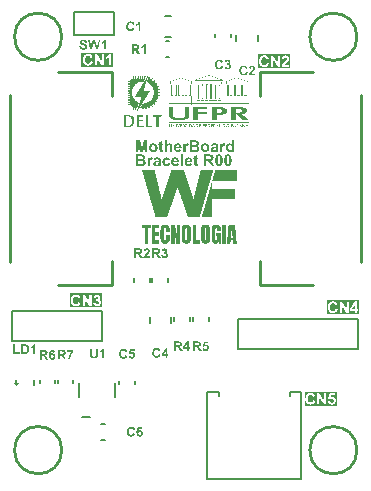
<source format=gbr>
G04*
G04 #@! TF.GenerationSoftware,Altium Limited,Altium Designer,22.4.2 (48)*
G04*
G04 Layer_Color=65535*
%FSLAX44Y44*%
%MOMM*%
G71*
G04*
G04 #@! TF.SameCoordinates,805B4EF3-34EF-46CF-B3EC-FB7C4EB053B5*
G04*
G04*
G04 #@! TF.FilePolarity,Positive*
G04*
G01*
G75*
%ADD10C,0.2540*%
%ADD11C,0.1270*%
%ADD12C,0.1000*%
%ADD13C,0.1200*%
G36*
X118442Y342462D02*
X118314D01*
Y342590D01*
X118442D01*
Y342462D01*
D02*
G37*
G36*
X169773D02*
X170158D01*
Y342334D01*
X170415D01*
Y342205D01*
X170800D01*
Y342077D01*
X171185D01*
Y341949D01*
X171569D01*
Y341820D01*
X171954D01*
Y341692D01*
X172339D01*
Y341564D01*
X172596D01*
Y341435D01*
X172981D01*
Y341307D01*
X173366D01*
Y341179D01*
X173751D01*
Y341050D01*
X174136D01*
Y340922D01*
X174521D01*
Y340794D01*
X174906D01*
Y340665D01*
X175163D01*
Y340537D01*
X175548D01*
Y340409D01*
X175804D01*
Y340280D01*
X176318D01*
Y340152D01*
X176703D01*
Y340024D01*
X176959D01*
Y339895D01*
X177344D01*
Y339767D01*
X177729D01*
Y339639D01*
X177986D01*
Y339510D01*
X178371D01*
Y339382D01*
X190562D01*
Y339510D01*
X190819D01*
Y339639D01*
X191204D01*
Y339767D01*
X191460D01*
Y339895D01*
X191845D01*
Y340024D01*
X192230D01*
Y340152D01*
X192487D01*
Y340280D01*
X193000D01*
Y340409D01*
X193257D01*
Y340280D01*
X193770D01*
Y340152D01*
X194155D01*
Y340024D01*
X194412D01*
Y339895D01*
X194797D01*
Y339767D01*
X195182D01*
Y339639D01*
X195438D01*
Y339510D01*
X195823D01*
Y339382D01*
X203266D01*
Y339125D01*
X197107D01*
Y338997D01*
X197363D01*
Y338869D01*
X197620D01*
Y338740D01*
X198005D01*
Y338612D01*
X198390D01*
Y338484D01*
X198775D01*
Y338355D01*
X199160D01*
Y338227D01*
X199545D01*
Y338099D01*
X199930D01*
Y337970D01*
X200187D01*
Y337842D01*
X200571D01*
Y337714D01*
X200956D01*
Y337585D01*
X201470D01*
Y337457D01*
X201726D01*
Y337329D01*
X202111D01*
Y337201D01*
X202496D01*
Y337072D01*
X202753D01*
Y336944D01*
X203138D01*
Y336815D01*
X203266D01*
Y336559D01*
X202240D01*
Y335276D01*
X203266D01*
Y335019D01*
X201470D01*
Y334634D01*
X199673D01*
Y334762D01*
X199802D01*
Y334891D01*
X199673D01*
Y335019D01*
X198518D01*
Y334891D01*
X198390D01*
Y334634D01*
X196722D01*
Y335019D01*
X195567D01*
Y334891D01*
X195438D01*
Y334762D01*
X195567D01*
Y334634D01*
X193770D01*
Y335019D01*
X192615D01*
Y334891D01*
X192487D01*
Y334634D01*
X190819D01*
Y335019D01*
X189664D01*
Y334891D01*
X189535D01*
Y334634D01*
X187739D01*
Y335019D01*
X186584D01*
Y334634D01*
X184916D01*
Y334891D01*
X184787D01*
Y335019D01*
X154374D01*
Y334891D01*
X154245D01*
Y334634D01*
X152577D01*
Y334891D01*
X152449D01*
Y335019D01*
X151422D01*
Y334891D01*
X151294D01*
Y334634D01*
X149626D01*
Y334891D01*
X149497D01*
Y335019D01*
X148342D01*
Y334634D01*
X146546D01*
Y335019D01*
X145391D01*
Y334891D01*
X145262D01*
Y334634D01*
X143594D01*
Y334762D01*
X143722D01*
Y334891D01*
X143594D01*
Y335019D01*
X142439D01*
Y334634D01*
X140642D01*
Y335019D01*
X139359D01*
Y334634D01*
X137691D01*
Y335019D01*
X135894D01*
Y335276D01*
X136921D01*
Y336559D01*
X135894D01*
Y336815D01*
X136023D01*
Y336944D01*
X136279D01*
Y337072D01*
X136664D01*
Y337201D01*
X137049D01*
Y337329D01*
X137434D01*
Y337457D01*
X137691D01*
Y337585D01*
X138204D01*
Y337714D01*
X138589D01*
Y337842D01*
X138846D01*
Y337970D01*
X139231D01*
Y338099D01*
X139616D01*
Y338227D01*
X139873D01*
Y338355D01*
X140258D01*
Y338484D01*
X140771D01*
Y338612D01*
X141156D01*
Y338740D01*
X141541D01*
Y338869D01*
X141798D01*
Y338997D01*
X142054D01*
Y339125D01*
X135894D01*
Y339382D01*
X143337D01*
Y339510D01*
X143722D01*
Y339639D01*
X143979D01*
Y339767D01*
X144364D01*
Y339895D01*
X144749D01*
Y340024D01*
X145006D01*
Y340152D01*
X145391D01*
Y340280D01*
X145904D01*
Y340409D01*
X146161D01*
Y340280D01*
X146674D01*
Y340152D01*
X146931D01*
Y340024D01*
X147316D01*
Y339895D01*
X147572D01*
Y339767D01*
X147957D01*
Y339639D01*
X148214D01*
Y339510D01*
X148599D01*
Y339382D01*
X160790D01*
Y339510D01*
X161175D01*
Y339639D01*
X161560D01*
Y339767D01*
X161817D01*
Y339895D01*
X162202D01*
Y340024D01*
X162586D01*
Y340152D01*
X162843D01*
Y340280D01*
X163356D01*
Y340409D01*
X163741D01*
Y340537D01*
X163998D01*
Y340665D01*
X164383D01*
Y340794D01*
X164640D01*
Y340922D01*
X165025D01*
Y341050D01*
X165410D01*
Y341179D01*
X165923D01*
Y341307D01*
X166308D01*
Y341435D01*
X166565D01*
Y341564D01*
X166950D01*
Y341692D01*
X167206D01*
Y341820D01*
X167591D01*
Y341949D01*
X167976D01*
Y342077D01*
X168361D01*
Y342205D01*
X168746D01*
Y342334D01*
X169131D01*
Y342462D01*
X169388D01*
Y342590D01*
X169773D01*
Y342462D01*
D02*
G37*
G36*
X116004Y340537D02*
X115875D01*
Y340409D01*
X116004D01*
Y339767D01*
X115875D01*
Y339639D01*
Y339510D01*
X115747D01*
Y339382D01*
X115619D01*
Y339125D01*
X115490D01*
Y338997D01*
X115362D01*
Y338740D01*
X115234D01*
Y338484D01*
X115105D01*
Y338355D01*
X114977D01*
Y338099D01*
X114849D01*
Y337842D01*
X114720D01*
Y337714D01*
X114592D01*
Y337457D01*
X114464D01*
Y337201D01*
X114335D01*
Y337072D01*
X112795D01*
Y336944D01*
X112025D01*
Y336815D01*
X111512D01*
Y336687D01*
X110871D01*
Y336559D01*
X110486D01*
Y336431D01*
X110229D01*
Y336302D01*
X109972D01*
Y336174D01*
X109716D01*
Y336045D01*
X109459D01*
Y335917D01*
X109202D01*
Y335789D01*
X108946D01*
Y335661D01*
X108689D01*
Y335532D01*
X108561D01*
Y335404D01*
X108432D01*
Y335276D01*
X108176D01*
Y335147D01*
X108047D01*
Y335019D01*
X107919D01*
Y334891D01*
X107662D01*
Y334762D01*
X107534D01*
Y334634D01*
X107406D01*
Y334506D01*
X107277D01*
Y334377D01*
X107149D01*
Y334249D01*
X107021D01*
Y334121D01*
X106892D01*
Y333992D01*
X106764D01*
Y333864D01*
X106636D01*
Y333607D01*
X106507D01*
Y333479D01*
X106379D01*
Y333351D01*
X106251D01*
Y333094D01*
X106122D01*
Y332966D01*
X105994D01*
Y332709D01*
X105866D01*
Y332581D01*
X105737D01*
Y332324D01*
X105609D01*
Y332067D01*
X105481D01*
Y331811D01*
X105352D01*
Y331554D01*
X105224D01*
Y331169D01*
X105096D01*
Y330912D01*
X104967D01*
Y330527D01*
X104839D01*
Y330143D01*
X104711D01*
Y329629D01*
X104583D01*
Y328474D01*
X104454D01*
Y327063D01*
X104583D01*
Y325908D01*
X104711D01*
Y325394D01*
X104839D01*
Y325009D01*
X104967D01*
Y324624D01*
X105096D01*
Y324368D01*
X105224D01*
Y323983D01*
X105352D01*
Y323726D01*
X105481D01*
Y323469D01*
X105609D01*
Y323213D01*
X105737D01*
Y322956D01*
X105866D01*
Y322828D01*
X105994D01*
Y322571D01*
X106122D01*
Y322443D01*
X106251D01*
Y322314D01*
X106379D01*
Y322058D01*
X106507D01*
Y321930D01*
X106636D01*
Y321801D01*
X106764D01*
Y321673D01*
X106892D01*
Y321416D01*
X107021D01*
Y321288D01*
X107149D01*
Y321160D01*
X107277D01*
Y321031D01*
X107406D01*
Y320903D01*
X107662D01*
Y320775D01*
X107791D01*
Y320646D01*
X107919D01*
Y320518D01*
X108047D01*
Y320390D01*
X108176D01*
Y320261D01*
X108432D01*
Y320133D01*
X108561D01*
Y320005D01*
X108817D01*
Y319876D01*
X108946D01*
Y319748D01*
X109202D01*
Y319620D01*
X109459D01*
Y319491D01*
X109716D01*
Y319363D01*
X109972D01*
Y319235D01*
X110357D01*
Y318978D01*
X110229D01*
Y318593D01*
X110101D01*
Y318208D01*
X109972D01*
Y317823D01*
X109844D01*
Y317310D01*
X109716D01*
Y316925D01*
X109587D01*
Y316540D01*
X109459D01*
Y316155D01*
X109331D01*
Y315770D01*
X109202D01*
Y315385D01*
X109074D01*
Y315128D01*
X108946D01*
Y315000D01*
X108176D01*
Y314872D01*
X108304D01*
Y314102D01*
X108176D01*
Y313973D01*
X108304D01*
Y313332D01*
X108176D01*
Y312818D01*
X107277D01*
Y313460D01*
X107149D01*
Y313845D01*
X107277D01*
Y314230D01*
X107149D01*
Y314743D01*
X107277D01*
Y315000D01*
X106251D01*
Y314872D01*
X106379D01*
Y314102D01*
X106251D01*
Y313845D01*
X106379D01*
Y312947D01*
X106251D01*
Y312818D01*
X105352D01*
Y314102D01*
X105224D01*
Y314743D01*
X105352D01*
Y315000D01*
X105096D01*
Y315128D01*
X104967D01*
Y315257D01*
X104839D01*
Y315385D01*
X104711D01*
Y315513D01*
X104583D01*
Y315641D01*
X104454D01*
Y315770D01*
X104326D01*
Y315898D01*
X104198D01*
Y316026D01*
X104069D01*
Y316155D01*
X103941D01*
Y316283D01*
X103813D01*
Y316411D01*
X103684D01*
Y316540D01*
X103556D01*
Y316668D01*
X103428D01*
Y316796D01*
X103299D01*
Y316925D01*
X103171D01*
Y317053D01*
X102914D01*
Y316925D01*
X102273D01*
Y317053D01*
X100989D01*
Y318080D01*
X102016D01*
Y317951D01*
X102144D01*
Y318080D01*
X102914D01*
Y317951D01*
X103171D01*
Y318978D01*
X102786D01*
Y318850D01*
X102273D01*
Y318978D01*
X100989D01*
Y320005D01*
X103171D01*
Y321031D01*
X103043D01*
Y320903D01*
X100989D01*
Y321930D01*
X102273D01*
Y322058D01*
X102786D01*
Y321930D01*
X103171D01*
Y322956D01*
X103043D01*
Y322828D01*
X101118D01*
Y322956D01*
X100989D01*
Y323854D01*
X103171D01*
Y324753D01*
X100989D01*
Y325779D01*
X103043D01*
Y325651D01*
X103171D01*
Y326806D01*
X103043D01*
Y326678D01*
X102144D01*
Y326806D01*
X102016D01*
Y326678D01*
X100989D01*
Y327704D01*
X102273D01*
Y327833D01*
X102914D01*
Y327704D01*
X103171D01*
Y328731D01*
X102914D01*
Y328602D01*
X102144D01*
Y328731D01*
X102016D01*
Y328602D01*
X100989D01*
Y329629D01*
X102273D01*
Y329757D01*
X102914D01*
Y329629D01*
X103171D01*
Y330656D01*
X102914D01*
Y330527D01*
X102144D01*
Y330656D01*
X102016D01*
Y330527D01*
X101503D01*
Y330656D01*
X100989D01*
Y331554D01*
X101503D01*
Y331682D01*
X102016D01*
Y331554D01*
X102273D01*
Y331682D01*
X102914D01*
Y331554D01*
X103171D01*
Y332581D01*
X102914D01*
Y332452D01*
X102144D01*
Y332581D01*
X102016D01*
Y332452D01*
X101503D01*
Y332581D01*
X100989D01*
Y333479D01*
X101503D01*
Y333607D01*
X102016D01*
Y333479D01*
X102144D01*
Y333607D01*
X102914D01*
Y333479D01*
X103171D01*
Y334506D01*
X102914D01*
Y334377D01*
X102273D01*
Y334506D01*
X101888D01*
Y334377D01*
X101631D01*
Y334506D01*
X100989D01*
Y335404D01*
X101118D01*
Y335532D01*
X102016D01*
Y335404D01*
X102144D01*
Y335532D01*
X102914D01*
Y335404D01*
X103171D01*
Y336431D01*
X102914D01*
Y336302D01*
X102273D01*
Y336431D01*
X100989D01*
Y337457D01*
X102016D01*
Y337329D01*
X102144D01*
Y337457D01*
X102914D01*
Y337329D01*
X103171D01*
Y338484D01*
X103299D01*
Y338740D01*
X103428D01*
Y338869D01*
X103556D01*
Y339125D01*
X103684D01*
Y339254D01*
X103941D01*
Y339382D01*
X104326D01*
Y339510D01*
X105224D01*
Y340409D01*
X105352D01*
Y340537D01*
X105224D01*
Y341050D01*
X105352D01*
Y341692D01*
X106251D01*
Y341050D01*
X106379D01*
Y340794D01*
X106251D01*
Y340409D01*
X106379D01*
Y339767D01*
X106251D01*
Y339510D01*
X107277D01*
Y339639D01*
X107149D01*
Y340409D01*
X107277D01*
Y340665D01*
X107149D01*
Y341050D01*
X107277D01*
Y341692D01*
X108176D01*
Y340409D01*
X108304D01*
Y339639D01*
X108176D01*
Y339510D01*
X108304D01*
Y339382D01*
X109074D01*
Y339510D01*
X109202D01*
Y339639D01*
X109074D01*
Y340409D01*
X109202D01*
Y340665D01*
X109074D01*
Y341179D01*
X109202D01*
Y341692D01*
X110101D01*
Y341050D01*
X110229D01*
Y340537D01*
X110101D01*
Y340409D01*
X110229D01*
Y339639D01*
X110101D01*
Y339510D01*
X111127D01*
Y339639D01*
X110999D01*
Y340409D01*
X111127D01*
Y340537D01*
X110999D01*
Y341050D01*
X111127D01*
Y341692D01*
X112025D01*
Y341179D01*
X112154D01*
Y340537D01*
X112025D01*
Y340409D01*
X112154D01*
Y339639D01*
X112025D01*
Y339510D01*
X113052D01*
Y339639D01*
X112924D01*
Y340409D01*
X113052D01*
Y340665D01*
X112924D01*
Y340922D01*
X113052D01*
Y341692D01*
X113950D01*
Y341564D01*
X114079D01*
Y340537D01*
X113950D01*
Y340409D01*
X114079D01*
Y339639D01*
X113950D01*
Y339382D01*
X114849D01*
Y339510D01*
X114977D01*
Y339767D01*
X114849D01*
Y340280D01*
X114977D01*
Y341692D01*
X116004D01*
Y340537D01*
D02*
G37*
G36*
X179398Y334762D02*
X179526D01*
Y334634D01*
X177729D01*
Y334891D01*
X179398D01*
Y334762D01*
D02*
G37*
G36*
X175933Y334634D02*
X174136D01*
Y334891D01*
X175933D01*
Y334634D01*
D02*
G37*
G36*
X161432Y334762D02*
X161560D01*
Y334634D01*
X159635D01*
Y334762D01*
X159763D01*
Y334891D01*
X161432D01*
Y334762D01*
D02*
G37*
G36*
X172211D02*
X172339D01*
Y334634D01*
X172211D01*
Y334506D01*
X170543D01*
Y334634D01*
X170415D01*
Y334762D01*
X170543D01*
Y334891D01*
X172211D01*
Y334762D01*
D02*
G37*
G36*
X168618Y334506D02*
X166950D01*
Y334891D01*
X168618D01*
Y334506D01*
D02*
G37*
G36*
X165025D02*
X163356D01*
Y334634D01*
Y334891D01*
X165025D01*
Y334506D01*
D02*
G37*
G36*
X179269Y334249D02*
X179141D01*
Y334121D01*
X178114D01*
Y334249D01*
X177986D01*
Y334377D01*
X179269D01*
Y334249D01*
D02*
G37*
G36*
X175676D02*
X175548D01*
Y334121D01*
X174521D01*
Y334249D01*
X174393D01*
Y334377D01*
X175676D01*
Y334249D01*
D02*
G37*
G36*
X172083D02*
X171954D01*
Y334121D01*
X170800D01*
Y334249D01*
X170671D01*
Y334377D01*
X172083D01*
Y334249D01*
D02*
G37*
G36*
X168361D02*
X168233D01*
Y334121D01*
X167206D01*
Y334249D01*
Y334377D01*
X168361D01*
Y334249D01*
D02*
G37*
G36*
X164768D02*
X164640D01*
Y334121D01*
X163613D01*
Y334377D01*
X164768D01*
Y334249D01*
D02*
G37*
G36*
X161303D02*
X161175D01*
Y334121D01*
X160020D01*
Y334249D01*
X159892D01*
Y334377D01*
X161303D01*
Y334249D01*
D02*
G37*
G36*
X201213Y330271D02*
X203138D01*
Y330143D01*
X203266D01*
Y330014D01*
X201341D01*
Y329886D01*
X201213D01*
Y325779D01*
X199930D01*
Y330014D01*
X198390D01*
Y329886D01*
X198262D01*
Y325779D01*
X196978D01*
Y329886D01*
X196850D01*
Y330014D01*
X195310D01*
Y325779D01*
X194027D01*
Y329886D01*
X193899D01*
Y330014D01*
X192358D01*
Y325779D01*
X191075D01*
Y329886D01*
X190947D01*
Y330014D01*
X189407D01*
Y329886D01*
X189279D01*
Y325779D01*
X187995D01*
Y330014D01*
X186455D01*
Y329886D01*
X186327D01*
Y325779D01*
X185044D01*
Y330014D01*
X179141D01*
Y325266D01*
X184916D01*
Y325651D01*
X186584D01*
Y325266D01*
X187739D01*
Y325651D01*
X189535D01*
Y325266D01*
X190819D01*
Y325651D01*
X192487D01*
Y325266D01*
X193770D01*
Y325651D01*
X195438D01*
Y325523D01*
X195567D01*
Y325266D01*
X196722D01*
Y325651D01*
X198390D01*
Y325394D01*
X198518D01*
Y325266D01*
X199673D01*
Y325523D01*
X199802D01*
Y325651D01*
X201470D01*
Y325266D01*
X203266D01*
Y325009D01*
X203138D01*
Y324881D01*
X184402D01*
Y323084D01*
X203266D01*
Y322828D01*
X184402D01*
Y320775D01*
X203266D01*
Y320518D01*
X184402D01*
Y318721D01*
X203138D01*
Y318593D01*
X203266D01*
Y318336D01*
X184402D01*
Y317566D01*
X203266D01*
Y317181D01*
X203138D01*
Y317053D01*
X135894D01*
Y317566D01*
X154630D01*
Y318336D01*
X135894D01*
Y318721D01*
X154630D01*
Y320518D01*
X135894D01*
Y320775D01*
X154630D01*
Y322828D01*
X135894D01*
Y323084D01*
X154630D01*
Y324881D01*
X135894D01*
Y325266D01*
X137691D01*
Y325651D01*
X139359D01*
Y325266D01*
X140642D01*
Y325651D01*
X142439D01*
Y325266D01*
X143594D01*
Y325523D01*
X143722D01*
Y325651D01*
X145262D01*
Y325266D01*
X146546D01*
Y325651D01*
X148342D01*
Y325266D01*
X149626D01*
Y325651D01*
X151294D01*
Y325266D01*
X152577D01*
Y325651D01*
X154245D01*
Y325266D01*
X160020D01*
Y330014D01*
X154117D01*
Y325779D01*
X152705D01*
Y330014D01*
X151165D01*
Y325779D01*
X149882D01*
Y329886D01*
X149754D01*
Y330014D01*
X148214D01*
Y329886D01*
X148085D01*
Y325779D01*
X146802D01*
Y330014D01*
X145134D01*
Y325779D01*
X143851D01*
Y330014D01*
X142183D01*
Y325779D01*
X140899D01*
Y329886D01*
X140771D01*
Y330014D01*
X139231D01*
Y329886D01*
X139103D01*
Y325779D01*
X137819D01*
Y330014D01*
X135894D01*
Y330271D01*
X137819D01*
Y334506D01*
X139103D01*
Y330271D01*
X140899D01*
Y334506D01*
X142183D01*
Y330271D01*
X143851D01*
Y334506D01*
X145134D01*
Y330271D01*
X146802D01*
Y334506D01*
X148085D01*
Y330271D01*
X149882D01*
Y332067D01*
Y332196D01*
Y334506D01*
X151165D01*
Y330271D01*
X152705D01*
Y334506D01*
X154117D01*
Y330271D01*
X160020D01*
Y333864D01*
X161175D01*
Y330271D01*
X163613D01*
Y333864D01*
X164768D01*
Y330271D01*
X167206D01*
Y333864D01*
X168361D01*
Y330271D01*
X170800D01*
Y333864D01*
X171954D01*
Y330271D01*
X174393D01*
Y333864D01*
X175548D01*
Y330271D01*
X177986D01*
Y333864D01*
X179141D01*
Y330271D01*
X185044D01*
Y334506D01*
X186327D01*
Y330271D01*
X187995D01*
Y334506D01*
X189279D01*
Y330271D01*
X191075D01*
Y334506D01*
X192358D01*
Y330271D01*
X194027D01*
Y334506D01*
X195310D01*
Y330271D01*
X196978D01*
Y334506D01*
X198262D01*
Y330271D01*
X199930D01*
Y334506D01*
X201213D01*
Y330271D01*
D02*
G37*
G36*
X119340Y341050D02*
X119597D01*
Y340152D01*
X119468D01*
Y339639D01*
X119597D01*
Y339382D01*
X119725D01*
Y339254D01*
X119853D01*
Y339125D01*
X120624D01*
Y339254D01*
X120880D01*
Y339382D01*
X121008D01*
Y339510D01*
X121137D01*
Y339639D01*
X121265D01*
Y339767D01*
X121393D01*
Y339895D01*
X121778D01*
Y339767D01*
X121907D01*
Y339639D01*
X122035D01*
Y339254D01*
X121907D01*
Y338869D01*
X121778D01*
Y338484D01*
X121650D01*
Y338227D01*
X121778D01*
Y337970D01*
X121907D01*
Y337714D01*
X122163D01*
Y337585D01*
X122805D01*
Y337714D01*
X123062D01*
Y337842D01*
X123190D01*
Y337970D01*
X123447D01*
Y338099D01*
X123575D01*
Y338227D01*
X123832D01*
Y338099D01*
X123960D01*
Y337970D01*
X124088D01*
Y337842D01*
X124217D01*
Y337585D01*
X124088D01*
Y337329D01*
X123960D01*
Y337072D01*
X123832D01*
Y336944D01*
X123703D01*
Y336687D01*
X123575D01*
Y336174D01*
X123703D01*
Y336045D01*
X123832D01*
Y335789D01*
X124217D01*
Y335661D01*
X124602D01*
Y335789D01*
X124987D01*
Y335917D01*
X125372D01*
Y336045D01*
X125628D01*
Y335917D01*
X125757D01*
Y335789D01*
X125885D01*
Y335532D01*
X126013D01*
Y335404D01*
X125885D01*
Y335276D01*
X125757D01*
Y335147D01*
X125628D01*
Y335019D01*
X125500D01*
Y334891D01*
X125372D01*
Y334762D01*
X125243D01*
Y334506D01*
X125115D01*
Y333864D01*
X125243D01*
Y333736D01*
X125372D01*
Y333607D01*
X125500D01*
Y333479D01*
X126526D01*
Y333607D01*
X126911D01*
Y333479D01*
X127040D01*
Y333351D01*
X127168D01*
Y332837D01*
X127040D01*
Y332709D01*
X126783D01*
Y332581D01*
X126655D01*
Y332452D01*
X126526D01*
Y332324D01*
X126398D01*
Y332196D01*
X126270D01*
Y332067D01*
X126142D01*
Y331426D01*
X126270D01*
Y331297D01*
X126398D01*
Y331169D01*
X126526D01*
Y331041D01*
X127168D01*
Y330912D01*
X127810D01*
Y330784D01*
X127938D01*
Y330143D01*
X127682D01*
Y330014D01*
X127425D01*
Y329886D01*
X127168D01*
Y329757D01*
X126911D01*
Y329629D01*
X126783D01*
Y329372D01*
X126655D01*
Y328859D01*
X126783D01*
Y328602D01*
X126911D01*
Y328474D01*
X127168D01*
Y328346D01*
X127553D01*
Y328218D01*
X128066D01*
Y328089D01*
X128195D01*
Y327448D01*
X128066D01*
Y327319D01*
X127553D01*
Y327191D01*
X127168D01*
Y327063D01*
X126911D01*
Y326934D01*
X126783D01*
Y326678D01*
X126655D01*
Y326164D01*
X126783D01*
Y325908D01*
X126911D01*
Y325779D01*
X127040D01*
Y325651D01*
X127425D01*
Y325523D01*
X127682D01*
Y325394D01*
X127810D01*
Y325266D01*
X127938D01*
Y324753D01*
X127810D01*
Y324624D01*
X126783D01*
Y324496D01*
X126526D01*
Y324368D01*
X126270D01*
Y324111D01*
X126142D01*
Y323341D01*
X126270D01*
Y323213D01*
X126398D01*
Y323084D01*
X126655D01*
Y322956D01*
X126783D01*
Y322828D01*
X126911D01*
Y322700D01*
X127168D01*
Y322186D01*
X127040D01*
Y321930D01*
X126655D01*
Y322058D01*
X125500D01*
Y321930D01*
X125372D01*
Y321801D01*
X125243D01*
Y321673D01*
X125115D01*
Y320903D01*
X125243D01*
Y320775D01*
X125372D01*
Y320646D01*
X125500D01*
Y320518D01*
X125628D01*
Y320261D01*
X125757D01*
Y320133D01*
X125885D01*
Y319748D01*
X125757D01*
Y319620D01*
X125628D01*
Y319491D01*
X125243D01*
Y319620D01*
X124858D01*
Y319748D01*
X124602D01*
Y319876D01*
X124217D01*
Y319748D01*
X123960D01*
Y319620D01*
X123832D01*
Y319491D01*
X123703D01*
Y319363D01*
X123575D01*
Y318721D01*
X123703D01*
Y318593D01*
X123832D01*
Y318336D01*
X123960D01*
Y318208D01*
X124088D01*
Y317951D01*
X124217D01*
Y317695D01*
X124088D01*
Y317566D01*
X123960D01*
Y317438D01*
X123447D01*
Y317566D01*
X123190D01*
Y317695D01*
X122933D01*
Y317823D01*
X122677D01*
Y317951D01*
X122163D01*
Y317823D01*
X122035D01*
Y317695D01*
X121907D01*
Y317566D01*
X121778D01*
Y317438D01*
X121650D01*
Y316925D01*
X121778D01*
Y316540D01*
X121907D01*
Y316283D01*
X122035D01*
Y315898D01*
X121907D01*
Y315770D01*
X121778D01*
Y315641D01*
X121265D01*
Y315770D01*
X121137D01*
Y315898D01*
X121008D01*
Y316026D01*
X120880D01*
Y316155D01*
X120752D01*
Y316283D01*
X120624D01*
Y316411D01*
X119853D01*
Y316283D01*
X119725D01*
Y316155D01*
X119597D01*
Y316026D01*
X119468D01*
Y315128D01*
X119597D01*
Y314487D01*
X119340D01*
Y314358D01*
X118827D01*
Y314487D01*
X118699D01*
Y314743D01*
X118570D01*
Y314872D01*
X118442D01*
Y315000D01*
X118314D01*
Y315257D01*
X118057D01*
Y315385D01*
X117287D01*
Y315257D01*
X117159D01*
Y315128D01*
X117030D01*
Y314102D01*
X116902D01*
Y313717D01*
X116774D01*
Y313588D01*
X116132D01*
Y313973D01*
X116004D01*
Y314230D01*
X115875D01*
Y314487D01*
X115747D01*
Y314615D01*
X115619D01*
Y314743D01*
X115490D01*
Y314872D01*
X114849D01*
Y314743D01*
X114592D01*
Y314615D01*
X114464D01*
Y314358D01*
X114335D01*
Y313845D01*
X114207D01*
Y313460D01*
X114079D01*
Y313332D01*
X113437D01*
Y313588D01*
X113309D01*
Y314102D01*
X113180D01*
Y314487D01*
X113052D01*
Y314615D01*
X112924D01*
Y314743D01*
X112795D01*
Y314872D01*
X112154D01*
Y314743D01*
X111897D01*
Y314615D01*
X111769D01*
Y314358D01*
X111641D01*
Y314102D01*
X111512D01*
Y313845D01*
X111384D01*
Y313717D01*
X111256D01*
Y313588D01*
X110742D01*
Y313973D01*
X110871D01*
Y314230D01*
X110999D01*
Y314358D01*
X111127D01*
Y314615D01*
X111256D01*
Y314743D01*
X111384D01*
Y315000D01*
X111512D01*
Y315128D01*
X111641D01*
Y315385D01*
X111769D01*
Y315641D01*
X111897D01*
Y315770D01*
X112025D01*
Y316026D01*
X112154D01*
Y316155D01*
X112282D01*
Y316411D01*
X112410D01*
Y316668D01*
X112539D01*
Y316796D01*
X112667D01*
Y317053D01*
X112795D01*
Y317181D01*
X112924D01*
Y317438D01*
X113052D01*
Y317695D01*
X113180D01*
Y317823D01*
X113309D01*
Y318080D01*
X113437D01*
Y318208D01*
X113565D01*
Y318465D01*
X114977D01*
Y318593D01*
X115619D01*
Y318721D01*
X116132D01*
Y318850D01*
X116517D01*
Y318978D01*
X116902D01*
Y319106D01*
X117287D01*
Y319235D01*
X117544D01*
Y319363D01*
X117929D01*
Y319491D01*
X118057D01*
Y319620D01*
X118314D01*
Y319748D01*
X118570D01*
Y319876D01*
X118827D01*
Y320005D01*
X118955D01*
Y320133D01*
X119212D01*
Y320261D01*
X119340D01*
Y320390D01*
X119468D01*
Y320518D01*
X119725D01*
Y320646D01*
X119853D01*
Y320775D01*
X119982D01*
Y320903D01*
X120110D01*
Y321031D01*
X120239D01*
Y321160D01*
X120367D01*
Y321288D01*
X120495D01*
Y321416D01*
X120624D01*
Y321544D01*
X120752D01*
Y321673D01*
X120880D01*
Y321801D01*
X121008D01*
Y322058D01*
X121137D01*
Y322186D01*
X121265D01*
Y322314D01*
X121393D01*
Y322571D01*
X121522D01*
Y322700D01*
X121650D01*
Y322956D01*
X121778D01*
Y323213D01*
X121907D01*
Y323341D01*
X122035D01*
Y323598D01*
X122163D01*
Y323854D01*
X122292D01*
Y324111D01*
X122420D01*
Y324496D01*
X122548D01*
Y325009D01*
X122677D01*
Y325394D01*
X122805D01*
Y325908D01*
X122933D01*
Y326678D01*
X123062D01*
Y328988D01*
X122933D01*
Y329629D01*
X122805D01*
Y330143D01*
X122677D01*
Y330527D01*
X122548D01*
Y331041D01*
X122420D01*
Y331426D01*
X122292D01*
Y331682D01*
X122163D01*
Y331939D01*
X122035D01*
Y332196D01*
X121907D01*
Y332324D01*
X121778D01*
Y332581D01*
X121650D01*
Y332837D01*
X121522D01*
Y332966D01*
X121393D01*
Y333222D01*
X121265D01*
Y333351D01*
X121137D01*
Y333479D01*
X121008D01*
Y333736D01*
X120880D01*
Y333864D01*
X120752D01*
Y333992D01*
X120624D01*
Y334121D01*
X120495D01*
Y334249D01*
X120367D01*
Y334377D01*
X120239D01*
Y334506D01*
X120110D01*
Y334634D01*
X119982D01*
Y334762D01*
X119853D01*
Y334891D01*
X119725D01*
Y335019D01*
X119468D01*
Y335147D01*
X119340D01*
Y335276D01*
X119212D01*
Y335404D01*
X118955D01*
Y335532D01*
X118827D01*
Y335661D01*
X118570D01*
Y335789D01*
X118314D01*
Y335917D01*
X118057D01*
Y336045D01*
X117929D01*
Y336174D01*
X117672D01*
Y336302D01*
X117287D01*
Y336431D01*
X117030D01*
Y336815D01*
X117159D01*
Y337201D01*
X117287D01*
Y337585D01*
X117415D01*
Y337970D01*
X117544D01*
Y338355D01*
X117672D01*
Y338740D01*
X117800D01*
Y339125D01*
X117929D01*
Y339639D01*
X118057D01*
Y340024D01*
X118185D01*
Y340280D01*
X118314D01*
Y340409D01*
X118442D01*
Y340537D01*
X118570D01*
Y340794D01*
X118699D01*
Y340922D01*
X118827D01*
Y341050D01*
X118955D01*
Y341179D01*
X119340D01*
Y341050D01*
D02*
G37*
G36*
X118314Y342077D02*
X118185D01*
Y341692D01*
X118057D01*
Y341179D01*
X117929D01*
Y340794D01*
X117800D01*
Y340409D01*
X117672D01*
Y340024D01*
X117544D01*
Y339639D01*
X117415D01*
Y339254D01*
X117287D01*
Y338869D01*
X117159D01*
Y338484D01*
X117030D01*
Y337970D01*
X116902D01*
Y337585D01*
X116774D01*
Y337201D01*
X116645D01*
Y336815D01*
X116517D01*
Y336431D01*
X116389D01*
Y336174D01*
X116260D01*
Y335661D01*
X116132D01*
Y335147D01*
X116004D01*
Y334762D01*
X115875D01*
Y334377D01*
X115747D01*
Y333992D01*
X115619D01*
Y333736D01*
X115490D01*
Y333351D01*
X115362D01*
Y332837D01*
X115234D01*
Y332324D01*
X115105D01*
Y331939D01*
X114977D01*
Y331682D01*
X114849D01*
Y331169D01*
X114720D01*
Y330912D01*
X114592D01*
Y330527D01*
X114464D01*
Y329886D01*
X114335D01*
Y329501D01*
X114207D01*
Y329244D01*
X114079D01*
Y328859D01*
X119468D01*
Y328731D01*
X119340D01*
Y328474D01*
X119212D01*
Y328218D01*
X119083D01*
Y328089D01*
X118955D01*
Y327833D01*
X118827D01*
Y327704D01*
X118699D01*
Y327448D01*
X118570D01*
Y327319D01*
X118442D01*
Y327063D01*
X118314D01*
Y326806D01*
X118185D01*
Y326678D01*
X118057D01*
Y326421D01*
X117929D01*
Y326164D01*
X117800D01*
Y326036D01*
X117672D01*
Y325779D01*
X117544D01*
Y325651D01*
X117415D01*
Y325394D01*
X117287D01*
Y325266D01*
X117159D01*
Y325009D01*
X117030D01*
Y324753D01*
X116902D01*
Y324624D01*
X116774D01*
Y324368D01*
X116645D01*
Y324111D01*
X116517D01*
Y323983D01*
X116389D01*
Y323726D01*
X116260D01*
Y323469D01*
X116132D01*
Y323341D01*
X116004D01*
Y323084D01*
X115875D01*
Y322956D01*
X115747D01*
Y322700D01*
X115619D01*
Y322571D01*
X115490D01*
Y322314D01*
X115362D01*
Y322186D01*
X115234D01*
Y321930D01*
X115105D01*
Y321673D01*
X114977D01*
Y321544D01*
X114849D01*
Y321288D01*
X114720D01*
Y321031D01*
X114592D01*
Y320903D01*
X114464D01*
Y320646D01*
X114335D01*
Y320518D01*
X114207D01*
Y320261D01*
X114079D01*
Y320005D01*
X113950D01*
Y319876D01*
X113822D01*
Y319620D01*
X113694D01*
Y319491D01*
X113565D01*
Y319235D01*
X113437D01*
Y318978D01*
X113309D01*
Y318850D01*
X113180D01*
Y318593D01*
X113052D01*
Y318336D01*
X112924D01*
Y318208D01*
X112795D01*
Y318080D01*
X112667D01*
Y317823D01*
X112539D01*
Y317566D01*
X112410D01*
Y317438D01*
X112282D01*
Y317181D01*
X112154D01*
Y316925D01*
X112025D01*
Y316796D01*
X111897D01*
Y316540D01*
X111769D01*
Y316283D01*
X111641D01*
Y316155D01*
X111512D01*
Y315898D01*
X111384D01*
Y315770D01*
X111256D01*
Y315513D01*
X111127D01*
Y315385D01*
X110999D01*
Y315128D01*
X110871D01*
Y314872D01*
X110742D01*
Y314743D01*
X110614D01*
Y314487D01*
X110486D01*
Y314230D01*
X110357D01*
Y314102D01*
X110229D01*
Y313845D01*
X110101D01*
Y313717D01*
X109972D01*
Y313460D01*
X109844D01*
Y313203D01*
X109716D01*
Y313075D01*
X109587D01*
Y312818D01*
X109459D01*
Y312690D01*
X109331D01*
Y312433D01*
X109202D01*
Y312305D01*
X109074D01*
Y312048D01*
X108946D01*
Y311792D01*
X108817D01*
Y311535D01*
X108689D01*
Y311407D01*
X108561D01*
Y311150D01*
X108304D01*
Y311278D01*
X108432D01*
Y311663D01*
X108561D01*
Y312048D01*
X108689D01*
Y312433D01*
X108817D01*
Y312818D01*
X108946D01*
Y313332D01*
X109074D01*
Y313717D01*
X109202D01*
Y314102D01*
X109331D01*
Y314487D01*
X109459D01*
Y314872D01*
X109587D01*
Y315257D01*
X109716D01*
Y315641D01*
X109844D01*
Y316026D01*
X109972D01*
Y316540D01*
X110101D01*
Y316925D01*
X110229D01*
Y317310D01*
X110357D01*
Y317695D01*
X110486D01*
Y318080D01*
X110614D01*
Y318465D01*
X110742D01*
Y318850D01*
X110871D01*
Y319363D01*
X110999D01*
Y319748D01*
X111127D01*
Y320133D01*
X111256D01*
Y320518D01*
X111384D01*
Y320903D01*
X111512D01*
Y321288D01*
X111641D01*
Y321673D01*
X111769D01*
Y322186D01*
X111897D01*
Y322571D01*
X112025D01*
Y322956D01*
X112154D01*
Y323341D01*
X112282D01*
Y323726D01*
X112410D01*
Y324111D01*
X112539D01*
Y324239D01*
X112410D01*
Y324368D01*
X107021D01*
Y324496D01*
X107149D01*
Y324753D01*
X107277D01*
Y325009D01*
X107406D01*
Y325266D01*
X107534D01*
Y325394D01*
X107662D01*
Y325651D01*
X107791D01*
Y325779D01*
X107919D01*
Y326036D01*
X108047D01*
Y326164D01*
X108176D01*
Y326421D01*
X108304D01*
Y326678D01*
X108432D01*
Y326806D01*
X108561D01*
Y327063D01*
X108689D01*
Y327191D01*
X108817D01*
Y327448D01*
X108946D01*
Y327704D01*
X109074D01*
Y327961D01*
X109202D01*
Y328089D01*
X109331D01*
Y328346D01*
X109459D01*
Y328474D01*
X109587D01*
Y328731D01*
X109716D01*
Y328859D01*
X109844D01*
Y329116D01*
X109972D01*
Y329372D01*
X110101D01*
Y329501D01*
X110229D01*
Y329757D01*
X110357D01*
Y329886D01*
X110486D01*
Y330143D01*
X110614D01*
Y330399D01*
X110742D01*
Y330527D01*
X110871D01*
Y330784D01*
X110999D01*
Y330912D01*
X111127D01*
Y331169D01*
X111256D01*
Y331297D01*
X111384D01*
Y331554D01*
X111512D01*
Y331682D01*
X111641D01*
Y331939D01*
X111769D01*
Y332196D01*
X111897D01*
Y332452D01*
X112025D01*
Y332581D01*
X112154D01*
Y332837D01*
X112282D01*
Y332966D01*
X112410D01*
Y333222D01*
X112539D01*
Y333479D01*
X112667D01*
Y333607D01*
X112795D01*
Y333864D01*
X112924D01*
Y333992D01*
X113052D01*
Y334249D01*
X113180D01*
Y334377D01*
X113309D01*
Y334634D01*
X113437D01*
Y334891D01*
X113565D01*
Y335147D01*
X113694D01*
Y335276D01*
X113822D01*
Y335532D01*
X113950D01*
Y335661D01*
X114079D01*
Y335917D01*
X114207D01*
Y336045D01*
X114335D01*
Y336302D01*
X114464D01*
Y336559D01*
X114592D01*
Y336687D01*
X114720D01*
Y336944D01*
X114849D01*
Y337072D01*
X114977D01*
Y337329D01*
X115105D01*
Y337585D01*
X115234D01*
Y337714D01*
X115362D01*
Y337970D01*
X115490D01*
Y338227D01*
X115619D01*
Y338355D01*
X115747D01*
Y338612D01*
X115875D01*
Y338740D01*
X116004D01*
Y338997D01*
X116132D01*
Y339125D01*
X116260D01*
Y339382D01*
X116389D01*
Y339639D01*
X116517D01*
Y339767D01*
X116645D01*
Y340024D01*
X116774D01*
Y340152D01*
X116902D01*
Y340409D01*
X117030D01*
Y340665D01*
X117159D01*
Y340922D01*
X117287D01*
Y341050D01*
X117415D01*
Y341179D01*
X117544D01*
Y341435D01*
X117672D01*
Y341692D01*
X117800D01*
Y341820D01*
X117929D01*
Y342077D01*
X118057D01*
Y342334D01*
X118185D01*
Y342462D01*
X118314D01*
Y342077D01*
D02*
G37*
G36*
X153090Y307942D02*
X152962D01*
Y307557D01*
X152834D01*
Y307172D01*
X152705D01*
Y306915D01*
X152577D01*
Y306787D01*
X152449D01*
Y306530D01*
X152320D01*
Y306402D01*
X152192D01*
Y306274D01*
X152064D01*
Y306145D01*
X151935D01*
Y306017D01*
X151807D01*
Y305889D01*
X151550D01*
Y305760D01*
X151422D01*
Y305632D01*
X151294D01*
Y305504D01*
X151037D01*
Y305375D01*
X150652D01*
Y305247D01*
X150395D01*
Y305119D01*
X150010D01*
Y304990D01*
X149626D01*
Y304862D01*
X149241D01*
Y304734D01*
X148727D01*
Y304605D01*
X147957D01*
Y304477D01*
X146032D01*
Y304349D01*
X142952D01*
Y304477D01*
X141027D01*
Y304605D01*
X140258D01*
Y304734D01*
X139744D01*
Y304862D01*
X139359D01*
Y304990D01*
X138974D01*
Y305119D01*
X138589D01*
Y305247D01*
X138333D01*
Y305375D01*
X138076D01*
Y305504D01*
X137691D01*
Y305632D01*
X137563D01*
Y305760D01*
X137434D01*
Y305889D01*
X137178D01*
Y306017D01*
X137049D01*
Y306145D01*
X136921D01*
Y306274D01*
X136793D01*
Y306402D01*
X136664D01*
Y306530D01*
X136536D01*
Y306787D01*
X136408D01*
Y307043D01*
X136279D01*
Y307300D01*
X136151D01*
Y307685D01*
X136023D01*
Y308455D01*
X135894D01*
Y315257D01*
X139231D01*
Y308455D01*
X139359D01*
Y307942D01*
X139488D01*
Y307685D01*
X139616D01*
Y307428D01*
X139744D01*
Y307300D01*
X139873D01*
Y307172D01*
X140001D01*
Y307043D01*
X140129D01*
Y306915D01*
X140258D01*
Y306787D01*
X140514D01*
Y306658D01*
X140642D01*
Y306530D01*
X140899D01*
Y306402D01*
X141156D01*
Y306274D01*
X141541D01*
Y306145D01*
X142311D01*
Y306017D01*
X143466D01*
Y305889D01*
X145519D01*
Y306017D01*
X146674D01*
Y306145D01*
X147444D01*
Y306274D01*
X147829D01*
Y306402D01*
X148085D01*
Y306530D01*
X148342D01*
Y306658D01*
X148470D01*
Y306787D01*
X148727D01*
Y306915D01*
X148855D01*
Y307043D01*
X148984D01*
Y307172D01*
X149112D01*
Y307300D01*
X149241D01*
Y307428D01*
X149369D01*
Y307685D01*
X149497D01*
Y307942D01*
X149626D01*
Y308327D01*
X149754D01*
Y315257D01*
X153090D01*
Y307942D01*
D02*
G37*
G36*
X197107Y315128D02*
X198518D01*
Y315000D01*
X199032D01*
Y314872D01*
X199545D01*
Y314743D01*
X199930D01*
Y314615D01*
X200187D01*
Y314487D01*
X200443D01*
Y314358D01*
X200700D01*
Y314230D01*
X200956D01*
Y314102D01*
X201213D01*
Y313973D01*
X201341D01*
Y313845D01*
X201470D01*
Y313717D01*
X201598D01*
Y313588D01*
X201726D01*
Y313332D01*
X201855D01*
Y313075D01*
X201983D01*
Y312562D01*
X202111D01*
Y312048D01*
X201983D01*
Y311535D01*
X201855D01*
Y311278D01*
X201726D01*
Y311150D01*
X201598D01*
Y311022D01*
X201470D01*
Y310893D01*
X201341D01*
Y310765D01*
X201213D01*
Y310637D01*
X201085D01*
Y310508D01*
X200828D01*
Y310380D01*
X200571D01*
Y310252D01*
X200315D01*
Y310123D01*
X200058D01*
Y309995D01*
X199673D01*
Y309867D01*
X199160D01*
Y309738D01*
X198647D01*
Y309610D01*
X197877D01*
Y309482D01*
X197492D01*
Y309353D01*
X197620D01*
Y309225D01*
X197748D01*
Y309097D01*
X198005D01*
Y308968D01*
X198133D01*
Y308840D01*
X198262D01*
Y308712D01*
X198390D01*
Y308583D01*
X198518D01*
Y308455D01*
X198775D01*
Y308327D01*
X198903D01*
Y308199D01*
X199032D01*
Y308070D01*
X199160D01*
Y307942D01*
X199288D01*
Y307813D01*
X199545D01*
Y307685D01*
X199673D01*
Y307557D01*
X199802D01*
Y307428D01*
X199930D01*
Y307300D01*
X200058D01*
Y307172D01*
X200315D01*
Y307043D01*
X200443D01*
Y306915D01*
X200571D01*
Y306787D01*
X200700D01*
Y306658D01*
X200828D01*
Y306530D01*
X200956D01*
Y306402D01*
X201085D01*
Y306274D01*
X201341D01*
Y306145D01*
X201470D01*
Y306017D01*
X201598D01*
Y305889D01*
X201726D01*
Y305760D01*
X201855D01*
Y305632D01*
X201983D01*
Y305504D01*
X202240D01*
Y305375D01*
X202368D01*
Y305247D01*
X202496D01*
Y305119D01*
X202625D01*
Y304990D01*
X202753D01*
Y304862D01*
X203010D01*
Y304605D01*
X198005D01*
Y304734D01*
X197877D01*
Y304862D01*
X197748D01*
Y304990D01*
X197620D01*
Y305119D01*
X197492D01*
Y305247D01*
X197363D01*
Y305375D01*
X197107D01*
Y305504D01*
X196978D01*
Y305632D01*
X196850D01*
Y305760D01*
X196722D01*
Y305889D01*
X196593D01*
Y306017D01*
X196465D01*
Y306145D01*
X196337D01*
Y306274D01*
X196208D01*
Y306402D01*
X196080D01*
Y306530D01*
X195952D01*
Y306658D01*
X195695D01*
Y306787D01*
X195567D01*
Y307043D01*
X195310D01*
Y307172D01*
X195182D01*
Y307300D01*
X195053D01*
Y307428D01*
X194925D01*
Y307557D01*
X194797D01*
Y307685D01*
X194668D01*
Y307813D01*
X194540D01*
Y307942D01*
X194412D01*
Y308070D01*
X194284D01*
Y308199D01*
X194155D01*
Y308327D01*
X194027D01*
Y308455D01*
X193770D01*
Y308583D01*
X193642D01*
Y308712D01*
X193514D01*
Y308840D01*
X193385D01*
Y308968D01*
X193257D01*
Y309097D01*
X193129D01*
Y309225D01*
X193000D01*
Y309353D01*
X192872D01*
Y309482D01*
X192743D01*
Y309610D01*
X192615D01*
Y304605D01*
X188124D01*
Y315257D01*
X197107D01*
Y315128D01*
D02*
G37*
G36*
X179782D02*
X181194D01*
Y315000D01*
X181836D01*
Y314872D01*
X182221D01*
Y314743D01*
X182734D01*
Y314615D01*
X182991D01*
Y314487D01*
X183247D01*
Y314358D01*
X183504D01*
Y314230D01*
X183761D01*
Y314102D01*
X184017D01*
Y313973D01*
X184146D01*
Y313845D01*
X184274D01*
Y313717D01*
X184402D01*
Y313588D01*
X184531D01*
Y313460D01*
X184659D01*
Y313203D01*
X184787D01*
Y312818D01*
X184916D01*
Y312305D01*
X185044D01*
Y311792D01*
X184916D01*
Y311278D01*
X184787D01*
Y311022D01*
X184659D01*
Y310765D01*
X184531D01*
Y310637D01*
X184402D01*
Y310508D01*
X184274D01*
Y310380D01*
X184146D01*
Y310252D01*
X184017D01*
Y310123D01*
X183889D01*
Y309995D01*
X183632D01*
Y309867D01*
X183376D01*
Y309738D01*
X183119D01*
Y309610D01*
X182862D01*
Y309482D01*
X182606D01*
Y309353D01*
X182221D01*
Y309225D01*
X181836D01*
Y309097D01*
X181322D01*
Y308968D01*
X180167D01*
Y308840D01*
X178884D01*
Y308712D01*
X176318D01*
Y304605D01*
X171826D01*
Y315257D01*
X179782D01*
Y315128D01*
D02*
G37*
G36*
X168233Y313845D02*
X160020D01*
Y311150D01*
X168233D01*
Y309738D01*
X160020D01*
Y304734D01*
X159892D01*
Y304605D01*
X156555D01*
Y311022D01*
Y311150D01*
Y315257D01*
X168233D01*
Y313845D01*
D02*
G37*
G36*
X203266Y302167D02*
X135894D01*
Y302680D01*
X203266D01*
Y302167D01*
D02*
G37*
G36*
X202240Y301397D02*
X202111D01*
Y301269D01*
X201983D01*
Y301140D01*
X201726D01*
Y301269D01*
X201855D01*
Y301397D01*
X201983D01*
Y301525D01*
X202240D01*
Y301397D01*
D02*
G37*
G36*
X201726Y301012D02*
X201598D01*
Y301140D01*
X201726D01*
Y301012D01*
D02*
G37*
G36*
X150780Y300756D02*
X151165D01*
Y300499D01*
X150780D01*
Y300627D01*
X150267D01*
Y300499D01*
X150139D01*
Y300371D01*
X150010D01*
Y300242D01*
X150139D01*
Y300114D01*
X150267D01*
Y299986D01*
X150524D01*
Y299857D01*
X150909D01*
Y299729D01*
X151165D01*
Y299601D01*
X151294D01*
Y298959D01*
X151165D01*
Y298831D01*
X151037D01*
Y298702D01*
X150652D01*
Y298574D01*
X150139D01*
Y298702D01*
X149754D01*
Y298831D01*
X149626D01*
Y299087D01*
X149754D01*
Y299216D01*
X149882D01*
Y299087D01*
X150010D01*
Y298959D01*
X150780D01*
Y299087D01*
X150909D01*
Y299344D01*
X150780D01*
Y299472D01*
X150652D01*
Y299601D01*
X150395D01*
Y299729D01*
X150139D01*
Y299857D01*
X149882D01*
Y299986D01*
X149754D01*
Y300114D01*
X149626D01*
Y300499D01*
X149754D01*
Y300756D01*
X150139D01*
Y300884D01*
X150780D01*
Y300756D01*
D02*
G37*
G36*
X145134Y300627D02*
X145006D01*
Y300499D01*
X144877D01*
Y300242D01*
X144749D01*
Y300114D01*
Y299986D01*
X144621D01*
Y299729D01*
X144492D01*
Y299601D01*
X144364D01*
Y299344D01*
X144236D01*
Y299087D01*
X144107D01*
Y298831D01*
X143979D01*
Y298574D01*
X143851D01*
Y298831D01*
X143722D01*
Y299087D01*
X143594D01*
Y299344D01*
X143466D01*
Y299601D01*
X143337D01*
Y299857D01*
X143209D01*
Y299986D01*
X143081D01*
Y300242D01*
X142952D01*
Y300499D01*
X142824D01*
Y300756D01*
X143209D01*
Y300627D01*
X143337D01*
Y300371D01*
X143466D01*
Y300114D01*
X143594D01*
Y299857D01*
X143722D01*
Y299601D01*
X143851D01*
Y299344D01*
X143979D01*
Y299601D01*
X144107D01*
Y299857D01*
X144236D01*
Y299986D01*
X144364D01*
Y300242D01*
X144492D01*
Y300499D01*
X144621D01*
Y300756D01*
X145134D01*
Y300627D01*
D02*
G37*
G36*
X138204Y299344D02*
X138076D01*
Y298959D01*
X137948D01*
Y298831D01*
X137819D01*
Y298702D01*
X137434D01*
Y298574D01*
X136664D01*
Y298702D01*
X136279D01*
Y298831D01*
X136151D01*
Y298959D01*
X136023D01*
Y299216D01*
X135894D01*
Y299472D01*
Y299601D01*
Y300756D01*
X136279D01*
Y299344D01*
X136408D01*
Y299087D01*
X136536D01*
Y298959D01*
X137563D01*
Y299087D01*
X137691D01*
Y299344D01*
X137819D01*
Y300756D01*
X138204D01*
Y299344D01*
D02*
G37*
G36*
X196208Y300756D02*
X196337D01*
Y300499D01*
X196465D01*
Y300242D01*
X196593D01*
Y300114D01*
X196722D01*
Y299857D01*
X196850D01*
Y299729D01*
X196978D01*
Y299472D01*
X197107D01*
Y299216D01*
X197235D01*
Y298959D01*
X197363D01*
Y298702D01*
X196978D01*
Y298959D01*
X196850D01*
Y299216D01*
X195567D01*
Y299087D01*
X195438D01*
Y298831D01*
X195310D01*
Y298702D01*
X194412D01*
Y298831D01*
X194284D01*
Y298959D01*
X194155D01*
Y299087D01*
X194027D01*
Y299216D01*
X193899D01*
Y299344D01*
X193770D01*
Y299472D01*
X193642D01*
Y299601D01*
X193514D01*
Y298702D01*
X193000D01*
Y300756D01*
X194412D01*
Y300627D01*
X194540D01*
Y300371D01*
X194668D01*
Y300114D01*
X194540D01*
Y299857D01*
X194284D01*
Y299729D01*
X194027D01*
Y299472D01*
X194155D01*
Y299344D01*
X194284D01*
Y299216D01*
X194412D01*
Y299087D01*
X194540D01*
Y298959D01*
X194668D01*
Y298831D01*
X195053D01*
Y299087D01*
X195182D01*
Y299344D01*
X195310D01*
Y299601D01*
X195438D01*
Y299729D01*
X195567D01*
Y299986D01*
X195695D01*
Y300242D01*
X195823D01*
Y300499D01*
X195952D01*
Y300627D01*
X196080D01*
Y300884D01*
X196208D01*
Y300756D01*
D02*
G37*
G36*
X176703Y300627D02*
X176831D01*
Y300371D01*
X176959D01*
Y300242D01*
X177088D01*
Y299986D01*
X177216D01*
Y299729D01*
X177344D01*
Y299601D01*
X177472D01*
Y299344D01*
X177601D01*
Y299087D01*
X177729D01*
Y298831D01*
X177857D01*
Y298702D01*
X177472D01*
Y298831D01*
X177344D01*
Y299087D01*
X177216D01*
Y299216D01*
X175933D01*
Y298959D01*
X175804D01*
Y298702D01*
X174778D01*
Y298831D01*
X174649D01*
Y298959D01*
X174521D01*
Y299087D01*
X174393D01*
Y299216D01*
X174264D01*
Y299472D01*
X174136D01*
Y299601D01*
X173879D01*
Y298702D01*
X173494D01*
Y300756D01*
X174778D01*
Y300627D01*
X174906D01*
Y300499D01*
X175034D01*
Y299986D01*
X174906D01*
Y299857D01*
X174778D01*
Y299729D01*
X174393D01*
Y299601D01*
X174521D01*
Y299472D01*
X174649D01*
Y299344D01*
X174778D01*
Y299216D01*
X174906D01*
Y299087D01*
X175034D01*
Y298959D01*
X175163D01*
Y298831D01*
X175419D01*
Y298959D01*
X175548D01*
Y299216D01*
X175676D01*
Y299472D01*
X175804D01*
Y299601D01*
X175933D01*
Y299857D01*
X176061D01*
Y300114D01*
X176189D01*
Y300371D01*
X176318D01*
Y300627D01*
X176446D01*
Y300756D01*
X176574D01*
Y300884D01*
X176703D01*
Y300627D01*
D02*
G37*
G36*
X130120Y307942D02*
X129991D01*
Y307557D01*
X129221D01*
Y307428D01*
X127168D01*
Y298831D01*
X125115D01*
Y307428D01*
X122163D01*
Y308070D01*
X122292D01*
Y308455D01*
X130120D01*
Y307942D01*
D02*
G37*
G36*
X118057D02*
X117929D01*
Y307813D01*
X118057D01*
Y304220D01*
X117929D01*
Y304092D01*
X118057D01*
Y300627D01*
X117929D01*
Y300499D01*
X118057D01*
Y299857D01*
X121650D01*
Y298831D01*
X116004D01*
Y308455D01*
X118057D01*
Y307942D01*
D02*
G37*
G36*
X114079Y307557D02*
X113950D01*
Y307428D01*
X110486D01*
Y304349D01*
X113180D01*
Y304220D01*
X113822D01*
Y303835D01*
X113694D01*
Y303322D01*
X110486D01*
Y299857D01*
X112924D01*
Y299729D01*
X114335D01*
Y299601D01*
X114464D01*
Y299087D01*
X114335D01*
Y298831D01*
X108432D01*
Y308455D01*
X114079D01*
Y307557D01*
D02*
G37*
G36*
X201983Y300627D02*
X202111D01*
Y300371D01*
X202240D01*
Y300114D01*
X202368D01*
Y299986D01*
X202496D01*
Y299729D01*
X202625D01*
Y299472D01*
X202753D01*
Y299344D01*
X202881D01*
Y299087D01*
X203010D01*
Y298831D01*
X203138D01*
Y298702D01*
X202753D01*
Y298831D01*
X202625D01*
Y298959D01*
X202496D01*
Y299216D01*
X201213D01*
Y298959D01*
X201085D01*
Y298831D01*
X200956D01*
Y298702D01*
X200571D01*
Y298831D01*
X200700D01*
Y299087D01*
X200828D01*
Y299216D01*
X200956D01*
Y299472D01*
X201085D01*
Y299729D01*
X201213D01*
Y299857D01*
X201341D01*
Y300114D01*
X201470D01*
Y300371D01*
X201598D01*
Y300627D01*
X201726D01*
Y300756D01*
X201983D01*
Y300627D01*
D02*
G37*
G36*
X197877Y300756D02*
X198133D01*
Y300627D01*
X198262D01*
Y300499D01*
X198390D01*
Y300371D01*
X198647D01*
Y300242D01*
X198775D01*
Y300114D01*
X198903D01*
Y299986D01*
X199032D01*
Y299857D01*
X199288D01*
Y299729D01*
X199417D01*
Y299601D01*
X199673D01*
Y299472D01*
X199802D01*
Y299344D01*
X199930D01*
Y300756D01*
X200187D01*
Y298702D01*
X200058D01*
Y298831D01*
X199930D01*
Y298959D01*
X199673D01*
Y299087D01*
X199545D01*
Y299216D01*
X199417D01*
Y299344D01*
X199160D01*
Y299472D01*
X199032D01*
Y299601D01*
X198903D01*
Y299729D01*
X198647D01*
Y299857D01*
X198518D01*
Y299986D01*
X198390D01*
Y300114D01*
X198262D01*
Y298702D01*
X197748D01*
Y300884D01*
X197877D01*
Y300756D01*
D02*
G37*
G36*
X191460D02*
X191589D01*
Y300627D01*
Y300499D01*
X191717D01*
Y300371D01*
X191845D01*
Y300114D01*
X191974D01*
Y299857D01*
X192102D01*
Y299601D01*
X192230D01*
Y299472D01*
X192358D01*
Y299216D01*
X192487D01*
Y298959D01*
X192615D01*
Y298831D01*
X192743D01*
Y298702D01*
X192230D01*
Y298959D01*
X192102D01*
Y299216D01*
X190819D01*
Y299087D01*
X190690D01*
Y298831D01*
X190562D01*
Y298702D01*
X190177D01*
Y298831D01*
X190305D01*
Y299087D01*
X190434D01*
Y299344D01*
X190562D01*
Y299601D01*
X190690D01*
Y299729D01*
X190819D01*
Y299986D01*
X190947D01*
Y300114D01*
X191075D01*
Y300371D01*
X191204D01*
Y300627D01*
X191332D01*
Y300884D01*
X191460D01*
Y300756D01*
D02*
G37*
G36*
X190049Y300627D02*
X190177D01*
Y299857D01*
X190049D01*
Y299729D01*
X189022D01*
Y298702D01*
X188637D01*
Y300756D01*
X190049D01*
Y300627D01*
D02*
G37*
G36*
X182991D02*
X183119D01*
Y300499D01*
X183247D01*
Y300371D01*
X183376D01*
Y300242D01*
X183504D01*
Y299216D01*
X183376D01*
Y299087D01*
X183247D01*
Y298959D01*
X183119D01*
Y298831D01*
X182862D01*
Y298702D01*
X181194D01*
Y300756D01*
X182991D01*
Y300627D01*
D02*
G37*
G36*
X178627Y299087D02*
X178756D01*
Y298959D01*
X179654D01*
Y298702D01*
X178242D01*
Y300756D01*
X178627D01*
Y299087D01*
D02*
G37*
G36*
X172981Y300627D02*
X171826D01*
Y299986D01*
X172981D01*
Y299729D01*
X171826D01*
Y298959D01*
X172981D01*
Y298702D01*
X171441D01*
Y299729D01*
Y299857D01*
Y300756D01*
X172981D01*
Y300627D01*
D02*
G37*
G36*
X170286D02*
X170543D01*
Y300499D01*
X170671D01*
Y300242D01*
X170800D01*
Y299857D01*
X170928D01*
Y299729D01*
X170800D01*
Y299216D01*
X170671D01*
Y299087D01*
X170543D01*
Y298959D01*
X170415D01*
Y298831D01*
X170158D01*
Y298702D01*
X168618D01*
Y300756D01*
X170286D01*
Y300627D01*
D02*
G37*
G36*
X167976D02*
X166950D01*
Y300499D01*
X166821D01*
Y300114D01*
X166950D01*
Y299986D01*
X167976D01*
Y299729D01*
X166950D01*
Y299601D01*
X166821D01*
Y299087D01*
X166950D01*
Y298959D01*
X167976D01*
Y298702D01*
X166436D01*
Y300756D01*
X167976D01*
Y300627D01*
D02*
G37*
G36*
X165923D02*
X164896D01*
Y299986D01*
X165923D01*
Y299729D01*
X164896D01*
Y298702D01*
X164383D01*
Y300756D01*
X165923D01*
Y300627D01*
D02*
G37*
G36*
X162715D02*
X161560D01*
Y299986D01*
X162715D01*
Y299729D01*
X161560D01*
Y299087D01*
X161688D01*
Y298959D01*
X162715D01*
Y298702D01*
X161175D01*
Y300756D01*
X162715D01*
Y300627D01*
D02*
G37*
G36*
X160148D02*
X160277D01*
Y300499D01*
X160405D01*
Y300371D01*
X160533D01*
Y299986D01*
X160662D01*
Y299472D01*
X160533D01*
Y299216D01*
X160405D01*
Y299087D01*
X160277D01*
Y298959D01*
X160148D01*
Y298831D01*
X159892D01*
Y298702D01*
X158352D01*
Y300756D01*
X160148D01*
Y300627D01*
D02*
G37*
G36*
X156812D02*
X156940D01*
Y300371D01*
X157069D01*
Y300114D01*
X157197D01*
Y299986D01*
X157325D01*
Y299729D01*
X157453D01*
Y299601D01*
X157582D01*
Y299344D01*
X157710D01*
Y299087D01*
X157838D01*
Y298959D01*
Y298831D01*
X157967D01*
Y298702D01*
X157582D01*
Y298831D01*
X157453D01*
Y298959D01*
X157325D01*
Y299216D01*
X156042D01*
Y298959D01*
X155913D01*
Y298702D01*
X155400D01*
Y298831D01*
X155528D01*
Y299087D01*
X155657D01*
Y299216D01*
X155785D01*
Y299472D01*
X155913D01*
Y299729D01*
X156042D01*
Y299857D01*
X156170D01*
Y300114D01*
X156299D01*
Y300371D01*
X156427D01*
Y300627D01*
X156555D01*
Y300756D01*
X156684D01*
Y300884D01*
X156812D01*
Y300627D01*
D02*
G37*
G36*
X154759D02*
X154887D01*
Y300499D01*
X155015D01*
Y300371D01*
X155144D01*
Y299986D01*
X155272D01*
Y299472D01*
X155144D01*
Y299216D01*
X155015D01*
Y298959D01*
X154759D01*
Y298831D01*
X154502D01*
Y298702D01*
X152962D01*
Y300756D01*
X154759D01*
Y300627D01*
D02*
G37*
G36*
X152320Y298702D02*
X151807D01*
Y300756D01*
X152320D01*
Y298702D01*
D02*
G37*
G36*
X148855Y300627D02*
X148984D01*
Y300371D01*
X149112D01*
Y300114D01*
X148984D01*
Y299857D01*
X148855D01*
Y299729D01*
X148470D01*
Y299601D01*
X148599D01*
Y299472D01*
X148727D01*
Y299344D01*
X148855D01*
Y299216D01*
X148984D01*
Y299087D01*
X149112D01*
Y298959D01*
X149241D01*
Y298831D01*
X149369D01*
Y298702D01*
X148855D01*
Y298831D01*
X148727D01*
Y298959D01*
X148599D01*
Y299087D01*
X148470D01*
Y299216D01*
X148342D01*
Y299344D01*
X148214D01*
Y299472D01*
X148085D01*
Y299601D01*
X147957D01*
Y298702D01*
X147572D01*
Y300756D01*
X148855D01*
Y300627D01*
D02*
G37*
G36*
X147059D02*
X145904D01*
Y299986D01*
X147059D01*
Y299729D01*
X145904D01*
Y299087D01*
Y298959D01*
X146931D01*
Y298831D01*
X147059D01*
Y298702D01*
X145391D01*
Y300756D01*
X147059D01*
Y300627D01*
D02*
G37*
G36*
X142439Y298702D02*
X141926D01*
Y299087D01*
Y299216D01*
Y300756D01*
X142439D01*
Y298702D01*
D02*
G37*
G36*
X138974Y300756D02*
X139103D01*
Y300627D01*
X139359D01*
Y300499D01*
X139488D01*
Y300371D01*
X139616D01*
Y300242D01*
X139873D01*
Y300114D01*
X140001D01*
Y299986D01*
X140129D01*
Y299857D01*
X140386D01*
Y299729D01*
X140514D01*
Y299601D01*
X140642D01*
Y299472D01*
X140899D01*
Y300756D01*
X141284D01*
Y298702D01*
X141027D01*
Y298831D01*
X140899D01*
Y298959D01*
X140771D01*
Y299087D01*
X140514D01*
Y299216D01*
X140386D01*
Y299344D01*
X140258D01*
Y299472D01*
X140001D01*
Y299601D01*
X139873D01*
Y299729D01*
X139744D01*
Y299857D01*
X139616D01*
Y299986D01*
X139488D01*
Y300114D01*
X139231D01*
Y298702D01*
X138846D01*
Y300884D01*
X138974D01*
Y300756D01*
D02*
G37*
G36*
X102401Y308455D02*
X103171D01*
Y308327D01*
X103684D01*
Y308199D01*
X104069D01*
Y308070D01*
X104326D01*
Y307942D01*
X104583D01*
Y307813D01*
X104711D01*
Y307685D01*
X104967D01*
Y307557D01*
X105096D01*
Y307428D01*
X105224D01*
Y307300D01*
X105352D01*
Y307172D01*
X105481D01*
Y307043D01*
X105609D01*
Y306915D01*
X105737D01*
Y306658D01*
X105866D01*
Y306530D01*
X105994D01*
Y306274D01*
X106122D01*
Y306017D01*
X106251D01*
Y305632D01*
X106379D01*
Y304605D01*
X106507D01*
Y303322D01*
X106379D01*
Y302295D01*
X106251D01*
Y301782D01*
X106122D01*
Y301397D01*
X105994D01*
Y301140D01*
X105866D01*
Y300884D01*
X105737D01*
Y300756D01*
X105609D01*
Y300499D01*
X105481D01*
Y300371D01*
X105352D01*
Y300242D01*
X105224D01*
Y300114D01*
X105096D01*
Y299986D01*
X104967D01*
Y299857D01*
X104839D01*
Y299729D01*
X104711D01*
Y299601D01*
X104454D01*
Y299472D01*
X104326D01*
Y299344D01*
X104069D01*
Y299216D01*
X103684D01*
Y299087D01*
X103299D01*
Y298959D01*
X102914D01*
Y298831D01*
X102144D01*
Y298702D01*
X99193D01*
Y298831D01*
X97781D01*
Y308455D01*
X99193D01*
Y308583D01*
X102401D01*
Y308455D01*
D02*
G37*
G36*
X185814Y300756D02*
X186199D01*
Y300627D01*
X186455D01*
Y300499D01*
X186584D01*
Y300371D01*
X186712D01*
Y300242D01*
X186840D01*
Y299344D01*
X186712D01*
Y299087D01*
X186584D01*
Y298959D01*
X186327D01*
Y298831D01*
X186199D01*
Y298702D01*
X185686D01*
Y298574D01*
X185172D01*
Y298702D01*
X184787D01*
Y298831D01*
X184531D01*
Y298959D01*
X184274D01*
Y299087D01*
X184146D01*
Y299216D01*
Y299344D01*
X184017D01*
Y300242D01*
X184146D01*
Y300371D01*
X184274D01*
Y300499D01*
X184402D01*
Y300627D01*
X184531D01*
Y300756D01*
X185044D01*
Y300884D01*
X185814D01*
Y300756D01*
D02*
G37*
G36*
X193370Y253223D02*
X172581D01*
Y253785D01*
X172693D01*
Y254122D01*
X172805D01*
Y254459D01*
X172918D01*
Y254909D01*
X173030D01*
Y255246D01*
X173142D01*
Y255695D01*
X173255D01*
Y256032D01*
X173367D01*
Y256482D01*
X173480D01*
Y256819D01*
X173592D01*
Y257268D01*
X173704D01*
Y257606D01*
X173817D01*
Y258055D01*
X173929D01*
Y258392D01*
X174042D01*
Y258842D01*
X174154D01*
Y259179D01*
X174266D01*
Y259516D01*
X174379D01*
Y259965D01*
X174491D01*
Y260303D01*
X174603D01*
Y260752D01*
X174716D01*
Y261089D01*
X174828D01*
Y261539D01*
X174940D01*
Y261876D01*
X175053D01*
Y262101D01*
X193370D01*
Y253223D01*
D02*
G37*
G36*
X173255Y261988D02*
X173142D01*
Y261539D01*
X173030D01*
Y261202D01*
X172918D01*
Y260752D01*
X172805D01*
Y260415D01*
X172693D01*
Y259965D01*
X172581D01*
Y259628D01*
X172468D01*
Y259179D01*
X172356D01*
Y258842D01*
X172243D01*
Y258392D01*
X172131D01*
Y258055D01*
X172019D01*
Y257606D01*
X171906D01*
Y257268D01*
X171794D01*
Y256931D01*
X171681D01*
Y256482D01*
X171569D01*
Y256145D01*
X171457D01*
Y255695D01*
X171344D01*
Y255358D01*
X171232D01*
Y254909D01*
X171120D01*
Y254571D01*
X171007D01*
Y254122D01*
X170895D01*
Y253785D01*
X170783D01*
Y253335D01*
X170670D01*
Y252998D01*
X170558D01*
Y252549D01*
X170445D01*
Y252211D01*
X170333D01*
Y251762D01*
X170221D01*
Y251425D01*
X170108D01*
Y251088D01*
X169996D01*
Y250638D01*
X169883D01*
Y250301D01*
X169771D01*
Y249851D01*
X169659D01*
Y249514D01*
X169546D01*
Y249065D01*
X169434D01*
Y248728D01*
X169322D01*
Y248278D01*
X169209D01*
Y247941D01*
X169097D01*
Y247492D01*
X168985D01*
Y247154D01*
X168872D01*
Y246705D01*
X168760D01*
Y246368D01*
X168647D01*
Y246031D01*
X168535D01*
Y245581D01*
X168423D01*
Y245244D01*
X168310D01*
Y244795D01*
X168198D01*
Y244457D01*
X168085D01*
Y244008D01*
X167973D01*
Y243671D01*
X167861D01*
Y243221D01*
X167748D01*
Y242884D01*
X167636D01*
Y242435D01*
X167524D01*
Y242097D01*
X167411D01*
Y241760D01*
X167299D01*
Y241311D01*
X167186D01*
Y240974D01*
X167074D01*
Y240524D01*
X166962D01*
Y240187D01*
X166849D01*
Y239737D01*
X166737D01*
Y239400D01*
X166625D01*
Y238951D01*
X166512D01*
Y238614D01*
X166400D01*
Y238164D01*
X166287D01*
Y237827D01*
X166175D01*
Y237378D01*
X166063D01*
Y237041D01*
X165950D01*
Y236703D01*
X165838D01*
Y236254D01*
X165725D01*
Y235917D01*
X165613D01*
Y235467D01*
X165501D01*
Y235130D01*
X165388D01*
Y234681D01*
X165276D01*
Y234343D01*
X165164D01*
Y233894D01*
X165051D01*
Y233557D01*
X164939D01*
Y233107D01*
X164827D01*
Y232770D01*
X164714D01*
Y232433D01*
X164602D01*
Y231984D01*
X164489D01*
Y231646D01*
X164377D01*
Y231197D01*
X164265D01*
Y230860D01*
X164152D01*
Y230410D01*
X164040D01*
Y230073D01*
X163927D01*
Y229624D01*
X163815D01*
Y229286D01*
X163703D01*
Y228837D01*
X163590D01*
Y228500D01*
X163478D01*
Y228050D01*
X163366D01*
Y227713D01*
X163253D01*
Y227376D01*
X163141D01*
Y226926D01*
X163029D01*
Y226589D01*
X162916D01*
Y226140D01*
X162804D01*
Y225803D01*
X162691D01*
Y225353D01*
X162579D01*
Y225016D01*
X162467D01*
Y224567D01*
X162354D01*
Y224229D01*
X162242D01*
Y223780D01*
X162129D01*
Y223443D01*
X162017D01*
Y223106D01*
X161905D01*
Y222656D01*
X161792D01*
Y222431D01*
X151903D01*
Y222656D01*
X151791D01*
Y222993D01*
X151678D01*
Y223330D01*
X151566D01*
Y223668D01*
X151454D01*
Y223892D01*
X151341D01*
Y224229D01*
X151229D01*
Y224567D01*
X151117D01*
Y224904D01*
X151004D01*
Y225241D01*
X150892D01*
Y225578D01*
X150779D01*
Y225915D01*
X150667D01*
Y226140D01*
X150555D01*
Y226477D01*
X150442D01*
Y226814D01*
X150330D01*
Y227151D01*
X150218D01*
Y227488D01*
X150105D01*
Y227826D01*
X149993D01*
Y228163D01*
X149880D01*
Y228387D01*
X149768D01*
Y228725D01*
X149656D01*
Y229062D01*
X149543D01*
Y229399D01*
X149431D01*
Y229736D01*
X149318D01*
Y230073D01*
X149206D01*
Y230298D01*
X149094D01*
Y230635D01*
X148981D01*
Y230972D01*
X148869D01*
Y231309D01*
X148757D01*
Y231646D01*
X148644D01*
Y231984D01*
X148532D01*
Y232321D01*
X148419D01*
Y232545D01*
X148307D01*
Y232882D01*
X148195D01*
Y233220D01*
X148082D01*
Y233557D01*
X147970D01*
Y233894D01*
X147858D01*
Y234231D01*
X147745D01*
Y234568D01*
X147633D01*
Y234793D01*
X147520D01*
Y235130D01*
X147408D01*
Y235467D01*
X147296D01*
Y235804D01*
X147183D01*
Y236141D01*
X147071D01*
Y236479D01*
X146959D01*
Y236703D01*
X146846D01*
Y237041D01*
X146734D01*
Y237378D01*
X146621D01*
Y237715D01*
X146509D01*
Y238052D01*
X146397D01*
Y238389D01*
X146284D01*
Y238726D01*
X146172D01*
Y238951D01*
X146060D01*
Y239288D01*
X145947D01*
Y239625D01*
X145835D01*
Y239962D01*
X145722D01*
Y240299D01*
X145610D01*
Y240637D01*
X145498D01*
Y240861D01*
X145385D01*
Y241199D01*
X145273D01*
Y241536D01*
X145161D01*
Y241873D01*
X145048D01*
Y242210D01*
X144936D01*
Y242547D01*
X144823D01*
Y242884D01*
X144711D01*
Y243109D01*
X144599D01*
Y243446D01*
X144486D01*
Y243783D01*
X144374D01*
Y244120D01*
X144261D01*
Y244457D01*
X144149D01*
Y244795D01*
X144037D01*
Y245132D01*
X143924D01*
Y245356D01*
X143812D01*
Y245693D01*
X143700D01*
Y246031D01*
X143587D01*
Y246368D01*
X143475D01*
Y246705D01*
X143362D01*
Y247042D01*
X143250D01*
Y247267D01*
X143138D01*
Y247492D01*
X143025D01*
Y247154D01*
X142913D01*
Y246817D01*
X142801D01*
Y246480D01*
X142688D01*
Y246143D01*
X142576D01*
Y245806D01*
X142463D01*
Y245581D01*
X142351D01*
Y245244D01*
X142239D01*
Y244907D01*
X142126D01*
Y244570D01*
X142014D01*
Y244233D01*
X141902D01*
Y243895D01*
X141789D01*
Y243671D01*
X141677D01*
Y243334D01*
X141564D01*
Y242997D01*
X141452D01*
Y242659D01*
X141340D01*
Y242322D01*
X141227D01*
Y241985D01*
X141115D01*
Y241648D01*
X141003D01*
Y241423D01*
X140890D01*
Y241086D01*
X140778D01*
Y240749D01*
X140665D01*
Y240412D01*
X140553D01*
Y240075D01*
X140441D01*
Y239737D01*
X140328D01*
Y239400D01*
X140216D01*
Y239176D01*
X140104D01*
Y239063D01*
Y238839D01*
X139991D01*
Y238501D01*
X139879D01*
Y238164D01*
X139766D01*
Y237827D01*
X139654D01*
Y237490D01*
X139542D01*
Y237265D01*
X139429D01*
Y236928D01*
X139317D01*
Y236591D01*
X139205D01*
Y236254D01*
X139092D01*
Y235917D01*
X138980D01*
Y235580D01*
X138867D01*
Y235242D01*
X138755D01*
Y235018D01*
X138643D01*
Y234681D01*
X138530D01*
Y234343D01*
X138418D01*
Y234006D01*
X138305D01*
Y233669D01*
X138193D01*
Y233332D01*
X138081D01*
Y232995D01*
X137968D01*
Y232770D01*
X137856D01*
Y232433D01*
X137744D01*
Y232096D01*
X137631D01*
Y231759D01*
X137519D01*
Y231422D01*
X137406D01*
Y231084D01*
X137294D01*
Y230860D01*
X137182D01*
Y230523D01*
X137069D01*
Y230186D01*
X136957D01*
Y229848D01*
X136845D01*
Y229511D01*
X136732D01*
Y229174D01*
X136620D01*
Y228837D01*
X136507D01*
Y228612D01*
X136395D01*
Y228275D01*
X136283D01*
Y227938D01*
X136170D01*
Y227601D01*
X136058D01*
Y227264D01*
X135946D01*
Y226926D01*
X135833D01*
Y226702D01*
X135721D01*
Y226365D01*
X135608D01*
Y226028D01*
X135496D01*
Y225690D01*
X135384D01*
Y225353D01*
X135271D01*
Y225016D01*
X135159D01*
Y224679D01*
X135047D01*
Y224454D01*
X134934D01*
Y224117D01*
X134822D01*
Y223780D01*
X134709D01*
Y223443D01*
X134597D01*
Y223106D01*
X134485D01*
Y222768D01*
X134372D01*
Y222544D01*
X134260D01*
Y222431D01*
X124483D01*
Y222544D01*
X124371D01*
Y222881D01*
X124258D01*
Y223218D01*
X124146D01*
Y223668D01*
X124033D01*
Y224005D01*
X123921D01*
Y224454D01*
X123809D01*
Y224791D01*
X123696D01*
Y225241D01*
X123584D01*
Y225578D01*
X123472D01*
Y226028D01*
X123359D01*
Y226365D01*
X123247D01*
Y226702D01*
X123134D01*
Y227151D01*
X123022D01*
Y227488D01*
X122910D01*
Y227938D01*
X122797D01*
Y228275D01*
X122685D01*
Y228725D01*
X122573D01*
Y229062D01*
X122460D01*
Y229511D01*
X122348D01*
Y229848D01*
X122235D01*
Y230186D01*
X122123D01*
Y230635D01*
X122011D01*
Y230972D01*
X121898D01*
Y231422D01*
X121786D01*
Y231759D01*
X121674D01*
Y232208D01*
X121561D01*
Y232545D01*
X121449D01*
Y232995D01*
X121336D01*
Y233332D01*
X121224D01*
Y233669D01*
X121112D01*
Y234119D01*
X120999D01*
Y234456D01*
X120887D01*
Y234905D01*
X120775D01*
Y235242D01*
X120662D01*
Y235692D01*
X120550D01*
Y236029D01*
X120437D01*
Y236479D01*
X120325D01*
Y236816D01*
X120213D01*
Y237153D01*
X120100D01*
Y237602D01*
X119988D01*
Y237939D01*
X119876D01*
Y238389D01*
X119763D01*
Y238726D01*
X119651D01*
Y239176D01*
X119538D01*
Y239513D01*
X119426D01*
Y239962D01*
X119314D01*
Y240299D01*
X119201D01*
Y240637D01*
X119089D01*
Y241086D01*
X118976D01*
Y241423D01*
X118864D01*
Y241873D01*
X118752D01*
Y242210D01*
X118639D01*
Y242659D01*
X118527D01*
Y242997D01*
X118415D01*
Y243446D01*
X118302D01*
Y243783D01*
X118190D01*
Y244120D01*
X118077D01*
Y244570D01*
X117965D01*
Y244907D01*
X117853D01*
Y245356D01*
X117740D01*
Y245693D01*
X117628D01*
Y246143D01*
X117516D01*
Y246480D01*
X117403D01*
Y246930D01*
X117291D01*
Y247267D01*
X117178D01*
Y247604D01*
X117066D01*
Y248053D01*
X116954D01*
Y248391D01*
X116841D01*
Y248840D01*
X116729D01*
Y249177D01*
X116617D01*
Y249627D01*
X116504D01*
Y249964D01*
X116392D01*
Y250413D01*
X116279D01*
Y250751D01*
X116167D01*
Y251088D01*
X116055D01*
Y251537D01*
X115942D01*
Y251874D01*
X115830D01*
Y252324D01*
X115718D01*
Y252661D01*
X115605D01*
Y253110D01*
X115493D01*
Y253448D01*
X115380D01*
Y253897D01*
X115268D01*
Y254234D01*
X115156D01*
Y254571D01*
X115043D01*
Y255021D01*
X114931D01*
Y255358D01*
X114819D01*
Y255807D01*
X114706D01*
Y256145D01*
X114594D01*
Y256594D01*
X114481D01*
Y256931D01*
X114369D01*
Y257381D01*
X114257D01*
Y257718D01*
X114144D01*
Y258055D01*
X114032D01*
Y258505D01*
X113920D01*
Y258842D01*
X113807D01*
Y259291D01*
X113695D01*
Y259628D01*
X113582D01*
Y260078D01*
X113470D01*
Y260415D01*
X113358D01*
Y260865D01*
X113245D01*
Y261202D01*
X113133D01*
Y261539D01*
X113020D01*
Y262101D01*
X123584D01*
Y261763D01*
X123696D01*
Y261314D01*
X123809D01*
Y260865D01*
X123921D01*
Y260415D01*
X124033D01*
Y259965D01*
X124146D01*
Y259516D01*
X124258D01*
Y259067D01*
X124371D01*
Y258505D01*
X124483D01*
Y258055D01*
X124595D01*
Y257606D01*
X124708D01*
Y257156D01*
X124820D01*
Y256707D01*
X124932D01*
Y256257D01*
X125045D01*
Y255807D01*
X125157D01*
Y255358D01*
X125270D01*
Y254909D01*
X125382D01*
Y254459D01*
X125494D01*
Y253897D01*
X125607D01*
Y253448D01*
X125719D01*
Y252998D01*
X125831D01*
Y252549D01*
X125944D01*
Y252099D01*
X126056D01*
Y251649D01*
X126169D01*
Y251200D01*
X126281D01*
Y250751D01*
X126393D01*
Y250301D01*
X126506D01*
Y249851D01*
X126618D01*
Y249402D01*
X126731D01*
Y248840D01*
X126843D01*
Y248391D01*
X126955D01*
Y247941D01*
X127068D01*
Y247492D01*
X127180D01*
Y247042D01*
X127292D01*
Y246593D01*
X127405D01*
Y246143D01*
X127517D01*
Y245693D01*
X127630D01*
Y245244D01*
X127742D01*
Y244795D01*
X127854D01*
Y244233D01*
X127967D01*
Y243783D01*
X128079D01*
Y243334D01*
X128191D01*
Y242884D01*
X128304D01*
Y242435D01*
X128416D01*
Y241985D01*
X128529D01*
Y241536D01*
X128641D01*
Y241086D01*
X128753D01*
Y240637D01*
X128866D01*
Y240187D01*
X128978D01*
Y239625D01*
X129090D01*
Y239176D01*
X129203D01*
Y238726D01*
X129315D01*
Y238277D01*
X129428D01*
Y237827D01*
X129540D01*
Y237490D01*
X129652D01*
Y237715D01*
X129765D01*
Y238052D01*
X129877D01*
Y238389D01*
X129990D01*
Y238726D01*
X130102D01*
Y239063D01*
X130214D01*
Y239400D01*
X130327D01*
Y239737D01*
X130439D01*
Y240075D01*
X130551D01*
Y240412D01*
X130664D01*
Y240749D01*
X130776D01*
Y241086D01*
X130889D01*
Y241423D01*
X131001D01*
Y241760D01*
X131113D01*
Y242097D01*
X131226D01*
Y242435D01*
X131338D01*
Y242772D01*
X131450D01*
Y243109D01*
X131563D01*
Y243446D01*
X131675D01*
Y243783D01*
X131788D01*
Y244120D01*
X131900D01*
Y244457D01*
X132012D01*
Y244795D01*
X132125D01*
Y245132D01*
X132237D01*
Y245469D01*
X132349D01*
Y245806D01*
X132462D01*
Y246143D01*
X132574D01*
Y246480D01*
X132687D01*
Y246817D01*
X132799D01*
Y247154D01*
X132911D01*
Y247492D01*
X133024D01*
Y247829D01*
X133136D01*
Y248166D01*
X133249D01*
Y248503D01*
X133361D01*
Y248840D01*
X133473D01*
Y249177D01*
X133586D01*
Y249514D01*
X133698D01*
Y249851D01*
X133810D01*
Y250189D01*
X133923D01*
Y250526D01*
X134035D01*
Y250863D01*
X134148D01*
Y251200D01*
X134260D01*
Y251537D01*
X134372D01*
Y251874D01*
X134485D01*
Y252211D01*
X134597D01*
Y252549D01*
X134709D01*
Y252886D01*
X134822D01*
Y253223D01*
X134934D01*
Y253560D01*
X135047D01*
Y253897D01*
X135159D01*
Y254234D01*
X135271D01*
Y254571D01*
X135384D01*
Y254909D01*
X135496D01*
Y255246D01*
X135608D01*
Y255583D01*
X135721D01*
Y255920D01*
X135833D01*
Y256257D01*
X135946D01*
Y256594D01*
X136058D01*
Y256931D01*
X136170D01*
Y257268D01*
X136283D01*
Y257606D01*
X136395D01*
Y257943D01*
X136507D01*
Y258280D01*
X136620D01*
Y258617D01*
X136732D01*
Y258954D01*
X136845D01*
Y259291D01*
X136957D01*
Y259628D01*
X137069D01*
Y259965D01*
X137182D01*
Y260303D01*
X137294D01*
Y260640D01*
X137406D01*
Y260977D01*
X137519D01*
Y261314D01*
X137631D01*
Y261651D01*
X137744D01*
Y261988D01*
X137856D01*
Y262101D01*
X148419D01*
Y261876D01*
X148532D01*
Y261539D01*
X148644D01*
Y261202D01*
X148757D01*
Y260865D01*
X148869D01*
Y260527D01*
X148981D01*
Y260190D01*
X149094D01*
Y259853D01*
X149206D01*
Y259516D01*
X149318D01*
Y259179D01*
X149431D01*
Y258842D01*
X149543D01*
Y258505D01*
X149656D01*
Y258055D01*
X149768D01*
Y257718D01*
X149880D01*
Y257381D01*
X149993D01*
Y257044D01*
X150105D01*
Y256707D01*
X150218D01*
Y256369D01*
X150330D01*
Y256032D01*
X150442D01*
Y255695D01*
X150555D01*
Y255358D01*
X150667D01*
Y255021D01*
X150779D01*
Y254684D01*
X150892D01*
Y254347D01*
X151004D01*
Y254009D01*
X151117D01*
Y253672D01*
X151229D01*
Y253335D01*
X151341D01*
Y252998D01*
X151454D01*
Y252661D01*
X151566D01*
Y252324D01*
X151678D01*
Y251987D01*
X151791D01*
Y251649D01*
X151903D01*
Y251312D01*
X152015D01*
Y250975D01*
X152128D01*
Y250638D01*
X152240D01*
Y250301D01*
X152353D01*
Y249964D01*
X152465D01*
Y249627D01*
X152577D01*
Y249290D01*
X152690D01*
Y248953D01*
X152802D01*
Y248615D01*
X152914D01*
Y248278D01*
X153027D01*
Y247941D01*
X153139D01*
Y247604D01*
X153252D01*
Y247267D01*
X153364D01*
Y246930D01*
X153476D01*
Y246593D01*
X153589D01*
Y246143D01*
X153701D01*
Y245806D01*
X153813D01*
Y245469D01*
X153926D01*
Y245132D01*
X154038D01*
Y244795D01*
X154151D01*
Y244457D01*
X154263D01*
Y244120D01*
X154375D01*
Y243783D01*
X154488D01*
Y243446D01*
X154600D01*
Y243109D01*
X154712D01*
Y242772D01*
X154825D01*
Y242435D01*
X154937D01*
Y242097D01*
X155050D01*
Y241760D01*
X155162D01*
Y241423D01*
X155274D01*
Y241086D01*
X155387D01*
Y240749D01*
X155499D01*
Y240412D01*
X155612D01*
Y240075D01*
X155724D01*
Y239737D01*
X155836D01*
Y239400D01*
X155949D01*
Y239063D01*
X156061D01*
Y238726D01*
X156173D01*
Y238389D01*
X156286D01*
Y238052D01*
X156398D01*
Y237715D01*
X156511D01*
Y237490D01*
X156623D01*
Y237827D01*
X156735D01*
Y238277D01*
X156848D01*
Y238726D01*
X156960D01*
Y239176D01*
X157072D01*
Y239625D01*
X157185D01*
Y240075D01*
X157297D01*
Y240524D01*
X157410D01*
Y241086D01*
X157522D01*
Y241536D01*
X157634D01*
Y241985D01*
X157747D01*
Y242435D01*
X157859D01*
Y242884D01*
X157971D01*
Y243334D01*
X158084D01*
Y243783D01*
X158196D01*
Y244233D01*
X158309D01*
Y244682D01*
X158421D01*
Y245132D01*
X158533D01*
Y245581D01*
X158646D01*
Y246143D01*
X158758D01*
Y246593D01*
X158870D01*
Y247042D01*
X158983D01*
Y247492D01*
X159095D01*
Y247941D01*
X159208D01*
Y248391D01*
X159320D01*
Y248840D01*
X159432D01*
Y249290D01*
X159545D01*
Y249739D01*
X159657D01*
Y250189D01*
X159769D01*
Y250751D01*
X159882D01*
Y251200D01*
X159994D01*
Y251649D01*
X160107D01*
Y252099D01*
X160219D01*
Y252549D01*
X160331D01*
Y252998D01*
X160444D01*
Y253448D01*
X160556D01*
Y253897D01*
X160669D01*
Y254347D01*
X160781D01*
Y254796D01*
X160893D01*
Y255358D01*
X161006D01*
Y255807D01*
X161118D01*
Y256257D01*
X161230D01*
Y256707D01*
X161343D01*
Y257156D01*
X161455D01*
Y257606D01*
X161568D01*
Y258055D01*
X161680D01*
Y258505D01*
X161792D01*
Y258954D01*
X161905D01*
Y259404D01*
X162017D01*
Y259853D01*
X162129D01*
Y260415D01*
X162242D01*
Y260865D01*
X162354D01*
Y261314D01*
X162467D01*
Y261763D01*
X162579D01*
Y262101D01*
X173255D01*
Y261988D01*
D02*
G37*
G36*
X172131Y246143D02*
X191460D01*
Y237378D01*
X172131D01*
Y222544D01*
X172019D01*
Y222431D01*
X163703D01*
Y222544D01*
X163590D01*
Y222656D01*
X163703D01*
Y222993D01*
X163815D01*
Y223443D01*
X163927D01*
Y223780D01*
X164040D01*
Y224229D01*
X164152D01*
Y224567D01*
X164265D01*
Y225016D01*
X164377D01*
Y225353D01*
X164489D01*
Y225690D01*
X164602D01*
Y226140D01*
X164714D01*
Y226477D01*
X164827D01*
Y226926D01*
X164939D01*
Y227264D01*
X165051D01*
Y227713D01*
X165164D01*
Y228050D01*
X165276D01*
Y228500D01*
X165388D01*
Y228837D01*
X165501D01*
Y229286D01*
X165613D01*
Y229624D01*
X165725D01*
Y229961D01*
X165838D01*
Y230410D01*
X165950D01*
Y230747D01*
X166063D01*
Y231197D01*
X166175D01*
Y231534D01*
X166287D01*
Y231984D01*
X166400D01*
Y232321D01*
X166512D01*
Y232770D01*
X166625D01*
Y233107D01*
X166737D01*
Y233557D01*
X166849D01*
Y233894D01*
X166962D01*
Y234343D01*
X167074D01*
Y234681D01*
X167186D01*
Y235018D01*
X167299D01*
Y235467D01*
X167411D01*
Y235804D01*
X167524D01*
Y236254D01*
X167636D01*
Y236591D01*
X167748D01*
Y237041D01*
X167861D01*
Y237378D01*
X167973D01*
Y237827D01*
X168085D01*
Y238164D01*
X168198D01*
Y238614D01*
X168310D01*
Y238951D01*
X168423D01*
Y239288D01*
X168535D01*
Y239737D01*
X168647D01*
Y240075D01*
X168760D01*
Y240524D01*
X168872D01*
Y240861D01*
X168985D01*
Y241311D01*
X169097D01*
Y241648D01*
X169209D01*
Y242097D01*
X169322D01*
Y242435D01*
X169434D01*
Y242884D01*
X169546D01*
Y243221D01*
X169659D01*
Y243671D01*
X169771D01*
Y244008D01*
X169883D01*
Y244345D01*
X169996D01*
Y244795D01*
X170108D01*
Y245132D01*
X170221D01*
Y245581D01*
X170333D01*
Y245918D01*
X170445D01*
Y246368D01*
X170558D01*
Y246705D01*
X170670D01*
Y247154D01*
X170783D01*
Y247492D01*
X170895D01*
Y247941D01*
X171007D01*
Y248278D01*
X171120D01*
Y248615D01*
X171232D01*
Y249065D01*
X171344D01*
Y249402D01*
X171457D01*
Y249851D01*
X171569D01*
Y250189D01*
X171681D01*
Y250638D01*
X171794D01*
Y250975D01*
X171906D01*
Y251425D01*
X172019D01*
Y251762D01*
X172131D01*
Y246143D01*
D02*
G37*
G36*
X176289Y215914D02*
X177076D01*
Y215801D01*
X177525D01*
Y215689D01*
X177750D01*
Y215576D01*
X177975D01*
Y215464D01*
X178199D01*
Y215352D01*
X178312D01*
Y215239D01*
X178424D01*
Y215127D01*
X178536D01*
Y215014D01*
X178649D01*
Y214902D01*
X178761D01*
Y214790D01*
X178874D01*
Y214677D01*
X178986D01*
Y214453D01*
X179098D01*
Y214228D01*
X179211D01*
Y214003D01*
X179323D01*
Y213666D01*
X179436D01*
Y213329D01*
X179548D01*
Y212767D01*
X179660D01*
Y211868D01*
X179773D01*
Y210407D01*
X176738D01*
Y210519D01*
X176626D01*
Y212542D01*
X176514D01*
Y212879D01*
X176401D01*
Y212992D01*
X176064D01*
Y213104D01*
X175727D01*
Y212992D01*
X175502D01*
Y212879D01*
X175278D01*
Y212655D01*
X175165D01*
Y212430D01*
X175053D01*
Y203440D01*
X175165D01*
Y203102D01*
X175278D01*
Y202990D01*
X175390D01*
Y202878D01*
X175502D01*
Y202765D01*
X176289D01*
Y202878D01*
X176401D01*
Y202990D01*
X176514D01*
Y203215D01*
X176626D01*
Y203777D01*
X176738D01*
Y206474D01*
X175840D01*
Y209171D01*
X179773D01*
Y199956D01*
X178424D01*
Y200181D01*
X178312D01*
Y200518D01*
X178199D01*
Y200743D01*
X178087D01*
Y200967D01*
X177975D01*
Y201192D01*
X177862D01*
Y201080D01*
X177750D01*
Y200967D01*
X177638D01*
Y200855D01*
X177525D01*
Y200630D01*
X177413D01*
Y200518D01*
X177188D01*
Y200405D01*
X177076D01*
Y200293D01*
X176963D01*
Y200181D01*
X176738D01*
Y200068D01*
X176514D01*
Y199956D01*
X176064D01*
Y199844D01*
X174379D01*
Y199956D01*
X174042D01*
Y200068D01*
X173817D01*
Y200181D01*
X173592D01*
Y200293D01*
X173367D01*
Y200405D01*
X173255D01*
Y200518D01*
X173142D01*
Y200630D01*
X173030D01*
Y200743D01*
X172918D01*
Y200855D01*
X172805D01*
Y200967D01*
X172693D01*
Y201192D01*
X172581D01*
Y201417D01*
X172468D01*
Y201642D01*
X172356D01*
Y201866D01*
X172243D01*
Y202204D01*
X172131D01*
Y202653D01*
X172019D01*
Y203440D01*
X171906D01*
Y210857D01*
Y210969D01*
Y212655D01*
X172019D01*
Y213216D01*
X172131D01*
Y213666D01*
X172243D01*
Y213891D01*
X172356D01*
Y214116D01*
X172468D01*
Y214340D01*
X172581D01*
Y214565D01*
X172693D01*
Y214677D01*
X172805D01*
Y214790D01*
X172918D01*
Y215014D01*
X173030D01*
Y215127D01*
X173255D01*
Y215239D01*
X173367D01*
Y215352D01*
X173480D01*
Y215464D01*
X173704D01*
Y215576D01*
X173929D01*
Y215689D01*
X174266D01*
Y215801D01*
X174603D01*
Y215914D01*
X175390D01*
Y216026D01*
X176289D01*
Y215914D01*
D02*
G37*
G36*
X132911D02*
X133698D01*
Y215801D01*
X134035D01*
Y215689D01*
X134372D01*
Y215576D01*
X134597D01*
Y215464D01*
X134822D01*
Y215352D01*
X134934D01*
Y215239D01*
X135159D01*
Y215127D01*
X135271D01*
Y215014D01*
X135384D01*
Y214902D01*
X135496D01*
Y214790D01*
X135608D01*
Y214677D01*
X135721D01*
Y214453D01*
X135833D01*
Y214340D01*
X135946D01*
Y214116D01*
X136058D01*
Y213778D01*
X136170D01*
Y213441D01*
X136283D01*
Y212879D01*
X136395D01*
Y209508D01*
X133249D01*
Y212318D01*
X133136D01*
Y212767D01*
X133024D01*
Y212879D01*
X132911D01*
Y212992D01*
X132687D01*
Y213104D01*
X132237D01*
Y212992D01*
X132012D01*
Y212879D01*
X131900D01*
Y212655D01*
X131788D01*
Y203215D01*
X131900D01*
Y202990D01*
X132012D01*
Y202878D01*
X132125D01*
Y202765D01*
X132799D01*
Y202878D01*
X132911D01*
Y202990D01*
X133024D01*
Y203102D01*
X133136D01*
Y203552D01*
X133249D01*
Y206811D01*
X136395D01*
Y202765D01*
X136283D01*
Y202316D01*
X136170D01*
Y201979D01*
X136058D01*
Y201642D01*
X135946D01*
Y201417D01*
X135833D01*
Y201304D01*
X135721D01*
Y201080D01*
X135608D01*
Y200967D01*
X135496D01*
Y200855D01*
X135384D01*
Y200743D01*
X135271D01*
Y200630D01*
X135159D01*
Y200518D01*
X134934D01*
Y200405D01*
X134822D01*
Y200293D01*
X134597D01*
Y200181D01*
X134372D01*
Y200068D01*
X134035D01*
Y199956D01*
X133473D01*
Y199844D01*
X131450D01*
Y199956D01*
X131001D01*
Y200068D01*
X130776D01*
Y200181D01*
X130551D01*
Y200293D01*
X130327D01*
Y200405D01*
X130102D01*
Y200518D01*
X129990D01*
Y200630D01*
X129877D01*
Y200743D01*
X129765D01*
Y200855D01*
X129652D01*
Y200967D01*
X129540D01*
Y201080D01*
X129428D01*
Y201192D01*
X129315D01*
Y201304D01*
X129203D01*
Y201529D01*
X129090D01*
Y201754D01*
X128978D01*
Y201979D01*
X128866D01*
Y202316D01*
X128753D01*
Y202653D01*
X128641D01*
Y203440D01*
X128529D01*
Y211756D01*
X128641D01*
Y212767D01*
X128753D01*
Y213329D01*
X128866D01*
Y213666D01*
X128978D01*
Y214003D01*
X129090D01*
Y214228D01*
X129203D01*
Y214453D01*
X129315D01*
Y214565D01*
X129428D01*
Y214790D01*
X129540D01*
Y214902D01*
X129652D01*
Y215014D01*
X129765D01*
Y215127D01*
X129877D01*
Y215239D01*
X129990D01*
Y215352D01*
X130214D01*
Y215464D01*
X130327D01*
Y215576D01*
X130664D01*
Y215689D01*
X130889D01*
Y215801D01*
X131338D01*
Y215914D01*
X132012D01*
Y216026D01*
X132911D01*
Y215914D01*
D02*
G37*
G36*
X145273Y199956D02*
X142126D01*
Y200405D01*
X142014D01*
Y200967D01*
X141902D01*
Y201529D01*
X141789D01*
Y202091D01*
X141677D01*
Y202653D01*
X141564D01*
Y203215D01*
X141452D01*
Y203777D01*
X141340D01*
Y204339D01*
X141227D01*
Y204901D01*
X141115D01*
Y205462D01*
X141003D01*
Y206024D01*
X140890D01*
Y206586D01*
X140778D01*
Y207148D01*
X140665D01*
Y207598D01*
X140553D01*
Y199956D01*
X137519D01*
Y214453D01*
Y214565D01*
Y215801D01*
X140778D01*
Y215352D01*
X140890D01*
Y214790D01*
X141003D01*
Y214116D01*
X141115D01*
Y213554D01*
X141227D01*
Y212992D01*
X141340D01*
Y212430D01*
X141452D01*
Y211868D01*
X141564D01*
Y211194D01*
X141677D01*
Y210632D01*
X141789D01*
Y210070D01*
X141902D01*
Y209508D01*
X142014D01*
Y208946D01*
X142126D01*
Y208497D01*
X142239D01*
Y215801D01*
X145273D01*
Y199956D01*
D02*
G37*
G36*
X191685Y215239D02*
X191797D01*
Y214116D01*
X191910D01*
Y212992D01*
X192022D01*
Y211756D01*
X192134D01*
Y210632D01*
X192247D01*
Y209396D01*
X192359D01*
Y208272D01*
X192471D01*
Y207036D01*
X192584D01*
Y205912D01*
X192696D01*
Y204676D01*
X192808D01*
Y203552D01*
X192921D01*
Y202316D01*
X193033D01*
Y201192D01*
X193146D01*
Y199956D01*
X190224D01*
Y200293D01*
X190111D01*
Y201529D01*
X189999D01*
Y202541D01*
X188089D01*
Y202428D01*
X187976D01*
Y200855D01*
X187864D01*
Y199956D01*
X184830D01*
Y201192D01*
X184942D01*
Y202316D01*
X185054D01*
Y203440D01*
X185167D01*
Y204676D01*
X185279D01*
Y205800D01*
X185392D01*
Y206923D01*
X185504D01*
Y208160D01*
X185616D01*
Y209283D01*
X185729D01*
Y210407D01*
X185841D01*
Y211643D01*
X185954D01*
Y212767D01*
X186066D01*
Y213329D01*
Y213441D01*
Y213891D01*
X186178D01*
Y215127D01*
X186291D01*
Y215801D01*
X191685D01*
Y215239D01*
D02*
G37*
G36*
X183931Y203777D02*
Y203664D01*
Y199956D01*
X180784D01*
Y215801D01*
X183931D01*
Y203777D01*
D02*
G37*
G36*
X158870Y202653D02*
X162129D01*
Y201192D01*
Y201080D01*
Y199956D01*
X155724D01*
Y215801D01*
X158870D01*
Y202653D01*
D02*
G37*
G36*
X127405Y213441D02*
Y213329D01*
Y212767D01*
X124371D01*
Y209733D01*
X127292D01*
Y206699D01*
X124371D01*
Y202990D01*
X127630D01*
Y199956D01*
X121112D01*
Y215801D01*
X127405D01*
Y213441D01*
D02*
G37*
G36*
X120213Y215689D02*
Y215576D01*
Y212767D01*
X118302D01*
Y199956D01*
X115156D01*
Y212767D01*
X113245D01*
Y215801D01*
X120213D01*
Y215689D01*
D02*
G37*
G36*
X167299Y215914D02*
X168085D01*
Y215801D01*
X168423D01*
Y215689D01*
X168760D01*
Y215576D01*
X168985D01*
Y215464D01*
X169209D01*
Y215352D01*
X169322D01*
Y215239D01*
X169434D01*
Y215127D01*
X169659D01*
Y215014D01*
X169771D01*
Y214902D01*
X169883D01*
Y214677D01*
X169996D01*
Y214565D01*
X170108D01*
Y214340D01*
X170221D01*
Y214116D01*
X170333D01*
Y213891D01*
X170445D01*
Y213666D01*
X170558D01*
Y213216D01*
X170670D01*
Y212318D01*
X170783D01*
Y203777D01*
X170670D01*
Y202878D01*
X170558D01*
Y202428D01*
X170445D01*
Y202091D01*
X170333D01*
Y201866D01*
X170221D01*
Y201642D01*
X170108D01*
Y201417D01*
X169996D01*
Y201192D01*
X169883D01*
Y201080D01*
X169771D01*
Y200967D01*
X169659D01*
Y200855D01*
X169546D01*
Y200743D01*
X169434D01*
Y200630D01*
X169322D01*
Y200518D01*
X169209D01*
Y200405D01*
X168985D01*
Y200293D01*
X168760D01*
Y200181D01*
X168535D01*
Y200068D01*
X168198D01*
Y199956D01*
X167861D01*
Y199844D01*
X165838D01*
Y199956D01*
X165388D01*
Y200068D01*
X165051D01*
Y200181D01*
X164827D01*
Y200293D01*
X164602D01*
Y200405D01*
X164489D01*
Y200518D01*
X164377D01*
Y200630D01*
X164152D01*
Y200743D01*
X164040D01*
Y200855D01*
X163927D01*
Y200967D01*
X163815D01*
Y201192D01*
X163703D01*
Y201304D01*
X163590D01*
Y201529D01*
X163478D01*
Y201754D01*
X163366D01*
Y201979D01*
X163253D01*
Y202316D01*
X163141D01*
Y202653D01*
X163029D01*
Y203215D01*
X162916D01*
Y212879D01*
X163029D01*
Y213441D01*
X163141D01*
Y213778D01*
X163253D01*
Y214003D01*
X163366D01*
Y214228D01*
X163478D01*
Y214453D01*
X163590D01*
Y214677D01*
X163703D01*
Y214790D01*
X163815D01*
Y214902D01*
X163927D01*
Y215014D01*
X164040D01*
Y215127D01*
X164152D01*
Y215239D01*
X164265D01*
Y215352D01*
X164489D01*
Y215464D01*
X164714D01*
Y215576D01*
X164939D01*
Y215689D01*
X165164D01*
Y215801D01*
X165613D01*
Y215914D01*
X166400D01*
Y216026D01*
X167299D01*
Y215914D01*
D02*
G37*
G36*
X150892D02*
X151678D01*
Y215801D01*
X152128D01*
Y215689D01*
X152353D01*
Y215576D01*
X152577D01*
Y215464D01*
X152802D01*
Y215352D01*
X153027D01*
Y215239D01*
X153139D01*
Y215127D01*
X153252D01*
Y215014D01*
X153364D01*
Y214902D01*
X153476D01*
Y214790D01*
X153589D01*
Y214677D01*
X153701D01*
Y214453D01*
X153813D01*
Y214228D01*
X153926D01*
Y214003D01*
X154038D01*
Y213778D01*
X154151D01*
Y213441D01*
X154263D01*
Y212879D01*
X154375D01*
Y208834D01*
Y208721D01*
Y203215D01*
X154263D01*
Y202653D01*
X154151D01*
Y202204D01*
X154038D01*
Y201979D01*
X153926D01*
Y201754D01*
X153813D01*
Y201529D01*
X153701D01*
Y201304D01*
X153589D01*
Y201192D01*
X153476D01*
Y200967D01*
X153364D01*
Y200855D01*
X153252D01*
Y200743D01*
X153139D01*
Y200630D01*
X153027D01*
Y200518D01*
X152802D01*
Y200405D01*
X152690D01*
Y200293D01*
X152465D01*
Y200181D01*
X152240D01*
Y200068D01*
X151903D01*
Y199956D01*
X151454D01*
Y199844D01*
X149543D01*
Y199956D01*
X149094D01*
Y200068D01*
X148757D01*
Y200181D01*
X148532D01*
Y200293D01*
X148307D01*
Y200405D01*
X148082D01*
Y200518D01*
X147970D01*
Y200630D01*
X147858D01*
Y200743D01*
X147745D01*
Y200855D01*
X147633D01*
Y200967D01*
X147520D01*
Y201080D01*
X147408D01*
Y201192D01*
X147296D01*
Y201417D01*
X147183D01*
Y201642D01*
X147071D01*
Y201866D01*
X146959D01*
Y202091D01*
X146846D01*
Y202428D01*
X146734D01*
Y202878D01*
X146621D01*
Y203777D01*
X146509D01*
Y212318D01*
X146621D01*
Y213216D01*
X146734D01*
Y213554D01*
X146846D01*
Y213891D01*
X146959D01*
Y214116D01*
X147071D01*
Y214340D01*
X147183D01*
Y214565D01*
X147296D01*
Y214677D01*
X147408D01*
Y214790D01*
X147520D01*
Y215014D01*
X147633D01*
Y215127D01*
X147858D01*
Y215239D01*
X147970D01*
Y215352D01*
X148082D01*
Y215464D01*
X148307D01*
Y215576D01*
X148532D01*
Y215689D01*
X148869D01*
Y215801D01*
X149206D01*
Y215914D01*
X149993D01*
Y216026D01*
X150892D01*
Y215914D01*
D02*
G37*
G36*
X296710Y140050D02*
X269710D01*
Y152050D01*
X296710D01*
Y140050D01*
D02*
G37*
G36*
X238290Y348330D02*
X211290D01*
Y360330D01*
X238290D01*
Y348330D01*
D02*
G37*
G36*
X190953Y277531D02*
X189219D01*
Y278560D01*
X189205Y278532D01*
X189149Y278461D01*
X189050Y278349D01*
X188923Y278222D01*
X188782Y278081D01*
X188599Y277926D01*
X188402Y277785D01*
X188190Y277658D01*
X188162Y277644D01*
X188091Y277615D01*
X187965Y277573D01*
X187824Y277517D01*
X187640Y277460D01*
X187429Y277418D01*
X187217Y277390D01*
X186992Y277376D01*
X186879D01*
X186794Y277390D01*
X186682Y277404D01*
X186569Y277432D01*
X186428Y277460D01*
X186273Y277503D01*
X186118Y277545D01*
X185949Y277615D01*
X185779Y277686D01*
X185596Y277785D01*
X185427Y277897D01*
X185244Y278024D01*
X185075Y278179D01*
X184905Y278349D01*
X184891Y278363D01*
X184863Y278391D01*
X184821Y278447D01*
X184779Y278532D01*
X184708Y278630D01*
X184638Y278757D01*
X184553Y278898D01*
X184483Y279067D01*
X184398Y279251D01*
X184313Y279448D01*
X184243Y279674D01*
X184187Y279913D01*
X184130Y280181D01*
X184088Y280463D01*
X184060Y280759D01*
X184046Y281083D01*
Y281097D01*
Y281168D01*
Y281252D01*
X184060Y281379D01*
X184074Y281534D01*
X184088Y281704D01*
X184116Y281901D01*
X184144Y282098D01*
X184243Y282549D01*
X184313Y282775D01*
X184398Y283001D01*
X184497Y283226D01*
X184610Y283438D01*
X184736Y283635D01*
X184877Y283818D01*
X184891Y283832D01*
X184920Y283860D01*
X184962Y283903D01*
X185032Y283973D01*
X185117Y284044D01*
X185216Y284114D01*
X185328Y284199D01*
X185469Y284297D01*
X185610Y284382D01*
X185779Y284467D01*
X186132Y284622D01*
X186343Y284678D01*
X186555Y284720D01*
X186780Y284748D01*
X187020Y284763D01*
X187133D01*
X187217Y284748D01*
X187316Y284734D01*
X187443Y284706D01*
X187570Y284678D01*
X187725Y284636D01*
X187880Y284594D01*
X188049Y284523D01*
X188218Y284438D01*
X188388Y284354D01*
X188571Y284227D01*
X188740Y284100D01*
X188909Y283945D01*
X189078Y283776D01*
Y287286D01*
X190953D01*
Y277531D01*
D02*
G37*
G36*
X182650Y284748D02*
X182805Y284720D01*
X183002Y284678D01*
X183214Y284608D01*
X183425Y284523D01*
X183651Y284396D01*
X183059Y282775D01*
X183045Y282789D01*
X182974Y282817D01*
X182890Y282874D01*
X182777Y282930D01*
X182636Y282986D01*
X182495Y283043D01*
X182340Y283071D01*
X182185Y283085D01*
X182128D01*
X182044Y283071D01*
X181959Y283057D01*
X181861Y283029D01*
X181748Y282986D01*
X181635Y282930D01*
X181522Y282859D01*
X181508Y282845D01*
X181480Y282817D01*
X181424Y282761D01*
X181367Y282676D01*
X181297Y282578D01*
X181226Y282437D01*
X181156Y282267D01*
X181099Y282070D01*
Y282042D01*
X181085Y282000D01*
X181071Y281957D01*
Y281887D01*
X181057Y281802D01*
X181043Y281689D01*
X181029Y281563D01*
X181015Y281422D01*
X181001Y281238D01*
X180987Y281055D01*
Y280830D01*
X180972Y280590D01*
X180958Y280322D01*
Y280026D01*
Y279702D01*
Y277531D01*
X179083D01*
Y284608D01*
X180817D01*
Y283607D01*
X180832Y283621D01*
X180888Y283705D01*
X180972Y283832D01*
X181085Y283987D01*
X181198Y284142D01*
X181339Y284297D01*
X181466Y284438D01*
X181607Y284537D01*
X181621Y284551D01*
X181663Y284579D01*
X181748Y284608D01*
X181847Y284650D01*
X181959Y284692D01*
X182100Y284734D01*
X182241Y284748D01*
X182410Y284763D01*
X182523D01*
X182650Y284748D01*
D02*
G37*
G36*
X151594D02*
X151749Y284720D01*
X151947Y284678D01*
X152158Y284608D01*
X152370Y284523D01*
X152595Y284396D01*
X152003Y282775D01*
X151989Y282789D01*
X151918Y282817D01*
X151834Y282874D01*
X151721Y282930D01*
X151580Y282986D01*
X151439Y283043D01*
X151284Y283071D01*
X151129Y283085D01*
X151073D01*
X150988Y283071D01*
X150904Y283057D01*
X150805Y283029D01*
X150692Y282986D01*
X150579Y282930D01*
X150467Y282859D01*
X150452Y282845D01*
X150424Y282817D01*
X150368Y282761D01*
X150311Y282676D01*
X150241Y282578D01*
X150170Y282437D01*
X150100Y282267D01*
X150044Y282070D01*
Y282042D01*
X150029Y282000D01*
X150015Y281957D01*
Y281887D01*
X150001Y281802D01*
X149987Y281689D01*
X149973Y281563D01*
X149959Y281422D01*
X149945Y281238D01*
X149931Y281055D01*
Y280830D01*
X149917Y280590D01*
X149903Y280322D01*
Y280026D01*
Y279702D01*
Y277531D01*
X148028D01*
Y284608D01*
X149762D01*
Y283607D01*
X149776Y283621D01*
X149832Y283705D01*
X149917Y283832D01*
X150029Y283987D01*
X150142Y284142D01*
X150283Y284297D01*
X150410Y284438D01*
X150551Y284537D01*
X150565Y284551D01*
X150608Y284579D01*
X150692Y284608D01*
X150791Y284650D01*
X150904Y284692D01*
X151045Y284734D01*
X151186Y284748D01*
X151355Y284763D01*
X151467D01*
X151594Y284748D01*
D02*
G37*
G36*
X117339Y277531D02*
X115520D01*
X115506Y285200D01*
X113589Y277531D01*
X111686D01*
X109768Y285200D01*
Y277531D01*
X107950D01*
Y287286D01*
X110896D01*
X112644Y280618D01*
X114378Y287286D01*
X117339D01*
Y277531D01*
D02*
G37*
G36*
X174643Y284748D02*
X174756D01*
X175038Y284720D01*
X175334Y284692D01*
X175644Y284636D01*
X175940Y284551D01*
X176067Y284509D01*
X176194Y284452D01*
X176208D01*
X176222Y284438D01*
X176292Y284396D01*
X176405Y284340D01*
X176532Y284255D01*
X176687Y284142D01*
X176828Y284016D01*
X176955Y283860D01*
X177068Y283705D01*
X177082Y283677D01*
X177110Y283621D01*
X177152Y283494D01*
X177166Y283423D01*
X177194Y283325D01*
X177223Y283226D01*
X177237Y283099D01*
X177265Y282958D01*
X177279Y282803D01*
X177293Y282634D01*
X177307Y282451D01*
X177321Y282253D01*
Y282028D01*
X177293Y279843D01*
Y279829D01*
Y279800D01*
Y279758D01*
Y279688D01*
Y279519D01*
X177307Y279321D01*
Y279096D01*
X177335Y278870D01*
X177349Y278645D01*
X177378Y278461D01*
Y278447D01*
X177392Y278391D01*
X177420Y278292D01*
X177448Y278179D01*
X177505Y278038D01*
X177561Y277883D01*
X177631Y277714D01*
X177716Y277531D01*
X175869D01*
Y277545D01*
X175855Y277559D01*
X175841Y277615D01*
X175813Y277672D01*
X175785Y277742D01*
X175757Y277841D01*
X175728Y277954D01*
X175686Y278081D01*
Y278095D01*
X175672Y278109D01*
X175658Y278165D01*
X175630Y278236D01*
X175616Y278292D01*
X175587Y278278D01*
X175531Y278222D01*
X175432Y278137D01*
X175306Y278038D01*
X175150Y277926D01*
X174981Y277799D01*
X174784Y277700D01*
X174587Y277601D01*
X174558Y277587D01*
X174488Y277573D01*
X174375Y277531D01*
X174234Y277489D01*
X174065Y277446D01*
X173868Y277418D01*
X173642Y277390D01*
X173417Y277376D01*
X173318D01*
X173233Y277390D01*
X173149D01*
X173036Y277404D01*
X172796Y277446D01*
X172514Y277517D01*
X172232Y277615D01*
X171950Y277756D01*
X171697Y277954D01*
Y277968D01*
X171668Y277982D01*
X171598Y278067D01*
X171499Y278193D01*
X171387Y278363D01*
X171274Y278574D01*
X171175Y278828D01*
X171105Y279124D01*
X171091Y279279D01*
X171076Y279448D01*
Y279476D01*
Y279547D01*
X171091Y279660D01*
X171119Y279800D01*
X171147Y279970D01*
X171189Y280139D01*
X171260Y280322D01*
X171358Y280505D01*
X171372Y280534D01*
X171415Y280590D01*
X171471Y280674D01*
X171570Y280773D01*
X171668Y280886D01*
X171809Y281013D01*
X171964Y281126D01*
X172148Y281224D01*
X172176Y281238D01*
X172246Y281267D01*
X172359Y281309D01*
X172528Y281379D01*
X172740Y281450D01*
X172994Y281520D01*
X173304Y281591D01*
X173642Y281661D01*
X173656D01*
X173698Y281675D01*
X173769Y281689D01*
X173853Y281704D01*
X173966Y281718D01*
X174093Y281746D01*
X174375Y281816D01*
X174671Y281887D01*
X174981Y281957D01*
X175249Y282042D01*
X175376Y282084D01*
X175475Y282127D01*
Y282310D01*
Y282338D01*
Y282394D01*
X175460Y282493D01*
X175446Y282620D01*
X175404Y282747D01*
X175362Y282874D01*
X175291Y282986D01*
X175193Y283085D01*
X175179Y283099D01*
X175136Y283127D01*
X175066Y283156D01*
X174967Y283212D01*
X174826Y283254D01*
X174657Y283282D01*
X174445Y283311D01*
X174192Y283325D01*
X174107D01*
X174023Y283311D01*
X173910Y283297D01*
X173783Y283268D01*
X173642Y283240D01*
X173515Y283184D01*
X173402Y283113D01*
X173388Y283099D01*
X173360Y283071D01*
X173304Y283029D01*
X173247Y282958D01*
X173163Y282859D01*
X173092Y282733D01*
X173022Y282592D01*
X172951Y282423D01*
X171274Y282733D01*
Y282747D01*
X171288Y282775D01*
X171302Y282831D01*
X171330Y282902D01*
X171358Y282986D01*
X171401Y283085D01*
X171499Y283311D01*
X171640Y283550D01*
X171809Y283804D01*
X172007Y284044D01*
X172246Y284255D01*
X172260D01*
X172275Y284283D01*
X172317Y284297D01*
X172373Y284340D01*
X172458Y284368D01*
X172542Y284410D01*
X172655Y284467D01*
X172768Y284509D01*
X172909Y284551D01*
X173064Y284608D01*
X173233Y284650D01*
X173431Y284678D01*
X173628Y284720D01*
X173853Y284734D01*
X174079Y284763D01*
X174544D01*
X174643Y284748D01*
D02*
G37*
G36*
X157966Y287272D02*
X158248Y287258D01*
X158530Y287244D01*
X158798Y287215D01*
X159038Y287187D01*
X159066D01*
X159136Y287173D01*
X159235Y287145D01*
X159376Y287103D01*
X159531Y287046D01*
X159700Y286976D01*
X159883Y286891D01*
X160053Y286779D01*
X160067Y286764D01*
X160123Y286722D01*
X160208Y286652D01*
X160320Y286567D01*
X160433Y286440D01*
X160560Y286299D01*
X160687Y286144D01*
X160800Y285961D01*
X160814Y285933D01*
X160842Y285876D01*
X160898Y285763D01*
X160955Y285623D01*
X161011Y285453D01*
X161068Y285270D01*
X161096Y285045D01*
X161110Y284819D01*
Y284805D01*
Y284791D01*
Y284706D01*
X161096Y284579D01*
X161068Y284410D01*
X161011Y284213D01*
X160955Y284001D01*
X160856Y283790D01*
X160729Y283564D01*
X160715Y283536D01*
X160659Y283466D01*
X160574Y283367D01*
X160475Y283240D01*
X160334Y283113D01*
X160165Y282958D01*
X159968Y282831D01*
X159742Y282705D01*
X159756D01*
X159785Y282690D01*
X159827Y282676D01*
X159883Y282662D01*
X160053Y282592D01*
X160250Y282493D01*
X160461Y282380D01*
X160701Y282225D01*
X160912Y282042D01*
X161110Y281816D01*
X161124Y281788D01*
X161180Y281704D01*
X161265Y281577D01*
X161349Y281408D01*
X161434Y281182D01*
X161519Y280942D01*
X161575Y280660D01*
X161589Y280350D01*
Y280336D01*
Y280322D01*
Y280238D01*
X161575Y280111D01*
X161547Y279942D01*
X161519Y279744D01*
X161462Y279519D01*
X161378Y279293D01*
X161279Y279053D01*
X161265Y279025D01*
X161223Y278955D01*
X161152Y278842D01*
X161053Y278701D01*
X160941Y278532D01*
X160786Y278377D01*
X160630Y278207D01*
X160433Y278053D01*
X160405Y278038D01*
X160334Y277996D01*
X160222Y277926D01*
X160067Y277855D01*
X159869Y277771D01*
X159644Y277700D01*
X159390Y277630D01*
X159108Y277587D01*
X159052D01*
X158995Y277573D01*
X158854D01*
X158756Y277559D01*
X158488D01*
X158319Y277545D01*
X157896D01*
X157656Y277531D01*
X153427D01*
Y287286D01*
X157712D01*
X157966Y287272D01*
D02*
G37*
G36*
X134044Y283677D02*
X134058Y283691D01*
X134086Y283719D01*
X134142Y283776D01*
X134199Y283846D01*
X134297Y283931D01*
X134396Y284016D01*
X134523Y284114D01*
X134650Y284227D01*
X134805Y284326D01*
X134974Y284424D01*
X135340Y284594D01*
X135538Y284664D01*
X135749Y284720D01*
X135975Y284748D01*
X136200Y284763D01*
X136313D01*
X136440Y284748D01*
X136595Y284734D01*
X136778Y284706D01*
X136962Y284650D01*
X137173Y284594D01*
X137370Y284509D01*
X137399Y284495D01*
X137455Y284467D01*
X137554Y284410D01*
X137667Y284340D01*
X137793Y284255D01*
X137920Y284156D01*
X138047Y284030D01*
X138160Y283903D01*
X138174Y283889D01*
X138202Y283832D01*
X138244Y283762D01*
X138301Y283663D01*
X138371Y283536D01*
X138428Y283395D01*
X138484Y283240D01*
X138526Y283071D01*
Y283057D01*
X138540Y282986D01*
X138555Y282874D01*
X138583Y282733D01*
X138597Y282535D01*
X138611Y282296D01*
X138625Y282014D01*
Y281675D01*
Y277531D01*
X136750D01*
Y281252D01*
Y281267D01*
Y281295D01*
Y281351D01*
Y281436D01*
Y281520D01*
Y281619D01*
X136736Y281845D01*
X136722Y282084D01*
X136708Y282324D01*
X136680Y282521D01*
X136651Y282592D01*
X136637Y282662D01*
Y282676D01*
X136609Y282719D01*
X136581Y282761D01*
X136553Y282831D01*
X136426Y282986D01*
X136355Y283071D01*
X136257Y283141D01*
X136243Y283156D01*
X136215Y283170D01*
X136144Y283198D01*
X136074Y283240D01*
X135975Y283268D01*
X135862Y283297D01*
X135721Y283311D01*
X135580Y283325D01*
X135496D01*
X135411Y283311D01*
X135298Y283297D01*
X135171Y283268D01*
X135030Y283226D01*
X134889Y283170D01*
X134748Y283085D01*
X134734Y283071D01*
X134692Y283043D01*
X134621Y282986D01*
X134551Y282916D01*
X134452Y282817D01*
X134368Y282705D01*
X134283Y282563D01*
X134213Y282408D01*
Y282394D01*
X134185Y282324D01*
X134156Y282225D01*
X134128Y282070D01*
X134100Y281887D01*
X134072Y281647D01*
X134058Y281379D01*
X134044Y281069D01*
Y277531D01*
X132169D01*
Y287286D01*
X134044D01*
Y283677D01*
D02*
G37*
G36*
X166720Y284748D02*
X166861Y284734D01*
X167016Y284706D01*
X167200Y284678D01*
X167383Y284636D01*
X167594Y284579D01*
X167806Y284509D01*
X168017Y284424D01*
X168243Y284326D01*
X168468Y284199D01*
X168680Y284058D01*
X168891Y283903D01*
X169089Y283719D01*
X169103Y283705D01*
X169131Y283677D01*
X169187Y283607D01*
X169244Y283536D01*
X169328Y283423D01*
X169413Y283311D01*
X169512Y283156D01*
X169610Y283001D01*
X169695Y282817D01*
X169793Y282620D01*
X169878Y282394D01*
X169963Y282169D01*
X170019Y281915D01*
X170075Y281661D01*
X170104Y281379D01*
X170118Y281083D01*
Y281069D01*
Y281013D01*
Y280928D01*
X170104Y280816D01*
X170090Y280674D01*
X170061Y280519D01*
X170033Y280336D01*
X169991Y280153D01*
X169935Y279942D01*
X169864Y279730D01*
X169779Y279504D01*
X169681Y279279D01*
X169554Y279053D01*
X169413Y278842D01*
X169258Y278630D01*
X169075Y278419D01*
X169060Y278405D01*
X169032Y278377D01*
X168976Y278320D01*
X168891Y278250D01*
X168793Y278179D01*
X168666Y278095D01*
X168525Y277996D01*
X168370Y277897D01*
X168186Y277799D01*
X167989Y277700D01*
X167778Y277615D01*
X167538Y277545D01*
X167298Y277474D01*
X167031Y277418D01*
X166763Y277390D01*
X166467Y277376D01*
X166368D01*
X166297Y277390D01*
X166213D01*
X166114Y277404D01*
X165875Y277432D01*
X165578Y277489D01*
X165268Y277559D01*
X164944Y277672D01*
X164606Y277813D01*
X164592D01*
X164564Y277827D01*
X164521Y277855D01*
X164465Y277897D01*
X164310Y277996D01*
X164112Y278137D01*
X163901Y278320D01*
X163675Y278546D01*
X163464Y278800D01*
X163267Y279096D01*
Y279110D01*
X163253Y279138D01*
X163224Y279180D01*
X163196Y279251D01*
X163168Y279335D01*
X163126Y279434D01*
X163083Y279547D01*
X163041Y279674D01*
X162999Y279815D01*
X162957Y279970D01*
X162886Y280322D01*
X162830Y280731D01*
X162815Y281168D01*
Y281182D01*
Y281210D01*
Y281267D01*
X162830Y281323D01*
Y281408D01*
X162844Y281506D01*
X162872Y281746D01*
X162928Y282014D01*
X163013Y282310D01*
X163112Y282634D01*
X163267Y282958D01*
Y282972D01*
X163295Y283001D01*
X163309Y283043D01*
X163351Y283099D01*
X163464Y283254D01*
X163605Y283452D01*
X163788Y283663D01*
X164014Y283889D01*
X164268Y284100D01*
X164564Y284297D01*
X164578D01*
X164606Y284312D01*
X164648Y284340D01*
X164719Y284368D01*
X164789Y284410D01*
X164888Y284438D01*
X165001Y284481D01*
X165113Y284537D01*
X165395Y284622D01*
X165720Y284692D01*
X166072Y284748D01*
X166453Y284763D01*
X166608D01*
X166720Y284748D01*
D02*
G37*
G36*
X143474D02*
X143601Y284734D01*
X143756Y284706D01*
X143926Y284678D01*
X144109Y284636D01*
X144306Y284579D01*
X144503Y284509D01*
X144715Y284424D01*
X144926Y284312D01*
X145124Y284199D01*
X145321Y284058D01*
X145519Y283889D01*
X145688Y283705D01*
X145702Y283691D01*
X145730Y283663D01*
X145772Y283593D01*
X145829Y283508D01*
X145899Y283395D01*
X145970Y283268D01*
X146054Y283099D01*
X146139Y282916D01*
X146223Y282705D01*
X146308Y282465D01*
X146378Y282211D01*
X146449Y281915D01*
X146505Y281605D01*
X146548Y281267D01*
X146576Y280914D01*
Y280519D01*
X141896D01*
Y280505D01*
Y280477D01*
Y280435D01*
X141910Y280378D01*
X141924Y280238D01*
X141952Y280040D01*
X142008Y279843D01*
X142093Y279617D01*
X142192Y279406D01*
X142333Y279223D01*
X142347Y279208D01*
X142417Y279152D01*
X142502Y279081D01*
X142629Y278997D01*
X142784Y278912D01*
X142981Y278842D01*
X143193Y278785D01*
X143418Y278771D01*
X143489D01*
X143573Y278785D01*
X143672Y278800D01*
X143785Y278828D01*
X143911Y278870D01*
X144038Y278927D01*
X144151Y279011D01*
X144165Y279025D01*
X144207Y279053D01*
X144264Y279110D01*
X144320Y279194D01*
X144405Y279307D01*
X144475Y279434D01*
X144546Y279603D01*
X144616Y279786D01*
X146477Y279476D01*
Y279462D01*
X146463Y279434D01*
X146435Y279378D01*
X146407Y279307D01*
X146364Y279223D01*
X146322Y279124D01*
X146195Y278898D01*
X146040Y278645D01*
X145843Y278377D01*
X145603Y278137D01*
X145335Y277911D01*
X145321D01*
X145307Y277883D01*
X145251Y277869D01*
X145194Y277827D01*
X145124Y277785D01*
X145025Y277742D01*
X144926Y277700D01*
X144800Y277644D01*
X144518Y277545D01*
X144193Y277460D01*
X143813Y277404D01*
X143404Y277376D01*
X143319D01*
X143235Y277390D01*
X143108D01*
X142953Y277418D01*
X142770Y277446D01*
X142572Y277474D01*
X142375Y277531D01*
X142149Y277587D01*
X141924Y277672D01*
X141698Y277771D01*
X141473Y277883D01*
X141247Y278024D01*
X141036Y278179D01*
X140852Y278363D01*
X140669Y278574D01*
X140655Y278588D01*
X140641Y278616D01*
X140613Y278673D01*
X140556Y278743D01*
X140514Y278842D01*
X140458Y278955D01*
X140387Y279081D01*
X140331Y279237D01*
X140260Y279406D01*
X140204Y279589D01*
X140133Y279786D01*
X140091Y280012D01*
X140049Y280238D01*
X140007Y280477D01*
X139993Y280745D01*
X139978Y281013D01*
Y281027D01*
Y281083D01*
Y281182D01*
X139993Y281309D01*
X140007Y281450D01*
X140021Y281619D01*
X140049Y281802D01*
X140091Y282014D01*
X140204Y282451D01*
X140274Y282676D01*
X140359Y282916D01*
X140472Y283141D01*
X140599Y283353D01*
X140740Y283564D01*
X140895Y283762D01*
X140909Y283776D01*
X140937Y283804D01*
X140993Y283860D01*
X141064Y283917D01*
X141148Y283987D01*
X141261Y284072D01*
X141388Y284171D01*
X141529Y284269D01*
X141684Y284354D01*
X141867Y284452D01*
X142051Y284537D01*
X142262Y284608D01*
X142474Y284664D01*
X142713Y284720D01*
X142953Y284748D01*
X143207Y284763D01*
X143362D01*
X143474Y284748D01*
D02*
G37*
G36*
X129617Y284608D02*
X130900D01*
Y283113D01*
X129617D01*
Y280252D01*
Y280238D01*
Y280209D01*
Y280167D01*
Y280111D01*
Y279970D01*
Y279800D01*
X129631Y279631D01*
Y279462D01*
Y279335D01*
X129645Y279279D01*
Y279251D01*
X129659Y279223D01*
X129688Y279166D01*
X129730Y279096D01*
X129814Y279011D01*
X129843Y278997D01*
X129899Y278969D01*
X129998Y278941D01*
X130125Y278927D01*
X130181D01*
X130237Y278941D01*
X130322Y278955D01*
X130435Y278969D01*
X130562Y278997D01*
X130717Y279039D01*
X130886Y279096D01*
X131055Y277644D01*
X131041D01*
X131027Y277630D01*
X130942Y277601D01*
X130801Y277559D01*
X130618Y277517D01*
X130407Y277460D01*
X130153Y277418D01*
X129871Y277390D01*
X129575Y277376D01*
X129490D01*
X129391Y277390D01*
X129265Y277404D01*
X129124Y277418D01*
X128969Y277446D01*
X128814Y277489D01*
X128659Y277545D01*
X128644Y277559D01*
X128588Y277573D01*
X128518Y277615D01*
X128433Y277658D01*
X128236Y277799D01*
X128137Y277883D01*
X128052Y277982D01*
X128038Y277996D01*
X128024Y278038D01*
X127996Y278095D01*
X127954Y278179D01*
X127911Y278278D01*
X127869Y278405D01*
X127827Y278546D01*
X127799Y278701D01*
Y278715D01*
X127785Y278771D01*
Y278856D01*
X127770Y278997D01*
X127756Y279180D01*
Y279406D01*
X127742Y279533D01*
Y279688D01*
Y279843D01*
Y280026D01*
Y283113D01*
X126882D01*
Y284608D01*
X127742D01*
Y286017D01*
X129617Y287117D01*
Y284608D01*
D02*
G37*
G36*
X122794Y284748D02*
X122935Y284734D01*
X123090Y284706D01*
X123273Y284678D01*
X123457Y284636D01*
X123668Y284579D01*
X123880Y284509D01*
X124091Y284424D01*
X124317Y284326D01*
X124542Y284199D01*
X124754Y284058D01*
X124965Y283903D01*
X125162Y283719D01*
X125176Y283705D01*
X125205Y283677D01*
X125261Y283607D01*
X125317Y283536D01*
X125402Y283423D01*
X125487Y283311D01*
X125585Y283156D01*
X125684Y283001D01*
X125769Y282817D01*
X125867Y282620D01*
X125952Y282394D01*
X126037Y282169D01*
X126093Y281915D01*
X126149Y281661D01*
X126177Y281379D01*
X126192Y281083D01*
Y281069D01*
Y281013D01*
Y280928D01*
X126177Y280816D01*
X126163Y280674D01*
X126135Y280519D01*
X126107Y280336D01*
X126065Y280153D01*
X126008Y279942D01*
X125938Y279730D01*
X125853Y279504D01*
X125754Y279279D01*
X125628Y279053D01*
X125487Y278842D01*
X125332Y278630D01*
X125148Y278419D01*
X125134Y278405D01*
X125106Y278377D01*
X125050Y278320D01*
X124965Y278250D01*
X124866Y278179D01*
X124740Y278095D01*
X124599Y277996D01*
X124444Y277897D01*
X124260Y277799D01*
X124063Y277700D01*
X123851Y277615D01*
X123612Y277545D01*
X123372Y277474D01*
X123104Y277418D01*
X122836Y277390D01*
X122540Y277376D01*
X122442D01*
X122371Y277390D01*
X122287D01*
X122188Y277404D01*
X121948Y277432D01*
X121652Y277489D01*
X121342Y277559D01*
X121018Y277672D01*
X120680Y277813D01*
X120666D01*
X120637Y277827D01*
X120595Y277855D01*
X120539Y277897D01*
X120384Y277996D01*
X120186Y278137D01*
X119975Y278320D01*
X119749Y278546D01*
X119538Y278800D01*
X119340Y279096D01*
Y279110D01*
X119326Y279138D01*
X119298Y279180D01*
X119270Y279251D01*
X119242Y279335D01*
X119199Y279434D01*
X119157Y279547D01*
X119115Y279674D01*
X119073Y279815D01*
X119030Y279970D01*
X118960Y280322D01*
X118903Y280731D01*
X118889Y281168D01*
Y281182D01*
Y281210D01*
Y281267D01*
X118903Y281323D01*
Y281408D01*
X118918Y281506D01*
X118946Y281746D01*
X119002Y282014D01*
X119087Y282310D01*
X119185Y282634D01*
X119340Y282958D01*
Y282972D01*
X119369Y283001D01*
X119383Y283043D01*
X119425Y283099D01*
X119538Y283254D01*
X119679Y283452D01*
X119862Y283663D01*
X120087Y283889D01*
X120341Y284100D01*
X120637Y284297D01*
X120651D01*
X120680Y284312D01*
X120722Y284340D01*
X120792Y284368D01*
X120863Y284410D01*
X120962Y284438D01*
X121074Y284481D01*
X121187Y284537D01*
X121469Y284622D01*
X121793Y284692D01*
X122146Y284748D01*
X122526Y284763D01*
X122681D01*
X122794Y284748D01*
D02*
G37*
G36*
X121258Y272831D02*
X121413Y272803D01*
X121610Y272760D01*
X121821Y272690D01*
X122033Y272605D01*
X122259Y272479D01*
X121666Y270857D01*
X121652Y270871D01*
X121582Y270900D01*
X121497Y270956D01*
X121384Y271012D01*
X121243Y271069D01*
X121103Y271125D01*
X120947Y271153D01*
X120792Y271168D01*
X120736D01*
X120651Y271153D01*
X120567Y271139D01*
X120468Y271111D01*
X120355Y271069D01*
X120243Y271012D01*
X120130Y270942D01*
X120116Y270928D01*
X120087Y270900D01*
X120031Y270843D01*
X119975Y270759D01*
X119904Y270660D01*
X119834Y270519D01*
X119763Y270350D01*
X119707Y270152D01*
Y270124D01*
X119693Y270082D01*
X119679Y270040D01*
Y269969D01*
X119665Y269885D01*
X119650Y269772D01*
X119636Y269645D01*
X119622Y269504D01*
X119608Y269321D01*
X119594Y269137D01*
Y268912D01*
X119580Y268672D01*
X119566Y268405D01*
Y268108D01*
Y267784D01*
Y265613D01*
X117691D01*
Y272690D01*
X119425D01*
Y271689D01*
X119439Y271703D01*
X119495Y271788D01*
X119580Y271915D01*
X119693Y272070D01*
X119806Y272225D01*
X119946Y272380D01*
X120073Y272521D01*
X120214Y272619D01*
X120229Y272634D01*
X120271Y272662D01*
X120355Y272690D01*
X120454Y272732D01*
X120567Y272775D01*
X120708Y272817D01*
X120849Y272831D01*
X121018Y272845D01*
X121131D01*
X121258Y272831D01*
D02*
G37*
G36*
X133860D02*
X133973D01*
X134100Y272817D01*
X134241Y272803D01*
X134396Y272775D01*
X134720Y272704D01*
X135058Y272605D01*
X135397Y272464D01*
X135707Y272281D01*
X135721D01*
X135735Y272253D01*
X135778Y272225D01*
X135834Y272183D01*
X135961Y272056D01*
X136130Y271872D01*
X136313Y271633D01*
X136496Y271351D01*
X136666Y271012D01*
X136807Y270618D01*
X134960Y270279D01*
Y270308D01*
X134946Y270364D01*
X134918Y270463D01*
X134875Y270590D01*
X134805Y270716D01*
X134734Y270857D01*
X134636Y270984D01*
X134523Y271097D01*
X134509Y271111D01*
X134466Y271139D01*
X134396Y271182D01*
X134297Y271238D01*
X134170Y271294D01*
X134029Y271337D01*
X133860Y271365D01*
X133677Y271379D01*
X133649D01*
X133564Y271365D01*
X133437Y271351D01*
X133268Y271322D01*
X133099Y271252D01*
X132916Y271168D01*
X132732Y271055D01*
X132563Y270886D01*
X132549Y270857D01*
X132507Y270787D01*
X132437Y270674D01*
X132366Y270505D01*
X132281Y270279D01*
X132253Y270152D01*
X132225Y270012D01*
X132197Y269842D01*
X132169Y269673D01*
X132155Y269476D01*
Y269279D01*
Y269264D01*
Y269222D01*
Y269152D01*
X132169Y269067D01*
Y268968D01*
X132183Y268856D01*
X132211Y268574D01*
X132253Y268278D01*
X132338Y267982D01*
X132437Y267714D01*
X132507Y267601D01*
X132577Y267488D01*
X132592Y267460D01*
X132662Y267404D01*
X132747Y267333D01*
X132873Y267234D01*
X133043Y267136D01*
X133226Y267065D01*
X133451Y267009D01*
X133705Y266981D01*
X133790D01*
X133889Y266995D01*
X134015Y267023D01*
X134156Y267051D01*
X134297Y267108D01*
X134438Y267178D01*
X134579Y267277D01*
X134593Y267291D01*
X134636Y267333D01*
X134692Y267404D01*
X134777Y267516D01*
X134861Y267657D01*
X134932Y267841D01*
X135016Y268066D01*
X135073Y268320D01*
X136905Y268010D01*
Y267996D01*
X136891Y267953D01*
X136877Y267883D01*
X136849Y267798D01*
X136807Y267700D01*
X136764Y267573D01*
X136651Y267291D01*
X136510Y266981D01*
X136313Y266670D01*
X136074Y266360D01*
X135933Y266219D01*
X135792Y266093D01*
X135778D01*
X135749Y266064D01*
X135707Y266036D01*
X135651Y265994D01*
X135566Y265952D01*
X135467Y265895D01*
X135355Y265839D01*
X135214Y265782D01*
X135073Y265712D01*
X134903Y265656D01*
X134734Y265599D01*
X134537Y265557D01*
X134326Y265515D01*
X134100Y265486D01*
X133874Y265472D01*
X133621Y265458D01*
X133466D01*
X133367Y265472D01*
X133240Y265486D01*
X133085Y265515D01*
X132916Y265543D01*
X132732Y265585D01*
X132535Y265627D01*
X132338Y265698D01*
X132126Y265768D01*
X131929Y265867D01*
X131718Y265980D01*
X131520Y266107D01*
X131337Y266262D01*
X131154Y266431D01*
X131140Y266445D01*
X131111Y266473D01*
X131069Y266530D01*
X131013Y266614D01*
X130942Y266713D01*
X130858Y266826D01*
X130787Y266967D01*
X130703Y267136D01*
X130604Y267319D01*
X130533Y267516D01*
X130449Y267742D01*
X130378Y267982D01*
X130322Y268249D01*
X130280Y268517D01*
X130252Y268827D01*
X130237Y269137D01*
Y269152D01*
Y269208D01*
Y269307D01*
X130252Y269419D01*
X130266Y269575D01*
X130280Y269744D01*
X130308Y269927D01*
X130350Y270138D01*
X130463Y270575D01*
X130533Y270801D01*
X130618Y271026D01*
X130731Y271252D01*
X130858Y271464D01*
X130999Y271661D01*
X131154Y271858D01*
X131168Y271872D01*
X131196Y271901D01*
X131252Y271943D01*
X131323Y272013D01*
X131421Y272084D01*
X131534Y272168D01*
X131661Y272267D01*
X131816Y272352D01*
X131985Y272450D01*
X132169Y272535D01*
X132380Y272619D01*
X132606Y272690D01*
X132831Y272760D01*
X133099Y272803D01*
X133367Y272831D01*
X133649Y272845D01*
X133776D01*
X133860Y272831D01*
D02*
G37*
G36*
X170075Y275354D02*
X170231D01*
X170386Y275340D01*
X170569D01*
X170935Y275298D01*
X171316Y275256D01*
X171668Y275185D01*
X171824Y275143D01*
X171964Y275100D01*
X171979D01*
X171993Y275086D01*
X172077Y275044D01*
X172204Y274974D01*
X172373Y274889D01*
X172557Y274748D01*
X172740Y274593D01*
X172923Y274396D01*
X173092Y274156D01*
Y274142D01*
X173106Y274128D01*
X173134Y274086D01*
X173163Y274043D01*
X173233Y273902D01*
X173318Y273719D01*
X173388Y273493D01*
X173459Y273240D01*
X173515Y272944D01*
X173529Y272634D01*
Y272619D01*
Y272591D01*
Y272521D01*
X173515Y272450D01*
Y272352D01*
X173501Y272253D01*
X173445Y271999D01*
X173374Y271703D01*
X173261Y271407D01*
X173092Y271097D01*
X172994Y270956D01*
X172881Y270815D01*
X172867Y270801D01*
X172853Y270787D01*
X172810Y270745D01*
X172754Y270702D01*
X172698Y270646D01*
X172613Y270575D01*
X172514Y270505D01*
X172402Y270434D01*
X172275Y270350D01*
X172120Y270279D01*
X171964Y270209D01*
X171795Y270138D01*
X171598Y270068D01*
X171401Y270012D01*
X171189Y269955D01*
X170949Y269913D01*
X170964D01*
X170978Y269899D01*
X171062Y269842D01*
X171175Y269772D01*
X171316Y269673D01*
X171485Y269546D01*
X171654Y269419D01*
X171838Y269264D01*
X171993Y269095D01*
X172007Y269081D01*
X172077Y269011D01*
X172162Y268898D01*
X172289Y268729D01*
X172458Y268517D01*
X172542Y268376D01*
X172641Y268235D01*
X172754Y268080D01*
X172867Y267911D01*
X172994Y267714D01*
X173120Y267516D01*
X174319Y265613D01*
X171950D01*
X170541Y267728D01*
X170527Y267742D01*
X170513Y267784D01*
X170470Y267841D01*
X170414Y267911D01*
X170357Y267996D01*
X170287Y268108D01*
X170132Y268334D01*
X169949Y268588D01*
X169779Y268813D01*
X169624Y269025D01*
X169554Y269095D01*
X169498Y269166D01*
X169483Y269180D01*
X169455Y269208D01*
X169399Y269264D01*
X169328Y269335D01*
X169230Y269391D01*
X169131Y269462D01*
X169018Y269518D01*
X168905Y269575D01*
X168891D01*
X168849Y269589D01*
X168779Y269617D01*
X168666Y269631D01*
X168525Y269659D01*
X168356Y269673D01*
X168158Y269687D01*
X167524D01*
Y265613D01*
X165550D01*
Y275368D01*
X169949D01*
X170075Y275354D01*
D02*
G37*
G36*
X147689Y265613D02*
X145815D01*
Y275368D01*
X147689D01*
Y265613D01*
D02*
G37*
G36*
X126135Y272831D02*
X126248D01*
X126530Y272803D01*
X126826Y272775D01*
X127136Y272718D01*
X127432Y272634D01*
X127559Y272591D01*
X127686Y272535D01*
X127700D01*
X127714Y272521D01*
X127785Y272479D01*
X127897Y272422D01*
X128024Y272337D01*
X128179Y272225D01*
X128320Y272098D01*
X128447Y271943D01*
X128560Y271788D01*
X128574Y271760D01*
X128602Y271703D01*
X128644Y271576D01*
X128659Y271506D01*
X128687Y271407D01*
X128715Y271308D01*
X128729Y271182D01*
X128757Y271041D01*
X128771Y270886D01*
X128785Y270716D01*
X128799Y270533D01*
X128814Y270336D01*
Y270110D01*
X128785Y267925D01*
Y267911D01*
Y267883D01*
Y267841D01*
Y267770D01*
Y267601D01*
X128799Y267404D01*
Y267178D01*
X128828Y266952D01*
X128842Y266727D01*
X128870Y266544D01*
Y266530D01*
X128884Y266473D01*
X128912Y266374D01*
X128940Y266262D01*
X128997Y266121D01*
X129053Y265966D01*
X129124Y265797D01*
X129208Y265613D01*
X127362D01*
Y265627D01*
X127347Y265641D01*
X127333Y265698D01*
X127305Y265754D01*
X127277Y265825D01*
X127249Y265923D01*
X127221Y266036D01*
X127178Y266163D01*
Y266177D01*
X127164Y266191D01*
X127150Y266248D01*
X127122Y266318D01*
X127108Y266374D01*
X127080Y266360D01*
X127023Y266304D01*
X126925Y266219D01*
X126798Y266121D01*
X126643Y266008D01*
X126474Y265881D01*
X126276Y265782D01*
X126079Y265684D01*
X126051Y265670D01*
X125980Y265656D01*
X125867Y265613D01*
X125726Y265571D01*
X125557Y265529D01*
X125360Y265501D01*
X125134Y265472D01*
X124909Y265458D01*
X124810D01*
X124725Y265472D01*
X124641D01*
X124528Y265486D01*
X124288Y265529D01*
X124007Y265599D01*
X123724Y265698D01*
X123443Y265839D01*
X123189Y266036D01*
Y266050D01*
X123161Y266064D01*
X123090Y266149D01*
X122992Y266276D01*
X122879Y266445D01*
X122766Y266656D01*
X122667Y266910D01*
X122597Y267206D01*
X122583Y267361D01*
X122569Y267530D01*
Y267559D01*
Y267629D01*
X122583Y267742D01*
X122611Y267883D01*
X122639Y268052D01*
X122681Y268221D01*
X122752Y268405D01*
X122851Y268588D01*
X122865Y268616D01*
X122907Y268672D01*
X122963Y268757D01*
X123062Y268856D01*
X123161Y268968D01*
X123302Y269095D01*
X123457Y269208D01*
X123640Y269307D01*
X123668Y269321D01*
X123739Y269349D01*
X123851Y269391D01*
X124021Y269462D01*
X124232Y269532D01*
X124486Y269603D01*
X124796Y269673D01*
X125134Y269744D01*
X125148D01*
X125191Y269758D01*
X125261Y269772D01*
X125346Y269786D01*
X125458Y269800D01*
X125585Y269828D01*
X125867Y269899D01*
X126163Y269969D01*
X126474Y270040D01*
X126741Y270124D01*
X126868Y270167D01*
X126967Y270209D01*
Y270392D01*
Y270420D01*
Y270477D01*
X126953Y270575D01*
X126939Y270702D01*
X126896Y270829D01*
X126854Y270956D01*
X126784Y271069D01*
X126685Y271168D01*
X126671Y271182D01*
X126629Y271210D01*
X126558Y271238D01*
X126459Y271294D01*
X126318Y271337D01*
X126149Y271365D01*
X125938Y271393D01*
X125684Y271407D01*
X125599D01*
X125515Y271393D01*
X125402Y271379D01*
X125275Y271351D01*
X125134Y271322D01*
X125007Y271266D01*
X124895Y271196D01*
X124881Y271182D01*
X124852Y271153D01*
X124796Y271111D01*
X124740Y271041D01*
X124655Y270942D01*
X124585Y270815D01*
X124514Y270674D01*
X124444Y270505D01*
X122766Y270815D01*
Y270829D01*
X122780Y270857D01*
X122794Y270914D01*
X122822Y270984D01*
X122851Y271069D01*
X122893Y271168D01*
X122992Y271393D01*
X123132Y271633D01*
X123302Y271886D01*
X123499Y272126D01*
X123739Y272337D01*
X123753D01*
X123767Y272366D01*
X123809Y272380D01*
X123865Y272422D01*
X123950Y272450D01*
X124035Y272493D01*
X124148Y272549D01*
X124260Y272591D01*
X124401Y272634D01*
X124556Y272690D01*
X124725Y272732D01*
X124923Y272760D01*
X125120Y272803D01*
X125346Y272817D01*
X125571Y272845D01*
X126037D01*
X126135Y272831D01*
D02*
G37*
G36*
X112489Y275354D02*
X112771Y275340D01*
X113053Y275326D01*
X113321Y275298D01*
X113561Y275270D01*
X113589D01*
X113659Y275256D01*
X113758Y275227D01*
X113899Y275185D01*
X114054Y275129D01*
X114223Y275058D01*
X114406Y274974D01*
X114576Y274861D01*
X114590Y274847D01*
X114646Y274804D01*
X114731Y274734D01*
X114843Y274649D01*
X114956Y274523D01*
X115083Y274382D01*
X115210Y274226D01*
X115323Y274043D01*
X115337Y274015D01*
X115365Y273959D01*
X115421Y273846D01*
X115478Y273705D01*
X115534Y273536D01*
X115591Y273353D01*
X115619Y273127D01*
X115633Y272901D01*
Y272887D01*
Y272873D01*
Y272789D01*
X115619Y272662D01*
X115591Y272493D01*
X115534Y272295D01*
X115478Y272084D01*
X115379Y271872D01*
X115252Y271647D01*
X115238Y271619D01*
X115182Y271548D01*
X115097Y271449D01*
X114999Y271322D01*
X114858Y271196D01*
X114688Y271041D01*
X114491Y270914D01*
X114265Y270787D01*
X114280D01*
X114308Y270773D01*
X114350Y270759D01*
X114406Y270745D01*
X114576Y270674D01*
X114773Y270575D01*
X114984Y270463D01*
X115224Y270308D01*
X115435Y270124D01*
X115633Y269899D01*
X115647Y269871D01*
X115703Y269786D01*
X115788Y269659D01*
X115872Y269490D01*
X115957Y269264D01*
X116042Y269025D01*
X116098Y268743D01*
X116112Y268433D01*
Y268419D01*
Y268405D01*
Y268320D01*
X116098Y268193D01*
X116070Y268024D01*
X116042Y267826D01*
X115985Y267601D01*
X115901Y267375D01*
X115802Y267136D01*
X115788Y267108D01*
X115746Y267037D01*
X115675Y266924D01*
X115576Y266783D01*
X115464Y266614D01*
X115309Y266459D01*
X115154Y266290D01*
X114956Y266135D01*
X114928Y266121D01*
X114858Y266078D01*
X114745Y266008D01*
X114590Y265938D01*
X114392Y265853D01*
X114167Y265782D01*
X113913Y265712D01*
X113631Y265670D01*
X113575D01*
X113518Y265656D01*
X113377D01*
X113279Y265641D01*
X113011D01*
X112842Y265627D01*
X112419D01*
X112179Y265613D01*
X107950D01*
Y275368D01*
X112235D01*
X112489Y275354D01*
D02*
G37*
G36*
X159164Y272690D02*
X160447D01*
Y271196D01*
X159164D01*
Y268334D01*
Y268320D01*
Y268292D01*
Y268249D01*
Y268193D01*
Y268052D01*
Y267883D01*
X159178Y267714D01*
Y267545D01*
Y267418D01*
X159193Y267361D01*
Y267333D01*
X159207Y267305D01*
X159235Y267248D01*
X159277Y267178D01*
X159362Y267093D01*
X159390Y267079D01*
X159446Y267051D01*
X159545Y267023D01*
X159672Y267009D01*
X159728D01*
X159785Y267023D01*
X159869Y267037D01*
X159982Y267051D01*
X160109Y267079D01*
X160264Y267122D01*
X160433Y267178D01*
X160602Y265726D01*
X160588D01*
X160574Y265712D01*
X160490Y265684D01*
X160348Y265641D01*
X160165Y265599D01*
X159954Y265543D01*
X159700Y265501D01*
X159418Y265472D01*
X159122Y265458D01*
X159038D01*
X158939Y265472D01*
X158812Y265486D01*
X158671Y265501D01*
X158516Y265529D01*
X158361Y265571D01*
X158206Y265627D01*
X158192Y265641D01*
X158135Y265656D01*
X158065Y265698D01*
X157980Y265740D01*
X157783Y265881D01*
X157684Y265966D01*
X157600Y266064D01*
X157585Y266078D01*
X157571Y266121D01*
X157543Y266177D01*
X157501Y266262D01*
X157459Y266360D01*
X157416Y266487D01*
X157374Y266628D01*
X157346Y266783D01*
Y266797D01*
X157332Y266854D01*
Y266938D01*
X157318Y267079D01*
X157304Y267263D01*
Y267488D01*
X157289Y267615D01*
Y267770D01*
Y267925D01*
Y268108D01*
Y271196D01*
X156430D01*
Y272690D01*
X157289D01*
Y274100D01*
X159164Y275199D01*
Y272690D01*
D02*
G37*
G36*
X152567Y272831D02*
X152694Y272817D01*
X152849Y272789D01*
X153018Y272760D01*
X153201Y272718D01*
X153399Y272662D01*
X153596Y272591D01*
X153807Y272507D01*
X154019Y272394D01*
X154216Y272281D01*
X154414Y272140D01*
X154611Y271971D01*
X154780Y271788D01*
X154794Y271774D01*
X154823Y271745D01*
X154865Y271675D01*
X154921Y271590D01*
X154992Y271478D01*
X155062Y271351D01*
X155147Y271182D01*
X155231Y270998D01*
X155316Y270787D01*
X155400Y270547D01*
X155471Y270294D01*
X155541Y269997D01*
X155598Y269687D01*
X155640Y269349D01*
X155668Y268997D01*
Y268602D01*
X150988D01*
Y268588D01*
Y268559D01*
Y268517D01*
X151002Y268461D01*
X151016Y268320D01*
X151045Y268123D01*
X151101Y267925D01*
X151186Y267700D01*
X151284Y267488D01*
X151425Y267305D01*
X151439Y267291D01*
X151510Y267234D01*
X151594Y267164D01*
X151721Y267079D01*
X151876Y266995D01*
X152074Y266924D01*
X152285Y266868D01*
X152511Y266854D01*
X152581D01*
X152666Y266868D01*
X152764Y266882D01*
X152877Y266910D01*
X153004Y266952D01*
X153131Y267009D01*
X153244Y267093D01*
X153258Y267108D01*
X153300Y267136D01*
X153356Y267192D01*
X153413Y267277D01*
X153497Y267390D01*
X153568Y267516D01*
X153638Y267686D01*
X153709Y267869D01*
X155570Y267559D01*
Y267545D01*
X155556Y267516D01*
X155527Y267460D01*
X155499Y267390D01*
X155457Y267305D01*
X155415Y267206D01*
X155288Y266981D01*
X155133Y266727D01*
X154935Y266459D01*
X154696Y266219D01*
X154428Y265994D01*
X154414D01*
X154400Y265966D01*
X154343Y265952D01*
X154287Y265909D01*
X154216Y265867D01*
X154118Y265825D01*
X154019Y265782D01*
X153892Y265726D01*
X153610Y265627D01*
X153286Y265543D01*
X152905Y265486D01*
X152497Y265458D01*
X152412D01*
X152327Y265472D01*
X152200D01*
X152045Y265501D01*
X151862Y265529D01*
X151665Y265557D01*
X151467Y265613D01*
X151242Y265670D01*
X151016Y265754D01*
X150791Y265853D01*
X150565Y265966D01*
X150340Y266107D01*
X150128Y266262D01*
X149945Y266445D01*
X149762Y266656D01*
X149748Y266670D01*
X149733Y266699D01*
X149705Y266755D01*
X149649Y266826D01*
X149607Y266924D01*
X149550Y267037D01*
X149480Y267164D01*
X149423Y267319D01*
X149353Y267488D01*
X149297Y267671D01*
X149226Y267869D01*
X149184Y268094D01*
X149141Y268320D01*
X149099Y268559D01*
X149085Y268827D01*
X149071Y269095D01*
Y269109D01*
Y269166D01*
Y269264D01*
X149085Y269391D01*
X149099Y269532D01*
X149113Y269701D01*
X149141Y269885D01*
X149184Y270096D01*
X149297Y270533D01*
X149367Y270759D01*
X149452Y270998D01*
X149564Y271224D01*
X149691Y271435D01*
X149832Y271647D01*
X149987Y271844D01*
X150001Y271858D01*
X150029Y271886D01*
X150086Y271943D01*
X150156Y271999D01*
X150241Y272070D01*
X150354Y272154D01*
X150481Y272253D01*
X150622Y272352D01*
X150777Y272436D01*
X150960Y272535D01*
X151143Y272619D01*
X151355Y272690D01*
X151566Y272746D01*
X151806Y272803D01*
X152045Y272831D01*
X152299Y272845D01*
X152454D01*
X152567Y272831D01*
D02*
G37*
G36*
X141191D02*
X141318Y272817D01*
X141473Y272789D01*
X141642Y272760D01*
X141825Y272718D01*
X142022Y272662D01*
X142220Y272591D01*
X142431Y272507D01*
X142643Y272394D01*
X142840Y272281D01*
X143037Y272140D01*
X143235Y271971D01*
X143404Y271788D01*
X143418Y271774D01*
X143446Y271745D01*
X143489Y271675D01*
X143545Y271590D01*
X143615Y271478D01*
X143686Y271351D01*
X143771Y271182D01*
X143855Y270998D01*
X143940Y270787D01*
X144024Y270547D01*
X144095Y270294D01*
X144165Y269997D01*
X144222Y269687D01*
X144264Y269349D01*
X144292Y268997D01*
Y268602D01*
X139612D01*
Y268588D01*
Y268559D01*
Y268517D01*
X139626Y268461D01*
X139640Y268320D01*
X139668Y268123D01*
X139725Y267925D01*
X139809Y267700D01*
X139908Y267488D01*
X140049Y267305D01*
X140063Y267291D01*
X140133Y267234D01*
X140218Y267164D01*
X140345Y267079D01*
X140500Y266995D01*
X140697Y266924D01*
X140909Y266868D01*
X141134Y266854D01*
X141205D01*
X141289Y266868D01*
X141388Y266882D01*
X141501Y266910D01*
X141628Y266952D01*
X141755Y267009D01*
X141867Y267093D01*
X141882Y267108D01*
X141924Y267136D01*
X141980Y267192D01*
X142037Y267277D01*
X142121Y267390D01*
X142192Y267516D01*
X142262Y267686D01*
X142333Y267869D01*
X144193Y267559D01*
Y267545D01*
X144179Y267516D01*
X144151Y267460D01*
X144123Y267390D01*
X144081Y267305D01*
X144038Y267206D01*
X143911Y266981D01*
X143756Y266727D01*
X143559Y266459D01*
X143319Y266219D01*
X143052Y265994D01*
X143037D01*
X143023Y265966D01*
X142967Y265952D01*
X142911Y265909D01*
X142840Y265867D01*
X142741Y265825D01*
X142643Y265782D01*
X142516Y265726D01*
X142234Y265627D01*
X141910Y265543D01*
X141529Y265486D01*
X141120Y265458D01*
X141036D01*
X140951Y265472D01*
X140824D01*
X140669Y265501D01*
X140486Y265529D01*
X140288Y265557D01*
X140091Y265613D01*
X139866Y265670D01*
X139640Y265754D01*
X139415Y265853D01*
X139189Y265966D01*
X138963Y266107D01*
X138752Y266262D01*
X138569Y266445D01*
X138385Y266656D01*
X138371Y266670D01*
X138357Y266699D01*
X138329Y266755D01*
X138273Y266826D01*
X138230Y266924D01*
X138174Y267037D01*
X138104Y267164D01*
X138047Y267319D01*
X137977Y267488D01*
X137920Y267671D01*
X137850Y267869D01*
X137807Y268094D01*
X137765Y268320D01*
X137723Y268559D01*
X137709Y268827D01*
X137695Y269095D01*
Y269109D01*
Y269166D01*
Y269264D01*
X137709Y269391D01*
X137723Y269532D01*
X137737Y269701D01*
X137765Y269885D01*
X137807Y270096D01*
X137920Y270533D01*
X137991Y270759D01*
X138075Y270998D01*
X138188Y271224D01*
X138315Y271435D01*
X138456Y271647D01*
X138611Y271844D01*
X138625Y271858D01*
X138653Y271886D01*
X138710Y271943D01*
X138780Y271999D01*
X138865Y272070D01*
X138977Y272154D01*
X139104Y272253D01*
X139245Y272352D01*
X139400Y272436D01*
X139584Y272535D01*
X139767Y272619D01*
X139978Y272690D01*
X140190Y272746D01*
X140429Y272803D01*
X140669Y272831D01*
X140923Y272845D01*
X141078D01*
X141191Y272831D01*
D02*
G37*
G36*
X185949Y275411D02*
X186061Y275397D01*
X186202Y275368D01*
X186343Y275340D01*
X186513Y275298D01*
X186696Y275242D01*
X186865Y275171D01*
X187048Y275100D01*
X187232Y275002D01*
X187415Y274875D01*
X187598Y274748D01*
X187767Y274593D01*
X187922Y274410D01*
X187936Y274396D01*
X187965Y274353D01*
X188007Y274283D01*
X188077Y274184D01*
X188148Y274043D01*
X188232Y273874D01*
X188317Y273691D01*
X188402Y273451D01*
X188486Y273197D01*
X188585Y272901D01*
X188655Y272577D01*
X188726Y272211D01*
X188796Y271816D01*
X188839Y271393D01*
X188867Y270928D01*
X188881Y270420D01*
Y270406D01*
Y270392D01*
Y270350D01*
Y270294D01*
Y270152D01*
X188867Y269969D01*
X188853Y269744D01*
X188825Y269476D01*
X188796Y269194D01*
X188768Y268884D01*
X188712Y268559D01*
X188641Y268221D01*
X188571Y267897D01*
X188472Y267573D01*
X188373Y267248D01*
X188232Y266952D01*
X188091Y266670D01*
X187922Y266431D01*
X187908Y266417D01*
X187880Y266389D01*
X187838Y266332D01*
X187781Y266276D01*
X187697Y266205D01*
X187598Y266121D01*
X187471Y266022D01*
X187344Y265938D01*
X187189Y265839D01*
X187034Y265740D01*
X186851Y265656D01*
X186654Y265585D01*
X186442Y265529D01*
X186202Y265472D01*
X185963Y265444D01*
X185709Y265430D01*
X185653D01*
X185568Y265444D01*
X185469D01*
X185357Y265458D01*
X185216Y265486D01*
X185061Y265515D01*
X184891Y265571D01*
X184708Y265627D01*
X184525Y265698D01*
X184328Y265782D01*
X184144Y265895D01*
X183947Y266008D01*
X183764Y266163D01*
X183580Y266318D01*
X183411Y266516D01*
X183397Y266530D01*
X183369Y266572D01*
X183327Y266642D01*
X183284Y266727D01*
X183214Y266854D01*
X183143Y267009D01*
X183059Y267206D01*
X182988Y267418D01*
X182904Y267671D01*
X182819Y267953D01*
X182749Y268278D01*
X182692Y268630D01*
X182636Y269025D01*
X182594Y269462D01*
X182565Y269927D01*
X182551Y270434D01*
Y270448D01*
Y270463D01*
Y270505D01*
Y270561D01*
Y270702D01*
X182565Y270886D01*
X182579Y271111D01*
X182608Y271379D01*
X182636Y271661D01*
X182664Y271971D01*
X182721Y272295D01*
X182777Y272619D01*
X182861Y272958D01*
X182946Y273282D01*
X183059Y273592D01*
X183186Y273888D01*
X183327Y274170D01*
X183496Y274410D01*
X183510Y274424D01*
X183538Y274452D01*
X183580Y274508D01*
X183651Y274565D01*
X183721Y274649D01*
X183820Y274734D01*
X183947Y274819D01*
X184074Y274917D01*
X184229Y275016D01*
X184384Y275100D01*
X184567Y275185D01*
X184765Y275270D01*
X184976Y275326D01*
X185216Y275382D01*
X185455Y275411D01*
X185709Y275425D01*
X185850D01*
X185949Y275411D01*
D02*
G37*
G36*
X178365D02*
X178477Y275397D01*
X178618Y275368D01*
X178759Y275340D01*
X178928Y275298D01*
X179112Y275242D01*
X179281Y275171D01*
X179464Y275100D01*
X179647Y275002D01*
X179831Y274875D01*
X180014Y274748D01*
X180183Y274593D01*
X180338Y274410D01*
X180352Y274396D01*
X180380Y274353D01*
X180423Y274283D01*
X180493Y274184D01*
X180564Y274043D01*
X180648Y273874D01*
X180733Y273691D01*
X180817Y273451D01*
X180902Y273197D01*
X181001Y272901D01*
X181071Y272577D01*
X181142Y272211D01*
X181212Y271816D01*
X181254Y271393D01*
X181283Y270928D01*
X181297Y270420D01*
Y270406D01*
Y270392D01*
Y270350D01*
Y270294D01*
Y270152D01*
X181283Y269969D01*
X181269Y269744D01*
X181240Y269476D01*
X181212Y269194D01*
X181184Y268884D01*
X181127Y268559D01*
X181057Y268221D01*
X180987Y267897D01*
X180888Y267573D01*
X180789Y267248D01*
X180648Y266952D01*
X180507Y266670D01*
X180338Y266431D01*
X180324Y266417D01*
X180296Y266389D01*
X180254Y266332D01*
X180197Y266276D01*
X180112Y266205D01*
X180014Y266121D01*
X179887Y266022D01*
X179760Y265938D01*
X179605Y265839D01*
X179450Y265740D01*
X179267Y265656D01*
X179069Y265585D01*
X178858Y265529D01*
X178618Y265472D01*
X178379Y265444D01*
X178125Y265430D01*
X178069D01*
X177984Y265444D01*
X177885D01*
X177772Y265458D01*
X177631Y265486D01*
X177476Y265515D01*
X177307Y265571D01*
X177124Y265627D01*
X176941Y265698D01*
X176743Y265782D01*
X176560Y265895D01*
X176363Y266008D01*
X176180Y266163D01*
X175996Y266318D01*
X175827Y266516D01*
X175813Y266530D01*
X175785Y266572D01*
X175742Y266642D01*
X175700Y266727D01*
X175630Y266854D01*
X175559Y267009D01*
X175475Y267206D01*
X175404Y267418D01*
X175320Y267671D01*
X175235Y267953D01*
X175165Y268278D01*
X175108Y268630D01*
X175052Y269025D01*
X175009Y269462D01*
X174981Y269927D01*
X174967Y270434D01*
Y270448D01*
Y270463D01*
Y270505D01*
Y270561D01*
Y270702D01*
X174981Y270886D01*
X174995Y271111D01*
X175023Y271379D01*
X175052Y271661D01*
X175080Y271971D01*
X175136Y272295D01*
X175193Y272619D01*
X175277Y272958D01*
X175362Y273282D01*
X175475Y273592D01*
X175602Y273888D01*
X175742Y274170D01*
X175912Y274410D01*
X175926Y274424D01*
X175954Y274452D01*
X175996Y274508D01*
X176067Y274565D01*
X176137Y274649D01*
X176236Y274734D01*
X176363Y274819D01*
X176490Y274917D01*
X176645Y275016D01*
X176800Y275100D01*
X176983Y275185D01*
X177180Y275270D01*
X177392Y275326D01*
X177631Y275382D01*
X177871Y275411D01*
X178125Y275425D01*
X178266D01*
X178365Y275411D01*
D02*
G37*
G36*
X277660Y62580D02*
X250660D01*
Y74580D01*
X277660D01*
Y62580D01*
D02*
G37*
G36*
X88430Y349600D02*
X61430D01*
Y361600D01*
X88430D01*
Y349600D01*
D02*
G37*
G36*
X78876Y145799D02*
X51876D01*
Y157799D01*
X78876D01*
Y145799D01*
D02*
G37*
G36*
X117140Y195862D02*
X117246Y195850D01*
X117363Y195838D01*
X117492Y195815D01*
X117633Y195791D01*
X117938Y195709D01*
X118243Y195592D01*
X118407Y195521D01*
X118548Y195439D01*
X118701Y195334D01*
X118830Y195216D01*
X118841Y195205D01*
X118865Y195193D01*
X118888Y195146D01*
X118935Y195099D01*
X118994Y195040D01*
X119053Y194958D01*
X119111Y194876D01*
X119182Y194770D01*
X119299Y194536D01*
X119416Y194266D01*
X119463Y194113D01*
X119487Y193949D01*
X119510Y193773D01*
X119522Y193597D01*
Y193573D01*
Y193503D01*
X119510Y193397D01*
X119499Y193268D01*
X119475Y193104D01*
X119440Y192928D01*
X119393Y192740D01*
X119323Y192553D01*
X119311Y192529D01*
X119287Y192470D01*
X119240Y192365D01*
X119170Y192236D01*
X119088Y192083D01*
X118982Y191907D01*
X118853Y191719D01*
X118701Y191520D01*
X118689Y191508D01*
X118642Y191449D01*
X118572Y191367D01*
X118466Y191250D01*
X118325Y191109D01*
X118149Y190921D01*
X117938Y190722D01*
X117680Y190475D01*
X117668Y190464D01*
X117645Y190452D01*
X117609Y190417D01*
X117562Y190370D01*
X117433Y190252D01*
X117281Y190112D01*
X117128Y189959D01*
X116976Y189806D01*
X116835Y189677D01*
X116788Y189619D01*
X116741Y189572D01*
X116729Y189560D01*
X116706Y189537D01*
X116671Y189490D01*
X116623Y189431D01*
X116518Y189302D01*
X116424Y189149D01*
X119522D01*
Y187706D01*
X114065D01*
Y187718D01*
Y187741D01*
X114077Y187788D01*
X114089Y187847D01*
X114101Y187917D01*
X114112Y187999D01*
X114159Y188211D01*
X114230Y188445D01*
X114324Y188703D01*
X114441Y188985D01*
X114593Y189255D01*
Y189267D01*
X114617Y189290D01*
X114640Y189337D01*
X114687Y189384D01*
X114734Y189466D01*
X114805Y189548D01*
X114887Y189654D01*
X114981Y189771D01*
X115086Y189912D01*
X115215Y190053D01*
X115356Y190217D01*
X115520Y190393D01*
X115696Y190569D01*
X115896Y190769D01*
X116107Y190980D01*
X116342Y191203D01*
X116354Y191215D01*
X116389Y191250D01*
X116436Y191297D01*
X116506Y191367D01*
X116600Y191438D01*
X116694Y191532D01*
X116905Y191743D01*
X117116Y191966D01*
X117328Y192189D01*
X117422Y192283D01*
X117515Y192388D01*
X117586Y192470D01*
X117633Y192541D01*
X117645Y192564D01*
X117680Y192623D01*
X117738Y192717D01*
X117797Y192846D01*
X117856Y192987D01*
X117914Y193151D01*
X117950Y193315D01*
X117961Y193491D01*
Y193503D01*
Y193515D01*
Y193573D01*
X117950Y193679D01*
X117926Y193796D01*
X117891Y193925D01*
X117844Y194055D01*
X117774Y194184D01*
X117680Y194301D01*
X117668Y194313D01*
X117633Y194348D01*
X117562Y194395D01*
X117480Y194442D01*
X117363Y194489D01*
X117234Y194536D01*
X117081Y194571D01*
X116905Y194583D01*
X116823D01*
X116729Y194571D01*
X116623Y194547D01*
X116495Y194512D01*
X116365Y194454D01*
X116236Y194383D01*
X116119Y194289D01*
X116107Y194277D01*
X116072Y194230D01*
X116025Y194160D01*
X115978Y194055D01*
X115920Y193925D01*
X115872Y193749D01*
X115826Y193550D01*
X115802Y193315D01*
X114253Y193468D01*
Y193479D01*
X114265Y193526D01*
Y193585D01*
X114288Y193679D01*
X114300Y193785D01*
X114335Y193902D01*
X114370Y194031D01*
X114406Y194184D01*
X114523Y194477D01*
X114664Y194782D01*
X114758Y194935D01*
X114863Y195075D01*
X114981Y195193D01*
X115110Y195310D01*
X115121Y195322D01*
X115145Y195334D01*
X115180Y195357D01*
X115239Y195404D01*
X115309Y195439D01*
X115403Y195486D01*
X115497Y195545D01*
X115614Y195592D01*
X115743Y195651D01*
X115884Y195697D01*
X116189Y195791D01*
X116553Y195850D01*
X116741Y195862D01*
X116940Y195873D01*
X117058D01*
X117140Y195862D01*
D02*
G37*
G36*
X110193Y195815D02*
X110322D01*
X110451Y195803D01*
X110604D01*
X110909Y195768D01*
X111226Y195733D01*
X111519Y195674D01*
X111648Y195639D01*
X111765Y195604D01*
X111777D01*
X111789Y195592D01*
X111859Y195557D01*
X111965Y195498D01*
X112106Y195427D01*
X112258Y195310D01*
X112411Y195181D01*
X112563Y195017D01*
X112704Y194817D01*
Y194806D01*
X112716Y194794D01*
X112739Y194759D01*
X112763Y194723D01*
X112822Y194606D01*
X112892Y194454D01*
X112950Y194266D01*
X113009Y194055D01*
X113056Y193808D01*
X113068Y193550D01*
Y193538D01*
Y193515D01*
Y193456D01*
X113056Y193397D01*
Y193315D01*
X113044Y193233D01*
X112998Y193022D01*
X112939Y192775D01*
X112845Y192529D01*
X112704Y192271D01*
X112622Y192153D01*
X112528Y192036D01*
X112516Y192024D01*
X112505Y192013D01*
X112469Y191978D01*
X112423Y191942D01*
X112375Y191895D01*
X112305Y191837D01*
X112223Y191778D01*
X112129Y191719D01*
X112023Y191649D01*
X111894Y191590D01*
X111765Y191532D01*
X111624Y191473D01*
X111460Y191414D01*
X111296Y191367D01*
X111120Y191320D01*
X110920Y191285D01*
X110932D01*
X110944Y191273D01*
X111014Y191226D01*
X111108Y191168D01*
X111226Y191086D01*
X111366Y190980D01*
X111507Y190874D01*
X111660Y190745D01*
X111789Y190604D01*
X111800Y190593D01*
X111859Y190534D01*
X111930Y190440D01*
X112035Y190299D01*
X112176Y190123D01*
X112247Y190006D01*
X112329Y189889D01*
X112423Y189760D01*
X112516Y189619D01*
X112622Y189454D01*
X112728Y189290D01*
X113725Y187706D01*
X111754D01*
X110580Y189466D01*
X110568Y189478D01*
X110557Y189513D01*
X110521Y189560D01*
X110475Y189619D01*
X110428Y189689D01*
X110369Y189783D01*
X110240Y189971D01*
X110087Y190182D01*
X109946Y190370D01*
X109817Y190546D01*
X109759Y190604D01*
X109712Y190663D01*
X109700Y190675D01*
X109677Y190698D01*
X109630Y190745D01*
X109571Y190804D01*
X109489Y190851D01*
X109407Y190910D01*
X109313Y190956D01*
X109219Y191003D01*
X109207D01*
X109172Y191015D01*
X109113Y191039D01*
X109019Y191050D01*
X108902Y191074D01*
X108761Y191086D01*
X108597Y191097D01*
X108069D01*
Y187706D01*
X106426D01*
Y195826D01*
X110087D01*
X110193Y195815D01*
D02*
G37*
G36*
X63457Y372501D02*
X63586Y372489D01*
X63739Y372478D01*
X63891Y372454D01*
X64067Y372431D01*
X64443Y372349D01*
X64631Y372290D01*
X64818Y372231D01*
X65006Y372149D01*
X65182Y372055D01*
X65346Y371950D01*
X65499Y371832D01*
X65511Y371820D01*
X65534Y371797D01*
X65569Y371762D01*
X65616Y371715D01*
X65675Y371644D01*
X65746Y371562D01*
X65816Y371468D01*
X65898Y371363D01*
X65968Y371234D01*
X66039Y371105D01*
X66109Y370952D01*
X66168Y370788D01*
X66227Y370624D01*
X66273Y370436D01*
X66309Y370248D01*
X66321Y370037D01*
X64678Y369978D01*
Y369990D01*
Y370001D01*
X64654Y370084D01*
X64631Y370189D01*
X64584Y370318D01*
X64525Y370471D01*
X64443Y370612D01*
X64337Y370753D01*
X64220Y370870D01*
X64208Y370882D01*
X64161Y370917D01*
X64079Y370964D01*
X63962Y371011D01*
X63821Y371058D01*
X63645Y371105D01*
X63434Y371140D01*
X63187Y371152D01*
X63070D01*
X62941Y371140D01*
X62788Y371116D01*
X62612Y371081D01*
X62425Y371022D01*
X62249Y370952D01*
X62084Y370846D01*
X62073Y370835D01*
X62049Y370811D01*
X62002Y370776D01*
X61955Y370717D01*
X61908Y370647D01*
X61861Y370553D01*
X61838Y370459D01*
X61826Y370342D01*
Y370330D01*
Y370295D01*
X61838Y370236D01*
X61861Y370178D01*
X61885Y370095D01*
X61920Y370013D01*
X61979Y369931D01*
X62061Y369849D01*
X62073Y369837D01*
X62131Y369802D01*
X62166Y369779D01*
X62225Y369755D01*
X62284Y369720D01*
X62366Y369685D01*
X62460Y369650D01*
X62565Y369603D01*
X62694Y369556D01*
X62824Y369509D01*
X62988Y369462D01*
X63164Y369415D01*
X63352Y369368D01*
X63563Y369309D01*
X63575D01*
X63622Y369297D01*
X63680Y369286D01*
X63762Y369262D01*
X63856Y369239D01*
X63973Y369204D01*
X64103Y369168D01*
X64232Y369133D01*
X64513Y369039D01*
X64807Y368945D01*
X65088Y368840D01*
X65206Y368781D01*
X65323Y368722D01*
X65335D01*
X65346Y368711D01*
X65417Y368664D01*
X65522Y368593D01*
X65652Y368499D01*
X65792Y368382D01*
X65945Y368241D01*
X66097Y368077D01*
X66227Y367889D01*
X66238Y367866D01*
X66273Y367795D01*
X66332Y367690D01*
X66391Y367537D01*
X66449Y367350D01*
X66508Y367127D01*
X66543Y366880D01*
X66555Y366599D01*
Y366587D01*
Y366563D01*
Y366528D01*
Y366481D01*
X66543Y366422D01*
X66532Y366340D01*
X66508Y366176D01*
X66461Y365965D01*
X66391Y365742D01*
X66285Y365519D01*
X66156Y365284D01*
Y365272D01*
X66133Y365261D01*
X66086Y365190D01*
X65992Y365073D01*
X65875Y364944D01*
X65722Y364791D01*
X65522Y364650D01*
X65311Y364510D01*
X65053Y364381D01*
X65041D01*
X65018Y364369D01*
X64983Y364357D01*
X64924Y364334D01*
X64854Y364310D01*
X64771Y364287D01*
X64678Y364263D01*
X64572Y364240D01*
X64443Y364205D01*
X64314Y364181D01*
X64009Y364134D01*
X63668Y364099D01*
X63293Y364087D01*
X63140D01*
X63035Y364099D01*
X62906Y364111D01*
X62765Y364122D01*
X62600Y364146D01*
X62425Y364181D01*
X62037Y364263D01*
X61838Y364322D01*
X61650Y364381D01*
X61451Y364463D01*
X61263Y364557D01*
X61087Y364662D01*
X60922Y364791D01*
X60911Y364803D01*
X60887Y364827D01*
X60840Y364862D01*
X60793Y364920D01*
X60723Y365003D01*
X60653Y365096D01*
X60570Y365202D01*
X60488Y365319D01*
X60406Y365460D01*
X60324Y365613D01*
X60242Y365789D01*
X60160Y365976D01*
X60101Y366176D01*
X60031Y366399D01*
X59984Y366634D01*
X59949Y366880D01*
X61544Y367033D01*
Y367021D01*
X61556Y366997D01*
Y366950D01*
X61568Y366904D01*
X61615Y366763D01*
X61673Y366587D01*
X61744Y366387D01*
X61849Y366188D01*
X61967Y366012D01*
X62119Y365847D01*
X62143Y365836D01*
X62202Y365789D01*
X62295Y365730D01*
X62436Y365660D01*
X62612Y365589D01*
X62812Y365531D01*
X63046Y365484D01*
X63316Y365472D01*
X63445D01*
X63586Y365495D01*
X63762Y365519D01*
X63950Y365554D01*
X64149Y365613D01*
X64337Y365695D01*
X64502Y365801D01*
X64525Y365812D01*
X64572Y365859D01*
X64631Y365930D01*
X64713Y366023D01*
X64783Y366141D01*
X64854Y366282D01*
X64901Y366422D01*
X64912Y366587D01*
Y366599D01*
Y366634D01*
X64901Y366692D01*
X64889Y366763D01*
X64865Y366833D01*
X64842Y366915D01*
X64795Y366997D01*
X64736Y367080D01*
X64724Y367091D01*
X64701Y367115D01*
X64666Y367150D01*
X64607Y367197D01*
X64525Y367256D01*
X64419Y367314D01*
X64302Y367373D01*
X64149Y367432D01*
X64138D01*
X64091Y367455D01*
X64009Y367479D01*
X63950Y367502D01*
X63880Y367514D01*
X63797Y367537D01*
X63704Y367572D01*
X63598Y367596D01*
X63481Y367631D01*
X63340Y367666D01*
X63187Y367701D01*
X63023Y367748D01*
X62835Y367795D01*
X62824D01*
X62777Y367807D01*
X62706Y367831D01*
X62624Y367854D01*
X62518Y367889D01*
X62389Y367924D01*
X62260Y367971D01*
X62108Y368018D01*
X61803Y368136D01*
X61509Y368276D01*
X61357Y368347D01*
X61228Y368429D01*
X61098Y368511D01*
X60993Y368593D01*
X60981Y368605D01*
X60958Y368629D01*
X60922Y368664D01*
X60876Y368711D01*
X60817Y368781D01*
X60758Y368863D01*
X60688Y368945D01*
X60629Y369051D01*
X60488Y369297D01*
X60371Y369579D01*
X60324Y369732D01*
X60289Y369884D01*
X60265Y370060D01*
X60254Y370236D01*
Y370248D01*
Y370260D01*
Y370295D01*
Y370342D01*
X60277Y370459D01*
X60300Y370612D01*
X60336Y370788D01*
X60394Y370987D01*
X60476Y371199D01*
X60594Y371398D01*
Y371410D01*
X60606Y371422D01*
X60664Y371492D01*
X60735Y371586D01*
X60852Y371703D01*
X60993Y371832D01*
X61169Y371973D01*
X61368Y372102D01*
X61603Y372219D01*
X61615D01*
X61638Y372231D01*
X61673Y372243D01*
X61720Y372266D01*
X61791Y372290D01*
X61861Y372313D01*
X61955Y372337D01*
X62061Y372372D01*
X62295Y372419D01*
X62565Y372466D01*
X62870Y372501D01*
X63211Y372513D01*
X63352D01*
X63457Y372501D01*
D02*
G37*
G36*
X75849Y364240D02*
X74077D01*
X72481Y370307D01*
X70862Y364240D01*
X69078D01*
X67154Y372360D01*
X68832D01*
X70052Y366774D01*
X71531Y372360D01*
X73502D01*
X74910Y366681D01*
X76154Y372360D01*
X77809D01*
X75849Y364240D01*
D02*
G37*
G36*
X82291D02*
X80731D01*
Y370119D01*
X80719Y370107D01*
X80696Y370084D01*
X80649Y370048D01*
X80578Y369990D01*
X80496Y369919D01*
X80402Y369849D01*
X80285Y369767D01*
X80156Y369673D01*
X80015Y369579D01*
X79862Y369485D01*
X79698Y369380D01*
X79522Y369286D01*
X79147Y369110D01*
X78724Y368945D01*
Y370354D01*
X78736D01*
X78748Y370365D01*
X78783Y370377D01*
X78830Y370389D01*
X78947Y370448D01*
X79111Y370518D01*
X79311Y370612D01*
X79534Y370741D01*
X79780Y370905D01*
X80038Y371093D01*
X80050Y371105D01*
X80074Y371116D01*
X80109Y371152D01*
X80156Y371199D01*
X80285Y371316D01*
X80426Y371468D01*
X80590Y371656D01*
X80754Y371891D01*
X80907Y372137D01*
X81024Y372407D01*
X82291D01*
Y364240D01*
D02*
G37*
G36*
X75566Y106707D02*
Y106695D01*
Y106649D01*
Y106566D01*
Y106473D01*
Y106355D01*
X75554Y106214D01*
Y106062D01*
Y105909D01*
X75530Y105569D01*
X75507Y105217D01*
X75495Y105064D01*
X75472Y104912D01*
X75448Y104771D01*
X75425Y104642D01*
Y104630D01*
X75413Y104619D01*
Y104583D01*
X75401Y104548D01*
X75366Y104431D01*
X75319Y104290D01*
X75249Y104126D01*
X75167Y103961D01*
X75061Y103785D01*
X74932Y103621D01*
X74920Y103598D01*
X74873Y103551D01*
X74791Y103480D01*
X74686Y103386D01*
X74545Y103281D01*
X74380Y103175D01*
X74193Y103058D01*
X73981Y102964D01*
X73970D01*
X73958Y102952D01*
X73923Y102940D01*
X73876Y102929D01*
X73817Y102905D01*
X73747Y102882D01*
X73653Y102858D01*
X73559Y102846D01*
X73336Y102800D01*
X73066Y102753D01*
X72761Y102729D01*
X72421Y102717D01*
X72233D01*
X72127Y102729D01*
X72022D01*
X71893Y102741D01*
X71764Y102753D01*
X71482Y102776D01*
X71189Y102823D01*
X70895Y102893D01*
X70766Y102929D01*
X70649Y102976D01*
X70637D01*
X70625Y102987D01*
X70555Y103023D01*
X70437Y103081D01*
X70308Y103163D01*
X70156Y103269D01*
X69992Y103386D01*
X69839Y103527D01*
X69698Y103680D01*
X69686Y103703D01*
X69640Y103750D01*
X69581Y103844D01*
X69510Y103961D01*
X69440Y104090D01*
X69358Y104243D01*
X69299Y104407D01*
X69241Y104583D01*
Y104595D01*
X69229Y104619D01*
Y104654D01*
X69217Y104712D01*
X69205Y104783D01*
X69194Y104877D01*
X69182Y104982D01*
X69170Y105100D01*
X69147Y105240D01*
X69135Y105393D01*
X69123Y105557D01*
X69111Y105745D01*
X69100Y105944D01*
Y106167D01*
X69088Y106402D01*
Y106649D01*
Y110990D01*
X70731D01*
Y106578D01*
Y106566D01*
Y106531D01*
Y106484D01*
Y106414D01*
Y106320D01*
Y106226D01*
X70743Y106015D01*
Y105780D01*
X70754Y105557D01*
X70766Y105452D01*
Y105358D01*
X70778Y105287D01*
X70789Y105217D01*
Y105194D01*
X70813Y105135D01*
X70848Y105041D01*
X70895Y104924D01*
X70954Y104795D01*
X71048Y104665D01*
X71153Y104525D01*
X71282Y104407D01*
X71306Y104396D01*
X71353Y104360D01*
X71447Y104313D01*
X71564Y104266D01*
X71728Y104208D01*
X71916Y104161D01*
X72127Y104126D01*
X72374Y104114D01*
X72491D01*
X72608Y104126D01*
X72761Y104149D01*
X72937Y104184D01*
X73101Y104231D01*
X73277Y104302D01*
X73418Y104396D01*
X73430Y104407D01*
X73477Y104443D01*
X73535Y104501D01*
X73606Y104583D01*
X73676Y104689D01*
X73747Y104806D01*
X73805Y104935D01*
X73841Y105088D01*
Y105111D01*
X73852Y105170D01*
X73864Y105276D01*
X73888Y105416D01*
Y105510D01*
X73899Y105616D01*
Y105733D01*
X73911Y105851D01*
Y105991D01*
X73923Y106144D01*
Y106308D01*
Y106484D01*
Y110990D01*
X75566D01*
Y106707D01*
D02*
G37*
G36*
X80928Y102870D02*
X79368D01*
Y108749D01*
X79356Y108737D01*
X79332Y108714D01*
X79285Y108679D01*
X79215Y108620D01*
X79133Y108550D01*
X79039Y108479D01*
X78922Y108397D01*
X78793Y108303D01*
X78652Y108209D01*
X78499Y108116D01*
X78335Y108010D01*
X78159Y107916D01*
X77783Y107740D01*
X77361Y107576D01*
Y108984D01*
X77373D01*
X77385Y108996D01*
X77420Y109007D01*
X77467Y109019D01*
X77584Y109078D01*
X77748Y109148D01*
X77948Y109242D01*
X78171Y109371D01*
X78417Y109535D01*
X78675Y109723D01*
X78687Y109735D01*
X78710Y109747D01*
X78746Y109782D01*
X78793Y109829D01*
X78922Y109946D01*
X79063Y110099D01*
X79227Y110286D01*
X79391Y110521D01*
X79544Y110767D01*
X79661Y111037D01*
X80928D01*
Y102870D01*
D02*
G37*
G36*
X132251Y195862D02*
X132356Y195850D01*
X132462Y195838D01*
X132591Y195815D01*
X132720Y195779D01*
X133014Y195697D01*
X133166Y195639D01*
X133330Y195557D01*
X133483Y195474D01*
X133624Y195381D01*
X133776Y195263D01*
X133905Y195134D01*
X133917Y195122D01*
X133929Y195111D01*
X133964Y195075D01*
X133999Y195028D01*
X134093Y194911D01*
X134199Y194747D01*
X134304Y194547D01*
X134387Y194313D01*
X134457Y194055D01*
X134469Y193925D01*
X134480Y193785D01*
Y193773D01*
Y193738D01*
X134469Y193679D01*
X134457Y193609D01*
X134445Y193515D01*
X134422Y193409D01*
X134387Y193292D01*
X134340Y193163D01*
X134269Y193034D01*
X134199Y192893D01*
X134105Y192752D01*
X133988Y192611D01*
X133847Y192470D01*
X133694Y192330D01*
X133518Y192200D01*
X133307Y192071D01*
X133319D01*
X133342Y192060D01*
X133377D01*
X133424Y192036D01*
X133553Y192001D01*
X133706Y191931D01*
X133882Y191837D01*
X134070Y191719D01*
X134257Y191567D01*
X134422Y191391D01*
X134445Y191367D01*
X134492Y191297D01*
X134551Y191191D01*
X134633Y191039D01*
X134715Y190863D01*
X134774Y190640D01*
X134821Y190405D01*
X134844Y190135D01*
Y190123D01*
Y190088D01*
Y190030D01*
X134832Y189959D01*
X134821Y189865D01*
X134797Y189760D01*
X134774Y189631D01*
X134750Y189501D01*
X134656Y189220D01*
X134586Y189067D01*
X134516Y188903D01*
X134422Y188750D01*
X134316Y188598D01*
X134199Y188445D01*
X134058Y188305D01*
X134046Y188293D01*
X134023Y188269D01*
X133976Y188234D01*
X133917Y188187D01*
X133835Y188129D01*
X133753Y188070D01*
X133636Y187999D01*
X133518Y187929D01*
X133389Y187859D01*
X133237Y187788D01*
X133072Y187729D01*
X132908Y187671D01*
X132720Y187624D01*
X132532Y187589D01*
X132321Y187565D01*
X132110Y187553D01*
X132004D01*
X131922Y187565D01*
X131828Y187577D01*
X131723Y187589D01*
X131605Y187612D01*
X131465Y187636D01*
X131183Y187706D01*
X130878Y187823D01*
X130714Y187894D01*
X130573Y187976D01*
X130420Y188081D01*
X130279Y188187D01*
X130268Y188199D01*
X130244Y188222D01*
X130209Y188258D01*
X130162Y188305D01*
X130103Y188363D01*
X130045Y188445D01*
X129974Y188527D01*
X129904Y188633D01*
X129833Y188750D01*
X129751Y188868D01*
X129622Y189149D01*
X129517Y189478D01*
X129470Y189654D01*
X129446Y189842D01*
X130948Y190030D01*
Y190018D01*
Y190006D01*
X130960Y189936D01*
X130983Y189830D01*
X131019Y189701D01*
X131077Y189560D01*
X131136Y189408D01*
X131230Y189267D01*
X131335Y189138D01*
X131347Y189126D01*
X131394Y189091D01*
X131465Y189044D01*
X131547Y188997D01*
X131664Y188938D01*
X131793Y188891D01*
X131934Y188856D01*
X132098Y188844D01*
X132122D01*
X132180Y188856D01*
X132262Y188868D01*
X132380Y188891D01*
X132509Y188938D01*
X132638Y188997D01*
X132779Y189091D01*
X132908Y189208D01*
X132920Y189220D01*
X132967Y189279D01*
X133014Y189361D01*
X133084Y189466D01*
X133143Y189607D01*
X133201Y189783D01*
X133237Y189983D01*
X133248Y190205D01*
Y190217D01*
Y190229D01*
Y190299D01*
X133237Y190405D01*
X133213Y190546D01*
X133166Y190698D01*
X133107Y190851D01*
X133025Y191003D01*
X132920Y191144D01*
X132908Y191156D01*
X132861Y191203D01*
X132791Y191262D01*
X132708Y191320D01*
X132591Y191391D01*
X132462Y191438D01*
X132321Y191485D01*
X132157Y191496D01*
X132040D01*
X131957Y191485D01*
X131852Y191473D01*
X131723Y191449D01*
X131594Y191414D01*
X131441Y191379D01*
X131605Y192635D01*
X131711D01*
X131828Y192646D01*
X131969Y192658D01*
X132122Y192693D01*
X132286Y192740D01*
X132438Y192811D01*
X132579Y192904D01*
X132591Y192916D01*
X132638Y192963D01*
X132685Y193022D01*
X132755Y193116D01*
X132814Y193221D01*
X132873Y193350D01*
X132908Y193503D01*
X132920Y193679D01*
Y193703D01*
Y193749D01*
X132908Y193820D01*
X132885Y193914D01*
X132861Y194019D01*
X132814Y194125D01*
X132755Y194242D01*
X132673Y194336D01*
X132662Y194348D01*
X132626Y194371D01*
X132579Y194418D01*
X132497Y194465D01*
X132403Y194500D01*
X132298Y194547D01*
X132157Y194571D01*
X132016Y194583D01*
X131946D01*
X131875Y194571D01*
X131781Y194547D01*
X131676Y194512D01*
X131558Y194465D01*
X131441Y194395D01*
X131335Y194301D01*
X131324Y194289D01*
X131288Y194254D01*
X131242Y194184D01*
X131183Y194090D01*
X131124Y193984D01*
X131077Y193843D01*
X131030Y193679D01*
X130995Y193491D01*
X129564Y193726D01*
Y193738D01*
X129575Y193761D01*
Y193796D01*
X129587Y193855D01*
X129622Y193984D01*
X129669Y194160D01*
X129740Y194348D01*
X129810Y194547D01*
X129904Y194735D01*
X130009Y194911D01*
X130021Y194935D01*
X130068Y194982D01*
X130139Y195064D01*
X130232Y195169D01*
X130350Y195275D01*
X130491Y195392D01*
X130667Y195510D01*
X130854Y195615D01*
X130866D01*
X130878Y195627D01*
X130948Y195651D01*
X131066Y195697D01*
X131206Y195744D01*
X131382Y195791D01*
X131594Y195838D01*
X131817Y195862D01*
X132063Y195873D01*
X132169D01*
X132251Y195862D01*
D02*
G37*
G36*
X125433Y195815D02*
X125562D01*
X125691Y195803D01*
X125844D01*
X126149Y195768D01*
X126466Y195733D01*
X126759Y195674D01*
X126888Y195639D01*
X127005Y195604D01*
X127017D01*
X127029Y195592D01*
X127099Y195557D01*
X127205Y195498D01*
X127346Y195427D01*
X127498Y195310D01*
X127651Y195181D01*
X127803Y195017D01*
X127944Y194817D01*
Y194806D01*
X127956Y194794D01*
X127979Y194759D01*
X128003Y194723D01*
X128062Y194606D01*
X128132Y194454D01*
X128190Y194266D01*
X128249Y194055D01*
X128296Y193808D01*
X128308Y193550D01*
Y193538D01*
Y193515D01*
Y193456D01*
X128296Y193397D01*
Y193315D01*
X128284Y193233D01*
X128237Y193022D01*
X128179Y192775D01*
X128085Y192529D01*
X127944Y192271D01*
X127862Y192153D01*
X127768Y192036D01*
X127756Y192024D01*
X127745Y192013D01*
X127709Y191978D01*
X127662Y191942D01*
X127615Y191895D01*
X127545Y191837D01*
X127463Y191778D01*
X127369Y191719D01*
X127263Y191649D01*
X127134Y191590D01*
X127005Y191532D01*
X126865Y191473D01*
X126700Y191414D01*
X126536Y191367D01*
X126360Y191320D01*
X126160Y191285D01*
X126172D01*
X126184Y191273D01*
X126254Y191226D01*
X126348Y191168D01*
X126466Y191086D01*
X126606Y190980D01*
X126747Y190874D01*
X126900Y190745D01*
X127029Y190604D01*
X127041Y190593D01*
X127099Y190534D01*
X127170Y190440D01*
X127275Y190299D01*
X127416Y190123D01*
X127486Y190006D01*
X127569Y189889D01*
X127662Y189760D01*
X127756Y189619D01*
X127862Y189454D01*
X127968Y189290D01*
X128965Y187706D01*
X126994D01*
X125820Y189466D01*
X125808Y189478D01*
X125797Y189513D01*
X125761Y189560D01*
X125715Y189619D01*
X125668Y189689D01*
X125609Y189783D01*
X125480Y189971D01*
X125327Y190182D01*
X125186Y190370D01*
X125057Y190546D01*
X124999Y190604D01*
X124952Y190663D01*
X124940Y190675D01*
X124916Y190698D01*
X124870Y190745D01*
X124811Y190804D01*
X124729Y190851D01*
X124647Y190910D01*
X124553Y190956D01*
X124459Y191003D01*
X124447D01*
X124412Y191015D01*
X124353Y191039D01*
X124259Y191050D01*
X124142Y191074D01*
X124001Y191086D01*
X123837Y191097D01*
X123309D01*
Y187706D01*
X121666D01*
Y195826D01*
X125327D01*
X125433Y195815D01*
D02*
G37*
G36*
X54875Y108689D02*
X54864Y108678D01*
X54840Y108654D01*
X54805Y108619D01*
X54758Y108572D01*
X54699Y108502D01*
X54629Y108420D01*
X54547Y108326D01*
X54453Y108208D01*
X54359Y108079D01*
X54253Y107938D01*
X54136Y107786D01*
X54019Y107622D01*
X53901Y107434D01*
X53784Y107246D01*
X53655Y107035D01*
X53526Y106812D01*
X53514Y106800D01*
X53491Y106753D01*
X53455Y106695D01*
X53408Y106601D01*
X53362Y106495D01*
X53291Y106354D01*
X53221Y106202D01*
X53138Y106038D01*
X53056Y105850D01*
X52974Y105650D01*
X52880Y105439D01*
X52798Y105216D01*
X52634Y104735D01*
X52481Y104230D01*
Y104219D01*
X52470Y104172D01*
X52446Y104101D01*
X52423Y103996D01*
X52399Y103878D01*
X52376Y103749D01*
X52340Y103585D01*
X52305Y103421D01*
X52270Y103233D01*
X52247Y103045D01*
X52188Y102634D01*
X52153Y102212D01*
X52141Y101801D01*
X50639D01*
Y101825D01*
Y101872D01*
X50651Y101966D01*
Y102095D01*
X50662Y102247D01*
X50686Y102423D01*
X50709Y102634D01*
X50745Y102857D01*
X50780Y103104D01*
X50827Y103374D01*
X50885Y103655D01*
X50944Y103960D01*
X51026Y104265D01*
X51108Y104582D01*
X51214Y104899D01*
X51331Y105228D01*
X51343Y105251D01*
X51367Y105310D01*
X51402Y105404D01*
X51449Y105521D01*
X51519Y105674D01*
X51601Y105861D01*
X51695Y106061D01*
X51801Y106284D01*
X51918Y106519D01*
X52047Y106765D01*
X52188Y107035D01*
X52352Y107293D01*
X52693Y107845D01*
X53080Y108373D01*
X49548D01*
Y109816D01*
X54875D01*
Y108689D01*
D02*
G37*
G36*
X45476Y109910D02*
X45605D01*
X45734Y109898D01*
X45886D01*
X46192Y109863D01*
X46508Y109828D01*
X46802Y109769D01*
X46931Y109734D01*
X47048Y109699D01*
X47060D01*
X47072Y109687D01*
X47142Y109652D01*
X47248Y109593D01*
X47388Y109523D01*
X47541Y109405D01*
X47694Y109276D01*
X47846Y109112D01*
X47987Y108912D01*
Y108901D01*
X47999Y108889D01*
X48022Y108854D01*
X48046Y108819D01*
X48104Y108701D01*
X48175Y108549D01*
X48233Y108361D01*
X48292Y108150D01*
X48339Y107903D01*
X48351Y107645D01*
Y107633D01*
Y107610D01*
Y107551D01*
X48339Y107493D01*
Y107410D01*
X48327Y107328D01*
X48280Y107117D01*
X48222Y106871D01*
X48128Y106624D01*
X47987Y106366D01*
X47905Y106249D01*
X47811Y106131D01*
X47799Y106120D01*
X47787Y106108D01*
X47752Y106073D01*
X47705Y106038D01*
X47658Y105990D01*
X47588Y105932D01*
X47506Y105873D01*
X47412Y105815D01*
X47306Y105744D01*
X47177Y105685D01*
X47048Y105627D01*
X46907Y105568D01*
X46743Y105509D01*
X46579Y105463D01*
X46403Y105415D01*
X46203Y105380D01*
X46215D01*
X46227Y105369D01*
X46297Y105322D01*
X46391Y105263D01*
X46508Y105181D01*
X46649Y105075D01*
X46790Y104970D01*
X46943Y104840D01*
X47072Y104700D01*
X47083Y104688D01*
X47142Y104629D01*
X47212Y104535D01*
X47318Y104395D01*
X47459Y104219D01*
X47529Y104101D01*
X47611Y103984D01*
X47705Y103855D01*
X47799Y103714D01*
X47905Y103550D01*
X48010Y103385D01*
X49008Y101801D01*
X47036D01*
X45863Y103561D01*
X45851Y103573D01*
X45840Y103608D01*
X45804Y103655D01*
X45757Y103714D01*
X45710Y103784D01*
X45652Y103878D01*
X45523Y104066D01*
X45370Y104277D01*
X45229Y104465D01*
X45100Y104641D01*
X45041Y104700D01*
X44995Y104758D01*
X44983Y104770D01*
X44959Y104794D01*
X44912Y104840D01*
X44854Y104899D01*
X44772Y104946D01*
X44689Y105005D01*
X44596Y105052D01*
X44502Y105099D01*
X44490D01*
X44455Y105110D01*
X44396Y105134D01*
X44302Y105146D01*
X44185Y105169D01*
X44044Y105181D01*
X43880Y105193D01*
X43352D01*
Y101801D01*
X41709D01*
Y109922D01*
X45370D01*
X45476Y109910D01*
D02*
G37*
G36*
X115957Y360426D02*
X114396D01*
Y366305D01*
X114384Y366293D01*
X114361Y366270D01*
X114314Y366235D01*
X114244Y366176D01*
X114162Y366106D01*
X114068Y366035D01*
X113950Y365953D01*
X113821Y365859D01*
X113680Y365765D01*
X113528Y365672D01*
X113364Y365566D01*
X113188Y365472D01*
X112812Y365296D01*
X112390Y365132D01*
Y366540D01*
X112401D01*
X112413Y366552D01*
X112448Y366563D01*
X112495Y366575D01*
X112612Y366634D01*
X112777Y366704D01*
X112976Y366798D01*
X113199Y366927D01*
X113446Y367091D01*
X113704Y367279D01*
X113716Y367291D01*
X113739Y367303D01*
X113774Y367338D01*
X113821Y367385D01*
X113950Y367502D01*
X114091Y367655D01*
X114255Y367842D01*
X114420Y368077D01*
X114572Y368324D01*
X114690Y368593D01*
X115957D01*
Y360426D01*
D02*
G37*
G36*
X107907Y368535D02*
X108036D01*
X108165Y368523D01*
X108318D01*
X108623Y368488D01*
X108940Y368453D01*
X109233Y368394D01*
X109362Y368359D01*
X109479Y368324D01*
X109491D01*
X109503Y368312D01*
X109573Y368277D01*
X109679Y368218D01*
X109820Y368148D01*
X109972Y368030D01*
X110125Y367901D01*
X110277Y367737D01*
X110418Y367537D01*
Y367526D01*
X110430Y367514D01*
X110453Y367479D01*
X110477Y367443D01*
X110535Y367326D01*
X110606Y367174D01*
X110665Y366986D01*
X110723Y366774D01*
X110770Y366528D01*
X110782Y366270D01*
Y366258D01*
Y366235D01*
Y366176D01*
X110770Y366117D01*
Y366035D01*
X110758Y365953D01*
X110711Y365742D01*
X110653Y365495D01*
X110559Y365249D01*
X110418Y364991D01*
X110336Y364874D01*
X110242Y364756D01*
X110230Y364744D01*
X110219Y364733D01*
X110183Y364697D01*
X110136Y364662D01*
X110090Y364615D01*
X110019Y364557D01*
X109937Y364498D01*
X109843Y364439D01*
X109738Y364369D01*
X109608Y364310D01*
X109479Y364252D01*
X109339Y364193D01*
X109174Y364134D01*
X109010Y364087D01*
X108834Y364040D01*
X108634Y364005D01*
X108646D01*
X108658Y363993D01*
X108728Y363946D01*
X108822Y363888D01*
X108940Y363806D01*
X109080Y363700D01*
X109221Y363594D01*
X109374Y363465D01*
X109503Y363325D01*
X109515Y363313D01*
X109573Y363254D01*
X109644Y363160D01*
X109749Y363019D01*
X109890Y362843D01*
X109960Y362726D01*
X110043Y362609D01*
X110136Y362480D01*
X110230Y362339D01*
X110336Y362174D01*
X110442Y362010D01*
X111439Y360426D01*
X109468D01*
X108294Y362186D01*
X108282Y362198D01*
X108271Y362233D01*
X108235Y362280D01*
X108188Y362339D01*
X108142Y362409D01*
X108083Y362503D01*
X107954Y362691D01*
X107801Y362902D01*
X107660Y363090D01*
X107531Y363266D01*
X107473Y363325D01*
X107426Y363383D01*
X107414Y363395D01*
X107390Y363418D01*
X107344Y363465D01*
X107285Y363524D01*
X107203Y363571D01*
X107121Y363630D01*
X107027Y363676D01*
X106933Y363723D01*
X106921D01*
X106886Y363735D01*
X106827Y363759D01*
X106733Y363770D01*
X106616Y363794D01*
X106475Y363806D01*
X106311Y363817D01*
X105783D01*
Y360426D01*
X104140D01*
Y368546D01*
X107801D01*
X107907Y368535D01*
D02*
G37*
G36*
X152612Y111958D02*
X153621D01*
Y110597D01*
X152612D01*
Y108966D01*
X151110D01*
Y110597D01*
X147777D01*
Y111947D01*
X151297Y117122D01*
X152612D01*
Y111958D01*
D02*
G37*
G36*
X143975Y117075D02*
X144104D01*
X144233Y117063D01*
X144386D01*
X144691Y117028D01*
X145007Y116993D01*
X145301Y116934D01*
X145430Y116899D01*
X145547Y116863D01*
X145559D01*
X145571Y116852D01*
X145641Y116817D01*
X145747Y116758D01*
X145888Y116687D01*
X146040Y116570D01*
X146193Y116441D01*
X146345Y116277D01*
X146486Y116077D01*
Y116066D01*
X146498Y116054D01*
X146521Y116019D01*
X146545Y115983D01*
X146603Y115866D01*
X146674Y115714D01*
X146733Y115526D01*
X146791Y115315D01*
X146838Y115068D01*
X146850Y114810D01*
Y114798D01*
Y114775D01*
Y114716D01*
X146838Y114657D01*
Y114575D01*
X146826Y114493D01*
X146779Y114282D01*
X146721Y114035D01*
X146627Y113789D01*
X146486Y113531D01*
X146404Y113413D01*
X146310Y113296D01*
X146298Y113284D01*
X146287Y113273D01*
X146251Y113237D01*
X146205Y113202D01*
X146158Y113155D01*
X146087Y113097D01*
X146005Y113038D01*
X145911Y112979D01*
X145806Y112909D01*
X145676Y112850D01*
X145547Y112792D01*
X145407Y112733D01*
X145242Y112674D01*
X145078Y112627D01*
X144902Y112580D01*
X144702Y112545D01*
X144714D01*
X144726Y112533D01*
X144796Y112486D01*
X144890Y112428D01*
X145007Y112346D01*
X145148Y112240D01*
X145289Y112134D01*
X145442Y112005D01*
X145571Y111865D01*
X145583Y111853D01*
X145641Y111794D01*
X145712Y111700D01*
X145817Y111559D01*
X145958Y111383D01*
X146028Y111266D01*
X146111Y111149D01*
X146205Y111020D01*
X146298Y110879D01*
X146404Y110715D01*
X146510Y110550D01*
X147507Y108966D01*
X145536D01*
X144362Y110726D01*
X144350Y110738D01*
X144339Y110773D01*
X144303Y110820D01*
X144256Y110879D01*
X144210Y110949D01*
X144151Y111043D01*
X144022Y111231D01*
X143869Y111442D01*
X143728Y111630D01*
X143599Y111806D01*
X143541Y111865D01*
X143494Y111923D01*
X143482Y111935D01*
X143458Y111958D01*
X143412Y112005D01*
X143353Y112064D01*
X143271Y112111D01*
X143189Y112170D01*
X143095Y112217D01*
X143001Y112263D01*
X142989D01*
X142954Y112275D01*
X142895Y112299D01*
X142801Y112310D01*
X142684Y112334D01*
X142543Y112346D01*
X142379Y112357D01*
X141851D01*
Y108966D01*
X140208D01*
Y117086D01*
X143869D01*
X143975Y117075D01*
D02*
G37*
G36*
X37324Y109809D02*
X37406D01*
X37499Y109797D01*
X37711Y109750D01*
X37945Y109691D01*
X38204Y109597D01*
X38462Y109468D01*
X38579Y109386D01*
X38696Y109292D01*
X38708D01*
X38720Y109269D01*
X38755Y109234D01*
X38790Y109198D01*
X38849Y109140D01*
X38896Y109081D01*
X39025Y108917D01*
X39154Y108694D01*
X39283Y108435D01*
X39401Y108142D01*
X39483Y107790D01*
X37981Y107626D01*
Y107649D01*
X37969Y107696D01*
X37945Y107778D01*
X37922Y107884D01*
X37887Y107990D01*
X37828Y108107D01*
X37769Y108213D01*
X37687Y108306D01*
X37675Y108318D01*
X37640Y108342D01*
X37593Y108377D01*
X37523Y108424D01*
X37441Y108459D01*
X37335Y108494D01*
X37206Y108518D01*
X37077Y108529D01*
X37054D01*
X36995Y108518D01*
X36901Y108506D01*
X36784Y108471D01*
X36655Y108424D01*
X36514Y108342D01*
X36373Y108236D01*
X36244Y108083D01*
X36232Y108060D01*
X36209Y108036D01*
X36185Y107990D01*
X36162Y107943D01*
X36126Y107872D01*
X36103Y107790D01*
X36068Y107684D01*
X36021Y107567D01*
X35986Y107438D01*
X35951Y107285D01*
X35915Y107121D01*
X35880Y106933D01*
X35857Y106722D01*
X35833Y106488D01*
X35810Y106241D01*
X35821Y106253D01*
X35833Y106276D01*
X35868Y106300D01*
X35915Y106347D01*
X35974Y106405D01*
X36044Y106464D01*
X36209Y106593D01*
X36420Y106711D01*
X36666Y106828D01*
X36807Y106875D01*
X36948Y106898D01*
X37101Y106922D01*
X37265Y106933D01*
X37359D01*
X37429Y106922D01*
X37511Y106910D01*
X37605Y106898D01*
X37722Y106875D01*
X37840Y106840D01*
X38098Y106746D01*
X38239Y106687D01*
X38380Y106617D01*
X38520Y106535D01*
X38661Y106429D01*
X38802Y106312D01*
X38931Y106182D01*
X38943Y106171D01*
X38966Y106147D01*
X39002Y106112D01*
X39037Y106053D01*
X39095Y105971D01*
X39154Y105889D01*
X39213Y105784D01*
X39283Y105666D01*
X39354Y105537D01*
X39412Y105385D01*
X39471Y105232D01*
X39530Y105056D01*
X39565Y104880D01*
X39600Y104680D01*
X39623Y104481D01*
X39635Y104258D01*
Y104246D01*
Y104199D01*
Y104141D01*
X39623Y104047D01*
X39612Y103941D01*
X39600Y103824D01*
X39577Y103683D01*
X39541Y103542D01*
X39459Y103214D01*
X39401Y103049D01*
X39318Y102885D01*
X39236Y102721D01*
X39142Y102556D01*
X39025Y102392D01*
X38896Y102251D01*
X38884Y102240D01*
X38861Y102216D01*
X38826Y102181D01*
X38767Y102134D01*
X38696Y102075D01*
X38603Y102017D01*
X38509Y101946D01*
X38391Y101876D01*
X38262Y101805D01*
X38122Y101735D01*
X37969Y101676D01*
X37793Y101618D01*
X37617Y101571D01*
X37429Y101536D01*
X37230Y101512D01*
X37018Y101500D01*
X36960D01*
X36901Y101512D01*
X36819D01*
X36713Y101536D01*
X36584Y101547D01*
X36455Y101582D01*
X36303Y101618D01*
X36150Y101664D01*
X35986Y101735D01*
X35810Y101805D01*
X35645Y101899D01*
X35469Y102005D01*
X35305Y102134D01*
X35141Y102287D01*
X34988Y102451D01*
X34976Y102463D01*
X34953Y102498D01*
X34918Y102556D01*
X34871Y102639D01*
X34801Y102744D01*
X34742Y102873D01*
X34671Y103026D01*
X34601Y103202D01*
X34519Y103413D01*
X34448Y103636D01*
X34390Y103894D01*
X34331Y104187D01*
X34272Y104493D01*
X34237Y104833D01*
X34214Y105197D01*
X34202Y105596D01*
Y105607D01*
Y105619D01*
Y105654D01*
Y105690D01*
Y105807D01*
X34214Y105960D01*
X34225Y106147D01*
X34249Y106358D01*
X34272Y106593D01*
X34308Y106840D01*
X34343Y107098D01*
X34402Y107368D01*
X34472Y107638D01*
X34554Y107907D01*
X34648Y108154D01*
X34754Y108400D01*
X34883Y108623D01*
X35024Y108823D01*
X35035Y108834D01*
X35059Y108870D01*
X35106Y108917D01*
X35176Y108975D01*
X35258Y109058D01*
X35352Y109140D01*
X35469Y109234D01*
X35598Y109327D01*
X35751Y109410D01*
X35904Y109503D01*
X36091Y109586D01*
X36279Y109668D01*
X36479Y109726D01*
X36702Y109773D01*
X36925Y109809D01*
X37171Y109820D01*
X37265D01*
X37324Y109809D01*
D02*
G37*
G36*
X30130Y109762D02*
X30259D01*
X30388Y109750D01*
X30541D01*
X30846Y109715D01*
X31163Y109679D01*
X31456Y109621D01*
X31585Y109586D01*
X31702Y109550D01*
X31714D01*
X31726Y109539D01*
X31796Y109503D01*
X31902Y109445D01*
X32043Y109374D01*
X32195Y109257D01*
X32348Y109128D01*
X32501Y108964D01*
X32641Y108764D01*
Y108752D01*
X32653Y108741D01*
X32676Y108705D01*
X32700Y108670D01*
X32759Y108553D01*
X32829Y108400D01*
X32888Y108213D01*
X32946Y108001D01*
X32993Y107755D01*
X33005Y107497D01*
Y107485D01*
Y107462D01*
Y107403D01*
X32993Y107344D01*
Y107262D01*
X32982Y107180D01*
X32935Y106969D01*
X32876Y106722D01*
X32782Y106476D01*
X32641Y106218D01*
X32559Y106100D01*
X32465Y105983D01*
X32454Y105971D01*
X32442Y105960D01*
X32407Y105924D01*
X32360Y105889D01*
X32313Y105842D01*
X32242Y105784D01*
X32160Y105725D01*
X32066Y105666D01*
X31961Y105596D01*
X31832Y105537D01*
X31702Y105478D01*
X31562Y105420D01*
X31397Y105361D01*
X31233Y105314D01*
X31057Y105267D01*
X30858Y105232D01*
X30869D01*
X30881Y105220D01*
X30951Y105173D01*
X31045Y105115D01*
X31163Y105032D01*
X31304Y104927D01*
X31444Y104821D01*
X31597Y104692D01*
X31726Y104551D01*
X31738Y104540D01*
X31796Y104481D01*
X31867Y104387D01*
X31972Y104246D01*
X32113Y104070D01*
X32184Y103953D01*
X32266Y103835D01*
X32360Y103706D01*
X32454Y103566D01*
X32559Y103401D01*
X32665Y103237D01*
X33662Y101653D01*
X31691D01*
X30517Y103413D01*
X30506Y103425D01*
X30494Y103460D01*
X30459Y103507D01*
X30412Y103566D01*
X30365Y103636D01*
X30306Y103730D01*
X30177Y103918D01*
X30024Y104129D01*
X29884Y104317D01*
X29755Y104493D01*
X29696Y104551D01*
X29649Y104610D01*
X29637Y104622D01*
X29614Y104645D01*
X29567Y104692D01*
X29508Y104751D01*
X29426Y104798D01*
X29344Y104856D01*
X29250Y104903D01*
X29156Y104950D01*
X29144D01*
X29109Y104962D01*
X29051Y104986D01*
X28957Y104997D01*
X28839Y105021D01*
X28698Y105032D01*
X28534Y105044D01*
X28006D01*
Y101653D01*
X26363D01*
Y109773D01*
X30024D01*
X30130Y109762D01*
D02*
G37*
G36*
X169177Y115526D02*
X166231D01*
X165985Y114141D01*
X165997D01*
X166009Y114153D01*
X166079Y114188D01*
X166185Y114223D01*
X166314Y114282D01*
X166478Y114329D01*
X166654Y114364D01*
X166854Y114399D01*
X167053Y114411D01*
X167159D01*
X167229Y114399D01*
X167311Y114388D01*
X167417Y114376D01*
X167534Y114352D01*
X167663Y114317D01*
X167933Y114223D01*
X168086Y114164D01*
X168226Y114094D01*
X168379Y114000D01*
X168531Y113895D01*
X168672Y113777D01*
X168813Y113648D01*
X168825Y113637D01*
X168848Y113613D01*
X168884Y113566D01*
X168930Y113507D01*
X168978Y113437D01*
X169048Y113343D01*
X169107Y113237D01*
X169177Y113120D01*
X169247Y112991D01*
X169306Y112838D01*
X169376Y112674D01*
X169423Y112510D01*
X169470Y112322D01*
X169506Y112123D01*
X169529Y111911D01*
X169541Y111688D01*
Y111677D01*
Y111642D01*
Y111595D01*
X169529Y111524D01*
Y111430D01*
X169506Y111325D01*
X169494Y111207D01*
X169470Y111090D01*
X169400Y110808D01*
X169294Y110503D01*
X169224Y110339D01*
X169153Y110186D01*
X169060Y110034D01*
X168954Y109881D01*
X168942Y109870D01*
X168919Y109834D01*
X168872Y109787D01*
X168813Y109717D01*
X168731Y109635D01*
X168625Y109541D01*
X168508Y109447D01*
X168379Y109353D01*
X168226Y109248D01*
X168062Y109154D01*
X167886Y109060D01*
X167687Y108978D01*
X167475Y108907D01*
X167252Y108860D01*
X167006Y108825D01*
X166748Y108813D01*
X166642D01*
X166560Y108825D01*
X166466Y108837D01*
X166349Y108849D01*
X166231Y108860D01*
X166091Y108884D01*
X165809Y108954D01*
X165492Y109072D01*
X165340Y109130D01*
X165187Y109212D01*
X165046Y109306D01*
X164905Y109412D01*
X164894Y109424D01*
X164870Y109435D01*
X164835Y109471D01*
X164788Y109517D01*
X164741Y109588D01*
X164671Y109658D01*
X164612Y109740D01*
X164542Y109834D01*
X164460Y109952D01*
X164389Y110069D01*
X164260Y110351D01*
X164143Y110667D01*
X164107Y110844D01*
X164072Y111031D01*
X165621Y111196D01*
Y111172D01*
X165633Y111114D01*
X165657Y111008D01*
X165692Y110891D01*
X165739Y110761D01*
X165809Y110621D01*
X165903Y110492D01*
X166009Y110362D01*
X166020Y110351D01*
X166067Y110316D01*
X166138Y110269D01*
X166231Y110210D01*
X166337Y110151D01*
X166466Y110104D01*
X166619Y110069D01*
X166771Y110057D01*
X166795D01*
X166854Y110069D01*
X166947Y110081D01*
X167065Y110104D01*
X167194Y110151D01*
X167335Y110222D01*
X167475Y110327D01*
X167605Y110456D01*
X167616Y110480D01*
X167663Y110527D01*
X167710Y110621D01*
X167780Y110761D01*
X167839Y110926D01*
X167898Y111125D01*
X167933Y111372D01*
X167945Y111653D01*
Y111665D01*
Y111688D01*
Y111724D01*
Y111782D01*
X167933Y111911D01*
X167898Y112076D01*
X167863Y112263D01*
X167804Y112451D01*
X167722Y112627D01*
X167605Y112780D01*
X167593Y112792D01*
X167546Y112838D01*
X167464Y112897D01*
X167370Y112979D01*
X167241Y113050D01*
X167088Y113108D01*
X166912Y113155D01*
X166724Y113167D01*
X166654D01*
X166607Y113155D01*
X166490Y113132D01*
X166325Y113097D01*
X166138Y113026D01*
X165938Y112921D01*
X165833Y112850D01*
X165727Y112768D01*
X165621Y112674D01*
X165516Y112569D01*
X164260Y112745D01*
X165058Y116981D01*
X169177D01*
Y115526D01*
D02*
G37*
G36*
X159977Y117075D02*
X160106D01*
X160235Y117063D01*
X160388D01*
X160693Y117028D01*
X161010Y116993D01*
X161303Y116934D01*
X161432Y116899D01*
X161549Y116863D01*
X161561D01*
X161573Y116852D01*
X161643Y116817D01*
X161749Y116758D01*
X161890Y116687D01*
X162042Y116570D01*
X162195Y116441D01*
X162347Y116277D01*
X162488Y116077D01*
Y116066D01*
X162500Y116054D01*
X162523Y116019D01*
X162547Y115983D01*
X162605Y115866D01*
X162676Y115714D01*
X162735Y115526D01*
X162793Y115315D01*
X162840Y115068D01*
X162852Y114810D01*
Y114798D01*
Y114775D01*
Y114716D01*
X162840Y114657D01*
Y114575D01*
X162828Y114493D01*
X162782Y114282D01*
X162723Y114035D01*
X162629Y113789D01*
X162488Y113531D01*
X162406Y113413D01*
X162312Y113296D01*
X162300Y113284D01*
X162289Y113273D01*
X162253Y113237D01*
X162206Y113202D01*
X162160Y113155D01*
X162089Y113097D01*
X162007Y113038D01*
X161913Y112979D01*
X161807Y112909D01*
X161678Y112850D01*
X161549Y112792D01*
X161409Y112733D01*
X161244Y112674D01*
X161080Y112627D01*
X160904Y112580D01*
X160704Y112545D01*
X160716D01*
X160728Y112533D01*
X160798Y112486D01*
X160892Y112428D01*
X161010Y112346D01*
X161150Y112240D01*
X161291Y112134D01*
X161444Y112005D01*
X161573Y111865D01*
X161584Y111853D01*
X161643Y111794D01*
X161714Y111700D01*
X161819Y111559D01*
X161960Y111383D01*
X162031Y111266D01*
X162113Y111149D01*
X162206Y111020D01*
X162300Y110879D01*
X162406Y110715D01*
X162512Y110550D01*
X163509Y108966D01*
X161538D01*
X160364Y110726D01*
X160352Y110738D01*
X160341Y110773D01*
X160305Y110820D01*
X160259Y110879D01*
X160212Y110949D01*
X160153Y111043D01*
X160024Y111231D01*
X159871Y111442D01*
X159730Y111630D01*
X159601Y111806D01*
X159543Y111865D01*
X159496Y111923D01*
X159484Y111935D01*
X159460Y111958D01*
X159414Y112005D01*
X159355Y112064D01*
X159273Y112111D01*
X159191Y112170D01*
X159097Y112217D01*
X159003Y112263D01*
X158991D01*
X158956Y112275D01*
X158897Y112299D01*
X158803Y112310D01*
X158686Y112334D01*
X158545Y112346D01*
X158381Y112357D01*
X157853D01*
Y108966D01*
X156210D01*
Y117086D01*
X159871D01*
X159977Y117075D01*
D02*
G37*
G36*
X22527Y106426D02*
X20966D01*
Y112305D01*
X20954Y112293D01*
X20931Y112270D01*
X20884Y112235D01*
X20814Y112176D01*
X20732Y112106D01*
X20638Y112035D01*
X20520Y111953D01*
X20391Y111859D01*
X20250Y111765D01*
X20098Y111671D01*
X19934Y111566D01*
X19758Y111472D01*
X19382Y111296D01*
X18960Y111132D01*
Y112540D01*
X18971D01*
X18983Y112552D01*
X19018Y112563D01*
X19065Y112575D01*
X19183Y112634D01*
X19347Y112704D01*
X19546Y112798D01*
X19769Y112927D01*
X20016Y113091D01*
X20274Y113279D01*
X20286Y113291D01*
X20309Y113303D01*
X20344Y113338D01*
X20391Y113385D01*
X20520Y113502D01*
X20661Y113655D01*
X20826Y113842D01*
X20990Y114077D01*
X21142Y114324D01*
X21260Y114593D01*
X22527D01*
Y106426D01*
D02*
G37*
G36*
X14043Y114535D02*
X14266Y114523D01*
X14512Y114511D01*
X14770Y114476D01*
X15017Y114441D01*
X15240Y114382D01*
X15251D01*
X15275Y114370D01*
X15310Y114359D01*
X15357Y114347D01*
X15498Y114288D01*
X15662Y114206D01*
X15850Y114101D01*
X16061Y113972D01*
X16261Y113819D01*
X16460Y113631D01*
X16472D01*
X16484Y113608D01*
X16542Y113537D01*
X16636Y113420D01*
X16742Y113267D01*
X16871Y113080D01*
X17000Y112857D01*
X17129Y112598D01*
X17235Y112317D01*
Y112305D01*
X17246Y112282D01*
X17258Y112235D01*
X17282Y112176D01*
X17293Y112106D01*
X17317Y112012D01*
X17340Y111906D01*
X17375Y111789D01*
X17399Y111660D01*
X17422Y111507D01*
X17446Y111355D01*
X17458Y111179D01*
X17493Y110815D01*
X17505Y110404D01*
Y110392D01*
Y110357D01*
Y110310D01*
Y110240D01*
X17493Y110146D01*
Y110052D01*
X17481Y109935D01*
X17469Y109806D01*
X17446Y109536D01*
X17399Y109254D01*
X17328Y108961D01*
X17246Y108679D01*
Y108667D01*
X17235Y108644D01*
X17211Y108597D01*
X17188Y108526D01*
X17164Y108456D01*
X17117Y108374D01*
X17023Y108163D01*
X16906Y107940D01*
X16753Y107693D01*
X16578Y107459D01*
X16378Y107236D01*
X16355Y107212D01*
X16296Y107165D01*
X16202Y107095D01*
X16073Y107001D01*
X15909Y106895D01*
X15721Y106790D01*
X15486Y106684D01*
X15228Y106590D01*
X15216D01*
X15204Y106579D01*
X15169D01*
X15134Y106567D01*
X15005Y106543D01*
X14841Y106508D01*
X14641Y106473D01*
X14395Y106449D01*
X14101Y106438D01*
X13785Y106426D01*
X10710D01*
Y114546D01*
X13949D01*
X14043Y114535D01*
D02*
G37*
G36*
X5453Y107799D02*
X9537D01*
Y106426D01*
X3810D01*
Y114488D01*
X5453D01*
Y107799D01*
D02*
G37*
G36*
X111330Y44732D02*
X111412D01*
X111506Y44720D01*
X111717Y44673D01*
X111952Y44614D01*
X112210Y44521D01*
X112468Y44391D01*
X112585Y44309D01*
X112703Y44215D01*
X112714D01*
X112726Y44192D01*
X112761Y44157D01*
X112796Y44121D01*
X112855Y44063D01*
X112902Y44004D01*
X113031Y43840D01*
X113160Y43617D01*
X113289Y43359D01*
X113407Y43065D01*
X113489Y42713D01*
X111987Y42549D01*
Y42572D01*
X111975Y42619D01*
X111952Y42702D01*
X111928Y42807D01*
X111893Y42913D01*
X111834Y43030D01*
X111776Y43136D01*
X111693Y43230D01*
X111682Y43241D01*
X111646Y43265D01*
X111600Y43300D01*
X111529Y43347D01*
X111447Y43382D01*
X111341Y43417D01*
X111212Y43441D01*
X111083Y43453D01*
X111060D01*
X111001Y43441D01*
X110907Y43429D01*
X110790Y43394D01*
X110661Y43347D01*
X110520Y43265D01*
X110379Y43159D01*
X110250Y43007D01*
X110238Y42983D01*
X110215Y42960D01*
X110191Y42913D01*
X110168Y42866D01*
X110133Y42795D01*
X110109Y42713D01*
X110074Y42608D01*
X110027Y42490D01*
X109992Y42361D01*
X109957Y42209D01*
X109922Y42044D01*
X109886Y41857D01*
X109863Y41645D01*
X109839Y41411D01*
X109816Y41164D01*
X109828Y41176D01*
X109839Y41199D01*
X109875Y41223D01*
X109922Y41270D01*
X109980Y41329D01*
X110051Y41387D01*
X110215Y41516D01*
X110426Y41634D01*
X110673Y41751D01*
X110813Y41798D01*
X110954Y41821D01*
X111107Y41845D01*
X111271Y41857D01*
X111365D01*
X111435Y41845D01*
X111517Y41833D01*
X111611Y41821D01*
X111729Y41798D01*
X111846Y41763D01*
X112104Y41669D01*
X112245Y41610D01*
X112386Y41540D01*
X112527Y41458D01*
X112667Y41352D01*
X112808Y41235D01*
X112937Y41106D01*
X112949Y41094D01*
X112972Y41070D01*
X113008Y41035D01*
X113043Y40977D01*
X113102Y40894D01*
X113160Y40812D01*
X113219Y40707D01*
X113289Y40589D01*
X113360Y40460D01*
X113419Y40308D01*
X113477Y40155D01*
X113536Y39979D01*
X113571Y39803D01*
X113606Y39604D01*
X113630Y39404D01*
X113641Y39181D01*
Y39169D01*
Y39123D01*
Y39064D01*
X113630Y38970D01*
X113618Y38864D01*
X113606Y38747D01*
X113583Y38606D01*
X113548Y38465D01*
X113465Y38137D01*
X113407Y37972D01*
X113325Y37808D01*
X113242Y37644D01*
X113149Y37480D01*
X113031Y37315D01*
X112902Y37174D01*
X112890Y37163D01*
X112867Y37139D01*
X112832Y37104D01*
X112773Y37057D01*
X112703Y36999D01*
X112609Y36940D01*
X112515Y36869D01*
X112397Y36799D01*
X112268Y36729D01*
X112128Y36658D01*
X111975Y36600D01*
X111799Y36541D01*
X111623Y36494D01*
X111435Y36459D01*
X111236Y36435D01*
X111025Y36423D01*
X110966D01*
X110907Y36435D01*
X110825D01*
X110719Y36459D01*
X110590Y36470D01*
X110461Y36506D01*
X110309Y36541D01*
X110156Y36588D01*
X109992Y36658D01*
X109816Y36729D01*
X109652Y36822D01*
X109476Y36928D01*
X109311Y37057D01*
X109147Y37210D01*
X108994Y37374D01*
X108983Y37386D01*
X108959Y37421D01*
X108924Y37480D01*
X108877Y37562D01*
X108807Y37667D01*
X108748Y37796D01*
X108678Y37949D01*
X108607Y38125D01*
X108525Y38336D01*
X108455Y38559D01*
X108396Y38817D01*
X108337Y39111D01*
X108279Y39416D01*
X108243Y39756D01*
X108220Y40120D01*
X108208Y40519D01*
Y40531D01*
Y40542D01*
Y40578D01*
Y40613D01*
Y40730D01*
X108220Y40883D01*
X108232Y41070D01*
X108255Y41282D01*
X108279Y41516D01*
X108314Y41763D01*
X108349Y42021D01*
X108408Y42291D01*
X108478Y42561D01*
X108560Y42831D01*
X108654Y43077D01*
X108760Y43323D01*
X108889Y43547D01*
X109030Y43746D01*
X109041Y43758D01*
X109065Y43793D01*
X109112Y43840D01*
X109182Y43899D01*
X109264Y43981D01*
X109358Y44063D01*
X109476Y44157D01*
X109605Y44251D01*
X109757Y44333D01*
X109910Y44427D01*
X110098Y44509D01*
X110285Y44591D01*
X110485Y44650D01*
X110708Y44696D01*
X110931Y44732D01*
X111177Y44743D01*
X111271D01*
X111330Y44732D01*
D02*
G37*
G36*
X104113Y44837D02*
X104242Y44826D01*
X104383Y44802D01*
X104547Y44779D01*
X104723Y44743D01*
X104911Y44696D01*
X105110Y44638D01*
X105310Y44567D01*
X105521Y44474D01*
X105720Y44380D01*
X105908Y44262D01*
X106108Y44121D01*
X106284Y43969D01*
X106295D01*
X106307Y43945D01*
X106342Y43910D01*
X106378Y43875D01*
X106425Y43816D01*
X106472Y43746D01*
X106601Y43582D01*
X106730Y43370D01*
X106870Y43112D01*
X107000Y42819D01*
X107117Y42479D01*
X105498Y42091D01*
Y42103D01*
X105486Y42115D01*
Y42150D01*
X105462Y42197D01*
X105427Y42303D01*
X105368Y42443D01*
X105286Y42608D01*
X105181Y42772D01*
X105040Y42936D01*
X104887Y43077D01*
X104864Y43089D01*
X104805Y43136D01*
X104711Y43194D01*
X104582Y43265D01*
X104418Y43335D01*
X104230Y43394D01*
X104019Y43441D01*
X103784Y43453D01*
X103702D01*
X103632Y43441D01*
X103561Y43429D01*
X103467Y43417D01*
X103268Y43370D01*
X103033Y43288D01*
X102787Y43171D01*
X102658Y43101D01*
X102540Y43018D01*
X102423Y42913D01*
X102317Y42795D01*
Y42784D01*
X102294Y42760D01*
X102270Y42725D01*
X102235Y42666D01*
X102188Y42596D01*
X102141Y42514D01*
X102094Y42408D01*
X102047Y42291D01*
X101989Y42150D01*
X101942Y41997D01*
X101895Y41821D01*
X101848Y41634D01*
X101813Y41423D01*
X101789Y41199D01*
X101777Y40953D01*
X101766Y40683D01*
Y40671D01*
Y40613D01*
Y40531D01*
X101777Y40437D01*
Y40308D01*
X101801Y40155D01*
X101813Y40003D01*
X101836Y39827D01*
X101907Y39463D01*
X102001Y39099D01*
X102059Y38923D01*
X102141Y38759D01*
X102224Y38606D01*
X102317Y38477D01*
X102329Y38465D01*
X102341Y38454D01*
X102376Y38418D01*
X102423Y38371D01*
X102540Y38277D01*
X102705Y38160D01*
X102904Y38031D01*
X103151Y37937D01*
X103432Y37855D01*
X103585Y37843D01*
X103749Y37832D01*
X103808D01*
X103855Y37843D01*
X103984Y37855D01*
X104136Y37879D01*
X104300Y37937D01*
X104488Y38008D01*
X104676Y38101D01*
X104864Y38242D01*
X104887Y38266D01*
X104946Y38324D01*
X105028Y38418D01*
X105122Y38559D01*
X105239Y38747D01*
X105345Y38970D01*
X105450Y39240D01*
X105544Y39557D01*
X107140Y39064D01*
Y39052D01*
X107129Y39005D01*
X107105Y38935D01*
X107070Y38841D01*
X107023Y38735D01*
X106976Y38606D01*
X106917Y38465D01*
X106847Y38313D01*
X106683Y37996D01*
X106472Y37667D01*
X106213Y37350D01*
X106073Y37210D01*
X105920Y37081D01*
X105908Y37069D01*
X105885Y37057D01*
X105838Y37022D01*
X105767Y36975D01*
X105685Y36928D01*
X105580Y36881D01*
X105462Y36822D01*
X105333Y36764D01*
X105181Y36693D01*
X105016Y36635D01*
X104840Y36588D01*
X104653Y36541D01*
X104453Y36494D01*
X104230Y36459D01*
X104007Y36447D01*
X103761Y36435D01*
X103690D01*
X103608Y36447D01*
X103491Y36459D01*
X103362Y36470D01*
X103197Y36494D01*
X103021Y36529D01*
X102822Y36576D01*
X102622Y36635D01*
X102411Y36705D01*
X102188Y36799D01*
X101965Y36905D01*
X101742Y37022D01*
X101519Y37174D01*
X101308Y37339D01*
X101109Y37538D01*
X101097Y37550D01*
X101062Y37585D01*
X101015Y37656D01*
X100944Y37738D01*
X100874Y37855D01*
X100780Y37984D01*
X100686Y38149D01*
X100592Y38336D01*
X100499Y38536D01*
X100405Y38759D01*
X100311Y39017D01*
X100240Y39287D01*
X100170Y39568D01*
X100123Y39885D01*
X100088Y40214D01*
X100076Y40566D01*
Y40578D01*
Y40589D01*
Y40660D01*
X100088Y40765D01*
Y40906D01*
X100111Y41070D01*
X100135Y41270D01*
X100158Y41481D01*
X100205Y41728D01*
X100264Y41974D01*
X100334Y42232D01*
X100416Y42490D01*
X100522Y42760D01*
X100639Y43018D01*
X100780Y43265D01*
X100933Y43499D01*
X101120Y43723D01*
X101132Y43734D01*
X101167Y43769D01*
X101226Y43828D01*
X101308Y43899D01*
X101414Y43981D01*
X101543Y44075D01*
X101684Y44180D01*
X101860Y44286D01*
X102047Y44391D01*
X102247Y44497D01*
X102482Y44591D01*
X102716Y44673D01*
X102986Y44743D01*
X103256Y44802D01*
X103561Y44837D01*
X103866Y44849D01*
X104007D01*
X104113Y44837D01*
D02*
G37*
G36*
X97509Y110877D02*
X97638Y110866D01*
X97779Y110842D01*
X97943Y110819D01*
X98119Y110783D01*
X98307Y110737D01*
X98506Y110678D01*
X98706Y110607D01*
X98917Y110513D01*
X99116Y110420D01*
X99304Y110302D01*
X99504Y110162D01*
X99680Y110009D01*
X99691D01*
X99703Y109986D01*
X99738Y109950D01*
X99774Y109915D01*
X99820Y109856D01*
X99867Y109786D01*
X99997Y109622D01*
X100126Y109410D01*
X100266Y109152D01*
X100395Y108859D01*
X100513Y108519D01*
X98893Y108131D01*
Y108143D01*
X98882Y108155D01*
Y108190D01*
X98858Y108237D01*
X98823Y108343D01*
X98764Y108483D01*
X98682Y108648D01*
X98577Y108812D01*
X98436Y108976D01*
X98283Y109117D01*
X98260Y109129D01*
X98201Y109176D01*
X98107Y109234D01*
X97978Y109305D01*
X97814Y109375D01*
X97626Y109434D01*
X97415Y109481D01*
X97180Y109493D01*
X97098D01*
X97028Y109481D01*
X96957Y109469D01*
X96863Y109457D01*
X96664Y109410D01*
X96429Y109328D01*
X96183Y109211D01*
X96054Y109141D01*
X95936Y109058D01*
X95819Y108953D01*
X95713Y108835D01*
Y108824D01*
X95690Y108800D01*
X95666Y108765D01*
X95631Y108706D01*
X95584Y108636D01*
X95537Y108554D01*
X95490Y108448D01*
X95443Y108331D01*
X95385Y108190D01*
X95338Y108038D01*
X95291Y107861D01*
X95244Y107674D01*
X95209Y107463D01*
X95185Y107240D01*
X95174Y106993D01*
X95162Y106723D01*
Y106711D01*
Y106653D01*
Y106571D01*
X95174Y106477D01*
Y106348D01*
X95197Y106195D01*
X95209Y106043D01*
X95232Y105866D01*
X95303Y105503D01*
X95396Y105139D01*
X95455Y104963D01*
X95537Y104799D01*
X95619Y104646D01*
X95713Y104517D01*
X95725Y104505D01*
X95737Y104494D01*
X95772Y104458D01*
X95819Y104411D01*
X95936Y104318D01*
X96101Y104200D01*
X96300Y104071D01*
X96546Y103977D01*
X96828Y103895D01*
X96981Y103883D01*
X97145Y103872D01*
X97204D01*
X97251Y103883D01*
X97380Y103895D01*
X97532Y103919D01*
X97697Y103977D01*
X97884Y104048D01*
X98072Y104142D01*
X98260Y104282D01*
X98283Y104306D01*
X98342Y104365D01*
X98424Y104458D01*
X98518Y104599D01*
X98635Y104787D01*
X98741Y105010D01*
X98847Y105280D01*
X98940Y105597D01*
X100536Y105104D01*
Y105092D01*
X100525Y105045D01*
X100501Y104975D01*
X100466Y104881D01*
X100419Y104775D01*
X100372Y104646D01*
X100313Y104505D01*
X100243Y104353D01*
X100079Y104036D01*
X99867Y103707D01*
X99609Y103391D01*
X99468Y103250D01*
X99316Y103121D01*
X99304Y103109D01*
X99281Y103097D01*
X99234Y103062D01*
X99163Y103015D01*
X99081Y102968D01*
X98976Y102921D01*
X98858Y102862D01*
X98729Y102804D01*
X98577Y102733D01*
X98412Y102675D01*
X98236Y102628D01*
X98049Y102581D01*
X97849Y102534D01*
X97626Y102499D01*
X97403Y102487D01*
X97157Y102475D01*
X97086D01*
X97004Y102487D01*
X96887Y102499D01*
X96758Y102510D01*
X96594Y102534D01*
X96417Y102569D01*
X96218Y102616D01*
X96018Y102675D01*
X95807Y102745D01*
X95584Y102839D01*
X95361Y102945D01*
X95138Y103062D01*
X94915Y103215D01*
X94704Y103379D01*
X94505Y103578D01*
X94493Y103590D01*
X94458Y103625D01*
X94411Y103696D01*
X94340Y103778D01*
X94270Y103895D01*
X94176Y104024D01*
X94082Y104188D01*
X93988Y104376D01*
X93895Y104576D01*
X93801Y104799D01*
X93707Y105057D01*
X93636Y105327D01*
X93566Y105608D01*
X93519Y105925D01*
X93484Y106254D01*
X93472Y106606D01*
Y106618D01*
Y106629D01*
Y106700D01*
X93484Y106805D01*
Y106946D01*
X93507Y107110D01*
X93531Y107310D01*
X93554Y107521D01*
X93601Y107768D01*
X93660Y108014D01*
X93730Y108272D01*
X93812Y108530D01*
X93918Y108800D01*
X94035Y109058D01*
X94176Y109305D01*
X94329Y109539D01*
X94516Y109762D01*
X94528Y109774D01*
X94563Y109809D01*
X94622Y109868D01*
X94704Y109938D01*
X94810Y110021D01*
X94939Y110114D01*
X95080Y110220D01*
X95256Y110326D01*
X95443Y110431D01*
X95643Y110537D01*
X95878Y110631D01*
X96112Y110713D01*
X96382Y110783D01*
X96652Y110842D01*
X96957Y110877D01*
X97262Y110889D01*
X97403D01*
X97509Y110877D01*
D02*
G37*
G36*
X106732Y109176D02*
X103787D01*
X103540Y107791D01*
X103552D01*
X103564Y107803D01*
X103634Y107838D01*
X103740Y107873D01*
X103869Y107932D01*
X104033Y107979D01*
X104209Y108014D01*
X104409Y108049D01*
X104608Y108061D01*
X104714D01*
X104784Y108049D01*
X104867Y108038D01*
X104972Y108026D01*
X105090Y108002D01*
X105218Y107967D01*
X105488Y107873D01*
X105641Y107815D01*
X105782Y107744D01*
X105934Y107650D01*
X106087Y107545D01*
X106228Y107427D01*
X106369Y107298D01*
X106380Y107287D01*
X106404Y107263D01*
X106439Y107216D01*
X106486Y107157D01*
X106533Y107087D01*
X106603Y106993D01*
X106662Y106888D01*
X106732Y106770D01*
X106803Y106641D01*
X106861Y106489D01*
X106932Y106324D01*
X106979Y106160D01*
X107026Y105972D01*
X107061Y105773D01*
X107084Y105561D01*
X107096Y105338D01*
Y105327D01*
Y105292D01*
Y105245D01*
X107084Y105174D01*
Y105080D01*
X107061Y104975D01*
X107049Y104857D01*
X107026Y104740D01*
X106955Y104458D01*
X106850Y104153D01*
X106779Y103989D01*
X106709Y103836D01*
X106615Y103684D01*
X106509Y103531D01*
X106498Y103520D01*
X106474Y103484D01*
X106427Y103437D01*
X106369Y103367D01*
X106286Y103285D01*
X106181Y103191D01*
X106063Y103097D01*
X105934Y103003D01*
X105782Y102898D01*
X105618Y102804D01*
X105442Y102710D01*
X105242Y102628D01*
X105031Y102557D01*
X104808Y102510D01*
X104561Y102475D01*
X104303Y102463D01*
X104198D01*
X104115Y102475D01*
X104022Y102487D01*
X103904Y102499D01*
X103787Y102510D01*
X103646Y102534D01*
X103364Y102604D01*
X103048Y102722D01*
X102895Y102780D01*
X102743Y102862D01*
X102602Y102956D01*
X102461Y103062D01*
X102449Y103074D01*
X102426Y103085D01*
X102390Y103121D01*
X102344Y103167D01*
X102297Y103238D01*
X102226Y103308D01*
X102168Y103391D01*
X102097Y103484D01*
X102015Y103602D01*
X101945Y103719D01*
X101815Y104001D01*
X101698Y104318D01*
X101663Y104494D01*
X101628Y104681D01*
X103177Y104846D01*
Y104822D01*
X103188Y104763D01*
X103212Y104658D01*
X103247Y104541D01*
X103294Y104411D01*
X103364Y104271D01*
X103458Y104142D01*
X103564Y104012D01*
X103576Y104001D01*
X103623Y103966D01*
X103693Y103919D01*
X103787Y103860D01*
X103892Y103801D01*
X104022Y103754D01*
X104174Y103719D01*
X104327Y103707D01*
X104350D01*
X104409Y103719D01*
X104503Y103731D01*
X104620Y103754D01*
X104749Y103801D01*
X104890Y103872D01*
X105031Y103977D01*
X105160Y104106D01*
X105172Y104130D01*
X105218Y104177D01*
X105266Y104271D01*
X105336Y104411D01*
X105395Y104576D01*
X105453Y104775D01*
X105488Y105022D01*
X105500Y105303D01*
Y105315D01*
Y105338D01*
Y105374D01*
Y105432D01*
X105488Y105561D01*
X105453Y105726D01*
X105418Y105913D01*
X105359Y106101D01*
X105277Y106277D01*
X105160Y106430D01*
X105148Y106441D01*
X105101Y106489D01*
X105019Y106547D01*
X104925Y106629D01*
X104796Y106700D01*
X104643Y106758D01*
X104467Y106805D01*
X104280Y106817D01*
X104209D01*
X104162Y106805D01*
X104045Y106782D01*
X103881Y106747D01*
X103693Y106676D01*
X103493Y106571D01*
X103388Y106500D01*
X103282Y106418D01*
X103177Y106324D01*
X103071Y106219D01*
X101815Y106395D01*
X102613Y110631D01*
X106732D01*
Y109176D01*
D02*
G37*
G36*
X103605Y387991D02*
X103734Y387980D01*
X103875Y387956D01*
X104039Y387933D01*
X104215Y387897D01*
X104403Y387850D01*
X104602Y387792D01*
X104802Y387721D01*
X105013Y387627D01*
X105212Y387534D01*
X105400Y387416D01*
X105600Y387276D01*
X105776Y387123D01*
X105787D01*
X105799Y387099D01*
X105834Y387064D01*
X105870Y387029D01*
X105917Y386970D01*
X105963Y386900D01*
X106093Y386736D01*
X106222Y386524D01*
X106362Y386266D01*
X106491Y385973D01*
X106609Y385633D01*
X104990Y385245D01*
Y385257D01*
X104978Y385269D01*
Y385304D01*
X104954Y385351D01*
X104919Y385457D01*
X104860Y385597D01*
X104778Y385762D01*
X104673Y385926D01*
X104532Y386090D01*
X104379Y386231D01*
X104356Y386243D01*
X104297Y386290D01*
X104203Y386348D01*
X104074Y386419D01*
X103910Y386489D01*
X103722Y386548D01*
X103511Y386595D01*
X103276Y386607D01*
X103194D01*
X103124Y386595D01*
X103053Y386583D01*
X102959Y386571D01*
X102760Y386524D01*
X102525Y386442D01*
X102279Y386325D01*
X102150Y386255D01*
X102032Y386172D01*
X101915Y386067D01*
X101809Y385949D01*
Y385938D01*
X101786Y385914D01*
X101762Y385879D01*
X101727Y385820D01*
X101680Y385750D01*
X101633Y385668D01*
X101586Y385562D01*
X101539Y385445D01*
X101481Y385304D01*
X101434Y385151D01*
X101387Y384976D01*
X101340Y384788D01*
X101305Y384576D01*
X101281Y384353D01*
X101270Y384107D01*
X101258Y383837D01*
Y383825D01*
Y383767D01*
Y383685D01*
X101270Y383591D01*
Y383462D01*
X101293Y383309D01*
X101305Y383157D01*
X101328Y382980D01*
X101399Y382617D01*
X101493Y382253D01*
X101551Y382077D01*
X101633Y381913D01*
X101715Y381760D01*
X101809Y381631D01*
X101821Y381619D01*
X101833Y381608D01*
X101868Y381572D01*
X101915Y381525D01*
X102032Y381432D01*
X102197Y381314D01*
X102396Y381185D01*
X102642Y381091D01*
X102924Y381009D01*
X103077Y380997D01*
X103241Y380986D01*
X103300D01*
X103347Y380997D01*
X103476Y381009D01*
X103628Y381033D01*
X103792Y381091D01*
X103980Y381162D01*
X104168Y381255D01*
X104356Y381396D01*
X104379Y381420D01*
X104438Y381479D01*
X104520Y381572D01*
X104614Y381713D01*
X104731Y381901D01*
X104837Y382124D01*
X104943Y382394D01*
X105036Y382711D01*
X106632Y382218D01*
Y382206D01*
X106621Y382159D01*
X106597Y382089D01*
X106562Y381995D01*
X106515Y381889D01*
X106468Y381760D01*
X106409Y381619D01*
X106339Y381467D01*
X106175Y381150D01*
X105963Y380821D01*
X105705Y380504D01*
X105564Y380364D01*
X105412Y380235D01*
X105400Y380223D01*
X105377Y380211D01*
X105330Y380176D01*
X105259Y380129D01*
X105177Y380082D01*
X105072Y380035D01*
X104954Y379976D01*
X104825Y379918D01*
X104673Y379847D01*
X104508Y379789D01*
X104332Y379742D01*
X104145Y379695D01*
X103945Y379648D01*
X103722Y379613D01*
X103499Y379601D01*
X103253Y379589D01*
X103182D01*
X103100Y379601D01*
X102983Y379613D01*
X102854Y379624D01*
X102690Y379648D01*
X102513Y379683D01*
X102314Y379730D01*
X102114Y379789D01*
X101903Y379859D01*
X101680Y379953D01*
X101457Y380059D01*
X101234Y380176D01*
X101011Y380328D01*
X100800Y380493D01*
X100601Y380692D01*
X100589Y380704D01*
X100554Y380739D01*
X100507Y380810D01*
X100436Y380892D01*
X100366Y381009D01*
X100272Y381138D01*
X100178Y381302D01*
X100084Y381490D01*
X99991Y381690D01*
X99897Y381913D01*
X99803Y382171D01*
X99732Y382441D01*
X99662Y382722D01*
X99615Y383039D01*
X99580Y383368D01*
X99568Y383720D01*
Y383732D01*
Y383743D01*
Y383814D01*
X99580Y383919D01*
Y384060D01*
X99603Y384224D01*
X99627Y384424D01*
X99650Y384635D01*
X99697Y384882D01*
X99756Y385128D01*
X99826Y385386D01*
X99908Y385644D01*
X100014Y385914D01*
X100131Y386172D01*
X100272Y386419D01*
X100425Y386654D01*
X100612Y386876D01*
X100624Y386888D01*
X100659Y386923D01*
X100718Y386982D01*
X100800Y387052D01*
X100906Y387135D01*
X101035Y387229D01*
X101176Y387334D01*
X101352Y387440D01*
X101539Y387545D01*
X101739Y387651D01*
X101974Y387745D01*
X102208Y387827D01*
X102478Y387897D01*
X102748Y387956D01*
X103053Y387991D01*
X103358Y388003D01*
X103499D01*
X103605Y387991D01*
D02*
G37*
G36*
X111678Y379730D02*
X110118D01*
Y385609D01*
X110106Y385597D01*
X110082Y385574D01*
X110035Y385539D01*
X109965Y385480D01*
X109883Y385410D01*
X109789Y385339D01*
X109672Y385257D01*
X109543Y385163D01*
X109402Y385069D01*
X109249Y384976D01*
X109085Y384870D01*
X108909Y384776D01*
X108533Y384600D01*
X108111Y384436D01*
Y385844D01*
X108123D01*
X108134Y385856D01*
X108170Y385867D01*
X108216Y385879D01*
X108334Y385938D01*
X108498Y386008D01*
X108698Y386102D01*
X108921Y386231D01*
X109167Y386395D01*
X109425Y386583D01*
X109437Y386595D01*
X109460Y386607D01*
X109496Y386642D01*
X109543Y386689D01*
X109672Y386806D01*
X109812Y386959D01*
X109977Y387146D01*
X110141Y387381D01*
X110294Y387627D01*
X110411Y387897D01*
X111678D01*
Y379730D01*
D02*
G37*
G36*
X125703Y111639D02*
X125832Y111628D01*
X125973Y111604D01*
X126137Y111581D01*
X126313Y111545D01*
X126501Y111498D01*
X126700Y111440D01*
X126900Y111369D01*
X127111Y111276D01*
X127310Y111182D01*
X127498Y111064D01*
X127698Y110924D01*
X127874Y110771D01*
X127885D01*
X127897Y110747D01*
X127932Y110712D01*
X127968Y110677D01*
X128014Y110618D01*
X128062Y110548D01*
X128190Y110384D01*
X128320Y110172D01*
X128460Y109914D01*
X128589Y109621D01*
X128707Y109281D01*
X127087Y108893D01*
Y108905D01*
X127076Y108917D01*
Y108952D01*
X127052Y108999D01*
X127017Y109105D01*
X126958Y109245D01*
X126876Y109410D01*
X126771Y109574D01*
X126630Y109738D01*
X126477Y109879D01*
X126454Y109891D01*
X126395Y109938D01*
X126301Y109996D01*
X126172Y110067D01*
X126008Y110137D01*
X125820Y110196D01*
X125609Y110243D01*
X125374Y110255D01*
X125292D01*
X125222Y110243D01*
X125151Y110231D01*
X125057Y110219D01*
X124858Y110172D01*
X124623Y110090D01*
X124377Y109973D01*
X124248Y109902D01*
X124130Y109820D01*
X124013Y109715D01*
X123907Y109597D01*
Y109586D01*
X123884Y109562D01*
X123860Y109527D01*
X123825Y109468D01*
X123778Y109398D01*
X123731Y109316D01*
X123684Y109210D01*
X123637Y109093D01*
X123579Y108952D01*
X123532Y108799D01*
X123485Y108624D01*
X123438Y108436D01*
X123403Y108224D01*
X123379Y108001D01*
X123368Y107755D01*
X123356Y107485D01*
Y107473D01*
Y107415D01*
Y107333D01*
X123368Y107239D01*
Y107110D01*
X123391Y106957D01*
X123403Y106805D01*
X123426Y106629D01*
X123497Y106265D01*
X123590Y105901D01*
X123649Y105725D01*
X123731Y105561D01*
X123813Y105408D01*
X123907Y105279D01*
X123919Y105267D01*
X123931Y105256D01*
X123966Y105220D01*
X124013Y105173D01*
X124130Y105079D01*
X124295Y104962D01*
X124494Y104833D01*
X124740Y104739D01*
X125022Y104657D01*
X125175Y104645D01*
X125339Y104634D01*
X125398D01*
X125445Y104645D01*
X125574Y104657D01*
X125726Y104681D01*
X125891Y104739D01*
X126078Y104810D01*
X126266Y104903D01*
X126454Y105044D01*
X126477Y105068D01*
X126536Y105126D01*
X126618Y105220D01*
X126712Y105361D01*
X126829Y105549D01*
X126935Y105772D01*
X127041Y106042D01*
X127134Y106359D01*
X128730Y105866D01*
Y105854D01*
X128719Y105807D01*
X128695Y105737D01*
X128660Y105643D01*
X128613Y105537D01*
X128566Y105408D01*
X128507Y105267D01*
X128437Y105115D01*
X128273Y104798D01*
X128062Y104469D01*
X127803Y104152D01*
X127662Y104012D01*
X127510Y103883D01*
X127498Y103871D01*
X127475Y103859D01*
X127428Y103824D01*
X127357Y103777D01*
X127275Y103730D01*
X127170Y103683D01*
X127052Y103624D01*
X126923Y103566D01*
X126771Y103495D01*
X126606Y103437D01*
X126430Y103390D01*
X126243Y103343D01*
X126043Y103296D01*
X125820Y103261D01*
X125597Y103249D01*
X125351Y103237D01*
X125280D01*
X125198Y103249D01*
X125081Y103261D01*
X124952Y103272D01*
X124788Y103296D01*
X124611Y103331D01*
X124412Y103378D01*
X124213Y103437D01*
X124001Y103507D01*
X123778Y103601D01*
X123555Y103707D01*
X123332Y103824D01*
X123109Y103976D01*
X122898Y104141D01*
X122699Y104340D01*
X122687Y104352D01*
X122652Y104387D01*
X122605Y104458D01*
X122534Y104540D01*
X122464Y104657D01*
X122370Y104786D01*
X122276Y104951D01*
X122182Y105138D01*
X122088Y105338D01*
X121995Y105561D01*
X121901Y105819D01*
X121830Y106089D01*
X121760Y106370D01*
X121713Y106687D01*
X121678Y107016D01*
X121666Y107368D01*
Y107380D01*
Y107391D01*
Y107462D01*
X121678Y107567D01*
Y107708D01*
X121701Y107872D01*
X121725Y108072D01*
X121748Y108283D01*
X121795Y108530D01*
X121854Y108776D01*
X121924Y109034D01*
X122006Y109292D01*
X122112Y109562D01*
X122229Y109820D01*
X122370Y110067D01*
X122523Y110302D01*
X122710Y110525D01*
X122722Y110536D01*
X122757Y110571D01*
X122816Y110630D01*
X122898Y110701D01*
X123004Y110783D01*
X123133Y110877D01*
X123274Y110982D01*
X123450Y111088D01*
X123637Y111193D01*
X123837Y111299D01*
X124072Y111393D01*
X124306Y111475D01*
X124576Y111545D01*
X124846Y111604D01*
X125151Y111639D01*
X125456Y111651D01*
X125597D01*
X125703Y111639D01*
D02*
G37*
G36*
X134363Y106370D02*
X135372D01*
Y105009D01*
X134363D01*
Y103378D01*
X132861D01*
Y105009D01*
X129528D01*
Y106359D01*
X133049Y111534D01*
X134363D01*
Y106370D01*
D02*
G37*
G36*
X178789Y355733D02*
X178918Y355722D01*
X179059Y355698D01*
X179223Y355675D01*
X179399Y355639D01*
X179587Y355592D01*
X179786Y355534D01*
X179986Y355463D01*
X180197Y355369D01*
X180396Y355276D01*
X180584Y355158D01*
X180784Y355018D01*
X180960Y354865D01*
X180971D01*
X180983Y354841D01*
X181018Y354806D01*
X181054Y354771D01*
X181101Y354712D01*
X181147Y354642D01*
X181276Y354478D01*
X181406Y354266D01*
X181546Y354008D01*
X181675Y353715D01*
X181793Y353375D01*
X180173Y352987D01*
Y352999D01*
X180162Y353011D01*
Y353046D01*
X180138Y353093D01*
X180103Y353199D01*
X180044Y353339D01*
X179962Y353504D01*
X179857Y353668D01*
X179716Y353832D01*
X179563Y353973D01*
X179540Y353985D01*
X179481Y354032D01*
X179387Y354090D01*
X179258Y354161D01*
X179094Y354231D01*
X178906Y354290D01*
X178695Y354337D01*
X178460Y354349D01*
X178378D01*
X178308Y354337D01*
X178237Y354325D01*
X178143Y354313D01*
X177944Y354266D01*
X177709Y354184D01*
X177463Y354067D01*
X177334Y353997D01*
X177216Y353914D01*
X177099Y353809D01*
X176993Y353691D01*
Y353680D01*
X176970Y353656D01*
X176946Y353621D01*
X176911Y353562D01*
X176864Y353492D01*
X176817Y353410D01*
X176770Y353304D01*
X176723Y353187D01*
X176665Y353046D01*
X176618Y352893D01*
X176571Y352718D01*
X176524Y352530D01*
X176489Y352318D01*
X176465Y352095D01*
X176453Y351849D01*
X176442Y351579D01*
Y351567D01*
Y351509D01*
Y351427D01*
X176453Y351333D01*
Y351204D01*
X176477Y351051D01*
X176489Y350899D01*
X176512Y350723D01*
X176583Y350359D01*
X176677Y349995D01*
X176735Y349819D01*
X176817Y349655D01*
X176900Y349502D01*
X176993Y349373D01*
X177005Y349361D01*
X177017Y349350D01*
X177052Y349314D01*
X177099Y349267D01*
X177216Y349174D01*
X177381Y349056D01*
X177580Y348927D01*
X177826Y348833D01*
X178108Y348751D01*
X178261Y348739D01*
X178425Y348728D01*
X178484D01*
X178531Y348739D01*
X178660Y348751D01*
X178812Y348775D01*
X178976Y348833D01*
X179164Y348904
... [95155 chars truncated]
</source>
